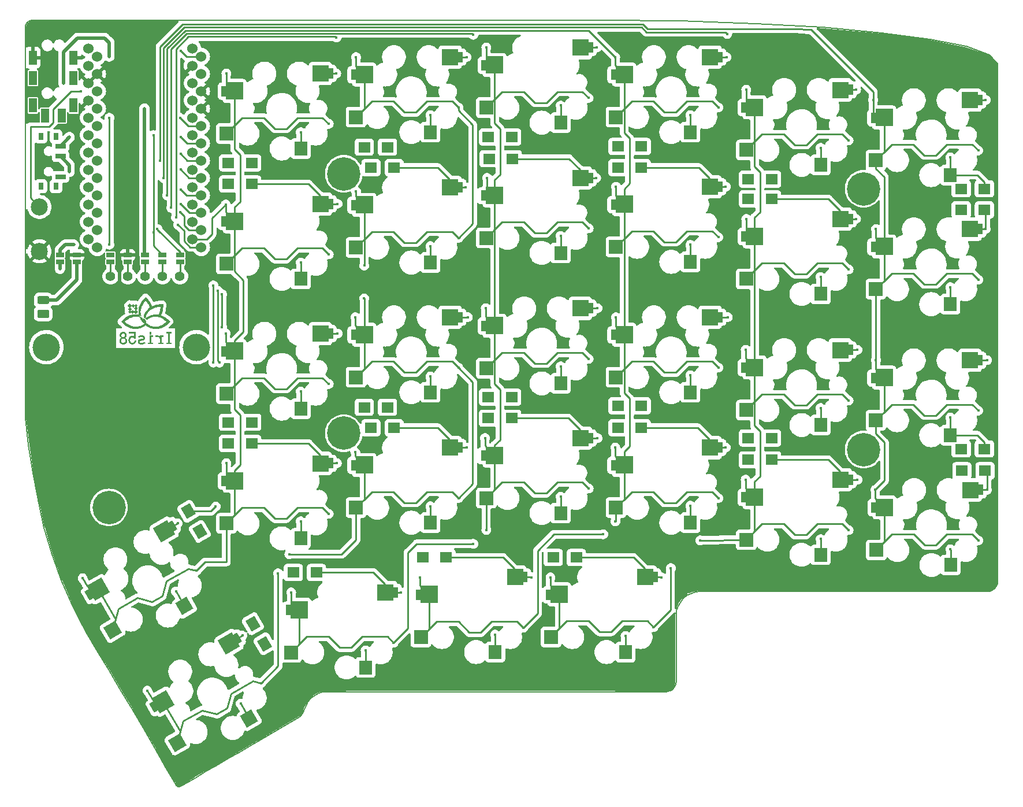
<source format=gbl>
G04 #@! TF.GenerationSoftware,KiCad,Pcbnew,7.0.9*
G04 #@! TF.CreationDate,2023-12-22T01:46:26-05:00*
G04 #@! TF.ProjectId,Lily58_Pro,4c696c79-3538-45f5-9072-6f2e6b696361,rev?*
G04 #@! TF.SameCoordinates,Original*
G04 #@! TF.FileFunction,Copper,L2,Bot*
G04 #@! TF.FilePolarity,Positive*
%FSLAX46Y46*%
G04 Gerber Fmt 4.6, Leading zero omitted, Abs format (unit mm)*
G04 Created by KiCad (PCBNEW 7.0.9) date 2023-12-22 01:46:26*
%MOMM*%
%LPD*%
G01*
G04 APERTURE LIST*
G04 Aperture macros list*
%AMRoundRect*
0 Rectangle with rounded corners*
0 $1 Rounding radius*
0 $2 $3 $4 $5 $6 $7 $8 $9 X,Y pos of 4 corners*
0 Add a 4 corners polygon primitive as box body*
4,1,4,$2,$3,$4,$5,$6,$7,$8,$9,$2,$3,0*
0 Add four circle primitives for the rounded corners*
1,1,$1+$1,$2,$3*
1,1,$1+$1,$4,$5*
1,1,$1+$1,$6,$7*
1,1,$1+$1,$8,$9*
0 Add four rect primitives between the rounded corners*
20,1,$1+$1,$2,$3,$4,$5,0*
20,1,$1+$1,$4,$5,$6,$7,0*
20,1,$1+$1,$6,$7,$8,$9,0*
20,1,$1+$1,$8,$9,$2,$3,0*%
%AMRotRect*
0 Rectangle, with rotation*
0 The origin of the aperture is its center*
0 $1 length*
0 $2 width*
0 $3 Rotation angle, in degrees counterclockwise*
0 Add horizontal line*
21,1,$1,$2,0,0,$3*%
G04 Aperture macros list end*
%ADD10C,0.350000*%
G04 #@! TA.AperFunction,NonConductor*
%ADD11C,0.350000*%
G04 #@! TD*
G04 #@! TA.AperFunction,EtchedComponent*
%ADD12C,0.010000*%
G04 #@! TD*
G04 #@! TA.AperFunction,ComponentPad*
%ADD13R,1.200000X2.100000*%
G04 #@! TD*
G04 #@! TA.AperFunction,ComponentPad*
%ADD14C,4.900000*%
G04 #@! TD*
G04 #@! TA.AperFunction,ComponentPad*
%ADD15C,1.524000*%
G04 #@! TD*
G04 #@! TA.AperFunction,ComponentPad*
%ADD16C,2.500000*%
G04 #@! TD*
G04 #@! TA.AperFunction,ComponentPad*
%ADD17R,1.800000X1.500000*%
G04 #@! TD*
G04 #@! TA.AperFunction,ComponentPad*
%ADD18RotRect,1.800000X1.500000X300.000000*%
G04 #@! TD*
G04 #@! TA.AperFunction,SMDPad,CuDef*
%ADD19R,0.700000X1.500000*%
G04 #@! TD*
G04 #@! TA.AperFunction,SMDPad,CuDef*
%ADD20R,2.000000X2.000000*%
G04 #@! TD*
G04 #@! TA.AperFunction,SMDPad,CuDef*
%ADD21R,2.500000X2.500000*%
G04 #@! TD*
G04 #@! TA.AperFunction,SMDPad,CuDef*
%ADD22R,1.900000X2.000000*%
G04 #@! TD*
G04 #@! TA.AperFunction,SMDPad,CuDef*
%ADD23R,2.400000X2.400000*%
G04 #@! TD*
G04 #@! TA.AperFunction,SMDPad,CuDef*
%ADD24RotRect,0.700000X1.500000X30.000000*%
G04 #@! TD*
G04 #@! TA.AperFunction,SMDPad,CuDef*
%ADD25RotRect,2.000000X2.000000X210.000000*%
G04 #@! TD*
G04 #@! TA.AperFunction,SMDPad,CuDef*
%ADD26RotRect,2.500000X2.500000X210.000000*%
G04 #@! TD*
G04 #@! TA.AperFunction,SMDPad,CuDef*
%ADD27RotRect,1.900000X2.000000X210.000000*%
G04 #@! TD*
G04 #@! TA.AperFunction,SMDPad,CuDef*
%ADD28RotRect,2.400000X2.400000X210.000000*%
G04 #@! TD*
G04 #@! TA.AperFunction,ComponentPad*
%ADD29C,4.000000*%
G04 #@! TD*
G04 #@! TA.AperFunction,ComponentPad*
%ADD30C,1.397000*%
G04 #@! TD*
G04 #@! TA.AperFunction,ComponentPad*
%ADD31RoundRect,0.250000X0.625000X-0.350000X0.625000X0.350000X-0.625000X0.350000X-0.625000X-0.350000X0*%
G04 #@! TD*
G04 #@! TA.AperFunction,ComponentPad*
%ADD32RoundRect,0.300000X0.575000X-0.300000X0.575000X0.300000X-0.575000X0.300000X-0.575000X-0.300000X0*%
G04 #@! TD*
G04 #@! TA.AperFunction,SMDPad,CuDef*
%ADD33R,1.143000X0.635000*%
G04 #@! TD*
G04 #@! TA.AperFunction,SMDPad,CuDef*
%ADD34R,0.797560X0.998220*%
G04 #@! TD*
G04 #@! TA.AperFunction,SMDPad,CuDef*
%ADD35R,0.797560X0.995680*%
G04 #@! TD*
G04 #@! TA.AperFunction,SMDPad,CuDef*
%ADD36R,1.498600X0.698500*%
G04 #@! TD*
G04 #@! TA.AperFunction,ViaPad*
%ADD37C,0.400000*%
G04 #@! TD*
G04 #@! TA.AperFunction,Conductor*
%ADD38C,0.250000*%
G04 #@! TD*
G04 #@! TA.AperFunction,Conductor*
%ADD39C,0.500000*%
G04 #@! TD*
G04 #@! TA.AperFunction,Profile*
%ADD40C,0.200000*%
G04 #@! TD*
G04 #@! TA.AperFunction,Profile*
%ADD41C,0.150000*%
G04 #@! TD*
G04 APERTURE END LIST*
D10*
D11*
G36*
X103581048Y-84566878D02*
G01*
X104333316Y-84566878D01*
X104333316Y-84316773D01*
X104085837Y-84316773D01*
X104085837Y-83034986D01*
X104333316Y-83034986D01*
X104333316Y-82784882D01*
X103581048Y-82784882D01*
X103581048Y-83034986D01*
X103837076Y-83034986D01*
X103837076Y-84316773D01*
X103581048Y-84316773D01*
X103581048Y-84566878D01*
G37*
G36*
X102091044Y-83554735D02*
G01*
X102107789Y-83545971D01*
X102124684Y-83537997D01*
X102141729Y-83530813D01*
X102158925Y-83524418D01*
X102176271Y-83518814D01*
X102182086Y-83517122D01*
X102199893Y-83512640D01*
X102218691Y-83509085D01*
X102238481Y-83506457D01*
X102255730Y-83504976D01*
X102273668Y-83504139D01*
X102288515Y-83503933D01*
X102309085Y-83504398D01*
X102329334Y-83505795D01*
X102349263Y-83508123D01*
X102368871Y-83511382D01*
X102388158Y-83515572D01*
X102407125Y-83520694D01*
X102425772Y-83526746D01*
X102444098Y-83533730D01*
X102461956Y-83541531D01*
X102479200Y-83550278D01*
X102495829Y-83559971D01*
X102511844Y-83570611D01*
X102527245Y-83582197D01*
X102542031Y-83594730D01*
X102556203Y-83608209D01*
X102569760Y-83622635D01*
X102582643Y-83637877D01*
X102594792Y-83654050D01*
X102606205Y-83671155D01*
X102616884Y-83689191D01*
X102626828Y-83708158D01*
X102636038Y-83728056D01*
X102644513Y-83748885D01*
X102652253Y-83770646D01*
X102659066Y-83793383D01*
X102664969Y-83817144D01*
X102669965Y-83841927D01*
X102673115Y-83861185D01*
X102675755Y-83881019D01*
X102677884Y-83901428D01*
X102679502Y-83922412D01*
X102680609Y-83943972D01*
X102681205Y-83966107D01*
X102681318Y-83981183D01*
X102681318Y-84316773D01*
X102430420Y-84316773D01*
X102430420Y-84566878D01*
X103183970Y-84566878D01*
X103183970Y-84316773D01*
X102930507Y-84316773D01*
X102930507Y-83503933D01*
X103183970Y-83503933D01*
X103183970Y-83285091D01*
X102681318Y-83285091D01*
X102681318Y-83606026D01*
X102673449Y-83582409D01*
X102665123Y-83559673D01*
X102656339Y-83537819D01*
X102647098Y-83516847D01*
X102637399Y-83496756D01*
X102627242Y-83477547D01*
X102616629Y-83459219D01*
X102605557Y-83441773D01*
X102594029Y-83425208D01*
X102582042Y-83409525D01*
X102569599Y-83394724D01*
X102556697Y-83380804D01*
X102543339Y-83367765D01*
X102529522Y-83355609D01*
X102515249Y-83344333D01*
X102500518Y-83333940D01*
X102485382Y-83324239D01*
X102469897Y-83315163D01*
X102454060Y-83306714D01*
X102437873Y-83298891D01*
X102421335Y-83291693D01*
X102404447Y-83285122D01*
X102387208Y-83279176D01*
X102369619Y-83273856D01*
X102351679Y-83269162D01*
X102333388Y-83265094D01*
X102314746Y-83261651D01*
X102295754Y-83258835D01*
X102276412Y-83256644D01*
X102256718Y-83255080D01*
X102236675Y-83254141D01*
X102216280Y-83253828D01*
X102196720Y-83254223D01*
X102176830Y-83255408D01*
X102156609Y-83257383D01*
X102139506Y-83259632D01*
X102122173Y-83262430D01*
X102108141Y-83265063D01*
X102090562Y-83268839D01*
X102073088Y-83273449D01*
X102055717Y-83278895D01*
X102038451Y-83285175D01*
X102021289Y-83292290D01*
X102004232Y-83300240D01*
X101997438Y-83303653D01*
X102091044Y-83554735D01*
G37*
G36*
X101135322Y-83130730D02*
G01*
X101438367Y-83130730D01*
X101438367Y-82784882D01*
X101135322Y-82784882D01*
X101135322Y-83130730D01*
G37*
G36*
X100907077Y-84566878D02*
G01*
X101659345Y-84566878D01*
X101659345Y-84316773D01*
X101411866Y-84316773D01*
X101411866Y-83535196D01*
X101659345Y-83535196D01*
X101659345Y-83285091D01*
X101163105Y-83285091D01*
X101163105Y-84316773D01*
X100907077Y-84316773D01*
X100907077Y-84566878D01*
G37*
G36*
X99419638Y-84180485D02*
G01*
X99420074Y-84203616D01*
X99421381Y-84225932D01*
X99423560Y-84247431D01*
X99426611Y-84268115D01*
X99430533Y-84287983D01*
X99435326Y-84307036D01*
X99443073Y-84331170D01*
X99452370Y-84353854D01*
X99463216Y-84375088D01*
X99469220Y-84385161D01*
X99481949Y-84404357D01*
X99495560Y-84422622D01*
X99510052Y-84439955D01*
X99525426Y-84456358D01*
X99541682Y-84471829D01*
X99558819Y-84486369D01*
X99576837Y-84499978D01*
X99595737Y-84512656D01*
X99615366Y-84524280D01*
X99635568Y-84534973D01*
X99656345Y-84544735D01*
X99677696Y-84553566D01*
X99694086Y-84559578D01*
X99710800Y-84565067D01*
X99727836Y-84570031D01*
X99745196Y-84574472D01*
X99762879Y-84578389D01*
X99768845Y-84579578D01*
X99786755Y-84582895D01*
X99804583Y-84585886D01*
X99822328Y-84588551D01*
X99839991Y-84590890D01*
X99857571Y-84592902D01*
X99875068Y-84594588D01*
X99892483Y-84595947D01*
X99909815Y-84596980D01*
X99927064Y-84597687D01*
X99944231Y-84598068D01*
X99955629Y-84598141D01*
X99974750Y-84597948D01*
X99993857Y-84597370D01*
X100012951Y-84596406D01*
X100032031Y-84595057D01*
X100051099Y-84593323D01*
X100070152Y-84591203D01*
X100089193Y-84588697D01*
X100108220Y-84585806D01*
X100127234Y-84582530D01*
X100146234Y-84578868D01*
X100165221Y-84574821D01*
X100184195Y-84570388D01*
X100203155Y-84565570D01*
X100222102Y-84560367D01*
X100241036Y-84554778D01*
X100259956Y-84548804D01*
X100278711Y-84542457D01*
X100297149Y-84535874D01*
X100315269Y-84529054D01*
X100333072Y-84521998D01*
X100350558Y-84514705D01*
X100367727Y-84507175D01*
X100384579Y-84499409D01*
X100401113Y-84491406D01*
X100417330Y-84483167D01*
X100433230Y-84474691D01*
X100448813Y-84465978D01*
X100464078Y-84457029D01*
X100486381Y-84443162D01*
X100507971Y-84428762D01*
X100521967Y-84418866D01*
X100418531Y-84187324D01*
X100402108Y-84198115D01*
X100385859Y-84208505D01*
X100369784Y-84218494D01*
X100353882Y-84228082D01*
X100338155Y-84237270D01*
X100322600Y-84246057D01*
X100299595Y-84258486D01*
X100276979Y-84270014D01*
X100254755Y-84280640D01*
X100232921Y-84290364D01*
X100211478Y-84299187D01*
X100190426Y-84307108D01*
X100176608Y-84311888D01*
X100155928Y-84318348D01*
X100135240Y-84324173D01*
X100114544Y-84329362D01*
X100093841Y-84333916D01*
X100073131Y-84337834D01*
X100052413Y-84341117D01*
X100031687Y-84343765D01*
X100010954Y-84345777D01*
X99990214Y-84347153D01*
X99969465Y-84347895D01*
X99955629Y-84348036D01*
X99937195Y-84347893D01*
X99919398Y-84347463D01*
X99902240Y-84346748D01*
X99877697Y-84345138D01*
X99854590Y-84342884D01*
X99832918Y-84339986D01*
X99812681Y-84336444D01*
X99793879Y-84332258D01*
X99776511Y-84327428D01*
X99755588Y-84319986D01*
X99737215Y-84311399D01*
X99721086Y-84301790D01*
X99703950Y-84288512D01*
X99690173Y-84273826D01*
X99679757Y-84257733D01*
X99671693Y-84236564D01*
X99668467Y-84213369D01*
X99668400Y-84209306D01*
X99670672Y-84188804D01*
X99678336Y-84169467D01*
X99687634Y-84157038D01*
X99702118Y-84144292D01*
X99717251Y-84134644D01*
X99733079Y-84126603D01*
X99751320Y-84118936D01*
X99768996Y-84112359D01*
X99788686Y-84105816D01*
X99806633Y-84100389D01*
X99825978Y-84094987D01*
X99846721Y-84089608D01*
X99864322Y-84085323D01*
X99868862Y-84084254D01*
X99887582Y-84079834D01*
X99907410Y-84075369D01*
X99928348Y-84070858D01*
X99950393Y-84066302D01*
X99967655Y-84062854D01*
X99985541Y-84059381D01*
X100004050Y-84055882D01*
X100023182Y-84052357D01*
X100042939Y-84048806D01*
X100049663Y-84047617D01*
X100071114Y-84043343D01*
X100092298Y-84038824D01*
X100113216Y-84034062D01*
X100133865Y-84029055D01*
X100154248Y-84023804D01*
X100174364Y-84018308D01*
X100194213Y-84012568D01*
X100213794Y-84006584D01*
X100232848Y-84000173D01*
X100251327Y-83993151D01*
X100269232Y-83985518D01*
X100286563Y-83977275D01*
X100303319Y-83968421D01*
X100319501Y-83958957D01*
X100335109Y-83948882D01*
X100350143Y-83938196D01*
X100364521Y-83926717D01*
X100378166Y-83914505D01*
X100391075Y-83901560D01*
X100406179Y-83884348D01*
X100420135Y-83865992D01*
X100432943Y-83846491D01*
X100442363Y-83830066D01*
X100444603Y-83825845D01*
X100452918Y-83808328D01*
X100460124Y-83789727D01*
X100466222Y-83770043D01*
X100471211Y-83749275D01*
X100475091Y-83727422D01*
X100477862Y-83704487D01*
X100479525Y-83680467D01*
X100480080Y-83655363D01*
X100479358Y-83629893D01*
X100477195Y-83605263D01*
X100473588Y-83581472D01*
X100468539Y-83558521D01*
X100462048Y-83536409D01*
X100454114Y-83515137D01*
X100444737Y-83494705D01*
X100433918Y-83475112D01*
X100421823Y-83456244D01*
X100408833Y-83438231D01*
X100394949Y-83421073D01*
X100380169Y-83404770D01*
X100364495Y-83389322D01*
X100347925Y-83374728D01*
X100330461Y-83360990D01*
X100312102Y-83348106D01*
X100293008Y-83336084D01*
X100273340Y-83324933D01*
X100253097Y-83314652D01*
X100232280Y-83305241D01*
X100210889Y-83296700D01*
X100194468Y-83290866D01*
X100177725Y-83285520D01*
X100160658Y-83280665D01*
X100143269Y-83276298D01*
X100125714Y-83272283D01*
X100108152Y-83268662D01*
X100090582Y-83265436D01*
X100073004Y-83262605D01*
X100055419Y-83260170D01*
X100037827Y-83258129D01*
X100020227Y-83256483D01*
X100002619Y-83255232D01*
X99985004Y-83254377D01*
X99967382Y-83253916D01*
X99955629Y-83253828D01*
X99930933Y-83254167D01*
X99906372Y-83255185D01*
X99881946Y-83256881D01*
X99857655Y-83259255D01*
X99833500Y-83262307D01*
X99809480Y-83266038D01*
X99785595Y-83270447D01*
X99761845Y-83275535D01*
X99738231Y-83281301D01*
X99714752Y-83287745D01*
X99699174Y-83292418D01*
X99676120Y-83299854D01*
X99653598Y-83307874D01*
X99631611Y-83316478D01*
X99610156Y-83325666D01*
X99589235Y-83335438D01*
X99568848Y-83345793D01*
X99548994Y-83356732D01*
X99529674Y-83368256D01*
X99510886Y-83380363D01*
X99492633Y-83393054D01*
X99480760Y-83401839D01*
X99579495Y-83619215D01*
X99597001Y-83606958D01*
X99614417Y-83595465D01*
X99631743Y-83584736D01*
X99648979Y-83574771D01*
X99666124Y-83565570D01*
X99683179Y-83557134D01*
X99700144Y-83549461D01*
X99717019Y-83542554D01*
X99733804Y-83536410D01*
X99750499Y-83531030D01*
X99761578Y-83527868D01*
X99778318Y-83523591D01*
X99795358Y-83519734D01*
X99812699Y-83516298D01*
X99830340Y-83513283D01*
X99848282Y-83510688D01*
X99866525Y-83508514D01*
X99885067Y-83506761D01*
X99903911Y-83505429D01*
X99923055Y-83504517D01*
X99942499Y-83504026D01*
X99955629Y-83503933D01*
X99975261Y-83504213D01*
X99992382Y-83504900D01*
X100009772Y-83505999D01*
X100027434Y-83507510D01*
X100045366Y-83509434D01*
X100048380Y-83509794D01*
X100066092Y-83512187D01*
X100083322Y-83515336D01*
X100102817Y-83519964D01*
X100121657Y-83525621D01*
X100137285Y-83531288D01*
X100154562Y-83538664D01*
X100170489Y-83547116D01*
X100187038Y-83558092D01*
X100201824Y-83570472D01*
X100205245Y-83573786D01*
X100217026Y-83587983D01*
X100226256Y-83605779D01*
X100231227Y-83625506D01*
X100232173Y-83639732D01*
X100228410Y-83661093D01*
X100219194Y-83678026D01*
X100204447Y-83693688D01*
X100187935Y-83705769D01*
X100171960Y-83714798D01*
X100153527Y-83723263D01*
X100132122Y-83731323D01*
X100113781Y-83737368D01*
X100093479Y-83743413D01*
X100071216Y-83749458D01*
X100046991Y-83755503D01*
X100029752Y-83759533D01*
X100011642Y-83763563D01*
X99992660Y-83767593D01*
X99972806Y-83771623D01*
X99952081Y-83775653D01*
X99930485Y-83779683D01*
X99908016Y-83783713D01*
X99884677Y-83787743D01*
X99865444Y-83790934D01*
X99846534Y-83794280D01*
X99827947Y-83797781D01*
X99809684Y-83801436D01*
X99791743Y-83805245D01*
X99774126Y-83809209D01*
X99756831Y-83813328D01*
X99739860Y-83817602D01*
X99717734Y-83823540D01*
X99696182Y-83829753D01*
X99675192Y-83836393D01*
X99654963Y-83843613D01*
X99635495Y-83851414D01*
X99616788Y-83859794D01*
X99598843Y-83868755D01*
X99581659Y-83878296D01*
X99565237Y-83888417D01*
X99549576Y-83899118D01*
X99534616Y-83910376D01*
X99520511Y-83922412D01*
X99507260Y-83935227D01*
X99494865Y-83948821D01*
X99480573Y-83966908D01*
X99467617Y-83986211D01*
X99455996Y-84006731D01*
X99453832Y-84010981D01*
X99445818Y-84028589D01*
X99438872Y-84047220D01*
X99432995Y-84066874D01*
X99428187Y-84087551D01*
X99424447Y-84109250D01*
X99421775Y-84131973D01*
X99420173Y-84155718D01*
X99419638Y-84180485D01*
G37*
G36*
X98040765Y-83958713D02*
G01*
X98041179Y-83983484D01*
X98042418Y-84007972D01*
X98044484Y-84032176D01*
X98047377Y-84056097D01*
X98051096Y-84079735D01*
X98055642Y-84103089D01*
X98061014Y-84126160D01*
X98067212Y-84148947D01*
X98074237Y-84171452D01*
X98082089Y-84193673D01*
X98087782Y-84208329D01*
X98096811Y-84229957D01*
X98106425Y-84251062D01*
X98116626Y-84271643D01*
X98127412Y-84291700D01*
X98138785Y-84311233D01*
X98150744Y-84330242D01*
X98163289Y-84348728D01*
X98176419Y-84366690D01*
X98190136Y-84384128D01*
X98204439Y-84401042D01*
X98214300Y-84412028D01*
X98229504Y-84427917D01*
X98245145Y-84443163D01*
X98261221Y-84457764D01*
X98277732Y-84471722D01*
X98294680Y-84485036D01*
X98312063Y-84497705D01*
X98329882Y-84509731D01*
X98348137Y-84521112D01*
X98366828Y-84531850D01*
X98385954Y-84541944D01*
X98398947Y-84548315D01*
X98418600Y-84557219D01*
X98438448Y-84565248D01*
X98458491Y-84572401D01*
X98478729Y-84578677D01*
X98499163Y-84584078D01*
X98519792Y-84588604D01*
X98540616Y-84592253D01*
X98561636Y-84595026D01*
X98582851Y-84596924D01*
X98604262Y-84597946D01*
X98618644Y-84598141D01*
X98639731Y-84597814D01*
X98660518Y-84596835D01*
X98681005Y-84595204D01*
X98701190Y-84592920D01*
X98721076Y-84589983D01*
X98740660Y-84586394D01*
X98759945Y-84582152D01*
X98778928Y-84577258D01*
X98797611Y-84571711D01*
X98815994Y-84565511D01*
X98828082Y-84561016D01*
X98845908Y-84553684D01*
X98863320Y-84545794D01*
X98880319Y-84537347D01*
X98896904Y-84528341D01*
X98913077Y-84518776D01*
X98928836Y-84508654D01*
X98944182Y-84497974D01*
X98959115Y-84486735D01*
X98973634Y-84474939D01*
X98987740Y-84462584D01*
X98996915Y-84454037D01*
X99010291Y-84440639D01*
X99023172Y-84426640D01*
X99035556Y-84412040D01*
X99047445Y-84396839D01*
X99058837Y-84381036D01*
X99069734Y-84364633D01*
X99080135Y-84347629D01*
X99090040Y-84330023D01*
X99099449Y-84311816D01*
X99108363Y-84293009D01*
X99114029Y-84280136D01*
X99122060Y-84260361D01*
X99129482Y-84240054D01*
X99136295Y-84219214D01*
X99142500Y-84197842D01*
X99148096Y-84175937D01*
X99153084Y-84153500D01*
X99157463Y-84130531D01*
X99161233Y-84107029D01*
X99164395Y-84082995D01*
X99166948Y-84058429D01*
X99168312Y-84041755D01*
X98931519Y-84001700D01*
X98928708Y-84030302D01*
X98924762Y-84057856D01*
X98919682Y-84084363D01*
X98913467Y-84109823D01*
X98906118Y-84134235D01*
X98897634Y-84157599D01*
X98888016Y-84179916D01*
X98877263Y-84201185D01*
X98865375Y-84221406D01*
X98852354Y-84240581D01*
X98843042Y-84252781D01*
X98828069Y-84269804D01*
X98811842Y-84285153D01*
X98794359Y-84298827D01*
X98775622Y-84310827D01*
X98755631Y-84321152D01*
X98734384Y-84329804D01*
X98711883Y-84336780D01*
X98688127Y-84342082D01*
X98663117Y-84345710D01*
X98645746Y-84347199D01*
X98627817Y-84347943D01*
X98618644Y-84348036D01*
X98599984Y-84347563D01*
X98581832Y-84346143D01*
X98564187Y-84343777D01*
X98547050Y-84340464D01*
X98526343Y-84334993D01*
X98506428Y-84328042D01*
X98487307Y-84319613D01*
X98483578Y-84317750D01*
X98465450Y-84307608D01*
X98448198Y-84296417D01*
X98431823Y-84284176D01*
X98416325Y-84270886D01*
X98401703Y-84256546D01*
X98387958Y-84241157D01*
X98382705Y-84234707D01*
X98370219Y-84217780D01*
X98358671Y-84199969D01*
X98348063Y-84181277D01*
X98338393Y-84161702D01*
X98329663Y-84141244D01*
X98321872Y-84119904D01*
X98319019Y-84111120D01*
X98312616Y-84088735D01*
X98307298Y-84065850D01*
X98303066Y-84042463D01*
X98299918Y-84018575D01*
X98298182Y-83999104D01*
X98297140Y-83979313D01*
X98296793Y-83959201D01*
X98297110Y-83936319D01*
X98298062Y-83914077D01*
X98299648Y-83892477D01*
X98301869Y-83871518D01*
X98304724Y-83851200D01*
X98308213Y-83831523D01*
X98312337Y-83812488D01*
X98319713Y-83785136D01*
X98328516Y-83759227D01*
X98338747Y-83734761D01*
X98350405Y-83711737D01*
X98363490Y-83690156D01*
X98378004Y-83670018D01*
X98393689Y-83651511D01*
X98410291Y-83634824D01*
X98427810Y-83619958D01*
X98446245Y-83606912D01*
X98465597Y-83595686D01*
X98485865Y-83586281D01*
X98507050Y-83578696D01*
X98529152Y-83572931D01*
X98552170Y-83568987D01*
X98576105Y-83566863D01*
X98592571Y-83566459D01*
X98613648Y-83567108D01*
X98634352Y-83569054D01*
X98654681Y-83572298D01*
X98674637Y-83576839D01*
X98694218Y-83582678D01*
X98713425Y-83589815D01*
X98732259Y-83598249D01*
X98750718Y-83607980D01*
X98768403Y-83619032D01*
X98785126Y-83631672D01*
X98800887Y-83645899D01*
X98815687Y-83661714D01*
X98829525Y-83679116D01*
X98842401Y-83698106D01*
X98854315Y-83718683D01*
X98865268Y-83740848D01*
X99114029Y-83740848D01*
X99114029Y-82784882D01*
X98131807Y-82784882D01*
X98131807Y-83034986D01*
X98865268Y-83034986D01*
X98865268Y-83479020D01*
X98851036Y-83459322D01*
X98836016Y-83440895D01*
X98820208Y-83423739D01*
X98803612Y-83407854D01*
X98786228Y-83393239D01*
X98768056Y-83379895D01*
X98749095Y-83367823D01*
X98729347Y-83357021D01*
X98708811Y-83347489D01*
X98687486Y-83339229D01*
X98665373Y-83332239D01*
X98642473Y-83326521D01*
X98618784Y-83322073D01*
X98594307Y-83318896D01*
X98569043Y-83316990D01*
X98542990Y-83316354D01*
X98524163Y-83316753D01*
X98505508Y-83317951D01*
X98487027Y-83319948D01*
X98468718Y-83322743D01*
X98450582Y-83326336D01*
X98432619Y-83330728D01*
X98414829Y-83335919D01*
X98397211Y-83341908D01*
X98379766Y-83348696D01*
X98362494Y-83356282D01*
X98351076Y-83361783D01*
X98334128Y-83370540D01*
X98317586Y-83379958D01*
X98301450Y-83390038D01*
X98285720Y-83400778D01*
X98270395Y-83412180D01*
X98255476Y-83424243D01*
X98240963Y-83436967D01*
X98226855Y-83450352D01*
X98213154Y-83464398D01*
X98199858Y-83479106D01*
X98191219Y-83489278D01*
X98178564Y-83505079D01*
X98166405Y-83521524D01*
X98154742Y-83538613D01*
X98143574Y-83556346D01*
X98132903Y-83574723D01*
X98122727Y-83593743D01*
X98113048Y-83613408D01*
X98103864Y-83633717D01*
X98095176Y-83654670D01*
X98086984Y-83676267D01*
X98081798Y-83691023D01*
X98074465Y-83713628D01*
X98067853Y-83736749D01*
X98061963Y-83760386D01*
X98056794Y-83784537D01*
X98052346Y-83809204D01*
X98048619Y-83834386D01*
X98045614Y-83860083D01*
X98043330Y-83886295D01*
X98041767Y-83913022D01*
X98040926Y-83940265D01*
X98040765Y-83958713D01*
G37*
G36*
X97289539Y-82753739D02*
G01*
X97308313Y-82754370D01*
X97326966Y-82755542D01*
X97345498Y-82757255D01*
X97363911Y-82759509D01*
X97382204Y-82762304D01*
X97400376Y-82765640D01*
X97418428Y-82769517D01*
X97436360Y-82773935D01*
X97454171Y-82778893D01*
X97471863Y-82784393D01*
X97483478Y-82788360D01*
X97500582Y-82794762D01*
X97517303Y-82801704D01*
X97533641Y-82809187D01*
X97549596Y-82817211D01*
X97565167Y-82825777D01*
X97580355Y-82834883D01*
X97600010Y-82847866D01*
X97618984Y-82861811D01*
X97637276Y-82876717D01*
X97654654Y-82892585D01*
X97671096Y-82909415D01*
X97686604Y-82927207D01*
X97701176Y-82945960D01*
X97714814Y-82965675D01*
X97727516Y-82986352D01*
X97739284Y-83007990D01*
X97750116Y-83030590D01*
X97755137Y-83042241D01*
X97762060Y-83060133D01*
X97768255Y-83078523D01*
X97773721Y-83097410D01*
X97778458Y-83116796D01*
X97782467Y-83136680D01*
X97785746Y-83157062D01*
X97788297Y-83177942D01*
X97790119Y-83199320D01*
X97791212Y-83221196D01*
X97791577Y-83243570D01*
X97791097Y-83261995D01*
X97789253Y-83284389D01*
X97786028Y-83307092D01*
X97782283Y-83326248D01*
X97777579Y-83345618D01*
X97771915Y-83365203D01*
X97769344Y-83373047D01*
X97762390Y-83392374D01*
X97754684Y-83411296D01*
X97746228Y-83429812D01*
X97737020Y-83447923D01*
X97727060Y-83465628D01*
X97716350Y-83482928D01*
X97711853Y-83489707D01*
X97700072Y-83506139D01*
X97687519Y-83521831D01*
X97674193Y-83536784D01*
X97660095Y-83550997D01*
X97645225Y-83564471D01*
X97629583Y-83577205D01*
X97623061Y-83582029D01*
X97606260Y-83593020D01*
X97588750Y-83602485D01*
X97570530Y-83610423D01*
X97551601Y-83616834D01*
X97531962Y-83621719D01*
X97511613Y-83625077D01*
X97530333Y-83628252D01*
X97548666Y-83632404D01*
X97566611Y-83637533D01*
X97584169Y-83643640D01*
X97601339Y-83650723D01*
X97618122Y-83658783D01*
X97634518Y-83667820D01*
X97650526Y-83677834D01*
X97665940Y-83688557D01*
X97680767Y-83699968D01*
X97695005Y-83712066D01*
X97708656Y-83724850D01*
X97721719Y-83738322D01*
X97734195Y-83752480D01*
X97746083Y-83767326D01*
X97757383Y-83782858D01*
X97767968Y-83798894D01*
X97777926Y-83815251D01*
X97787256Y-83831928D01*
X97795958Y-83848926D01*
X97804032Y-83866244D01*
X97811479Y-83883883D01*
X97818297Y-83901842D01*
X97824488Y-83920122D01*
X97827335Y-83929278D01*
X97833648Y-83952133D01*
X97838814Y-83974940D01*
X97842831Y-83997699D01*
X97845701Y-84020411D01*
X97847423Y-84043075D01*
X97847997Y-84065691D01*
X97847826Y-84083114D01*
X97846932Y-84108641D01*
X97845272Y-84133438D01*
X97842845Y-84157505D01*
X97839652Y-84180842D01*
X97835692Y-84203449D01*
X97830966Y-84225327D01*
X97825474Y-84246474D01*
X97819216Y-84266892D01*
X97812191Y-84286580D01*
X97804399Y-84305538D01*
X97798763Y-84317742D01*
X97789807Y-84335562D01*
X97780250Y-84352799D01*
X97770092Y-84369451D01*
X97759333Y-84385520D01*
X97747973Y-84401004D01*
X97736011Y-84415905D01*
X97723449Y-84430222D01*
X97710286Y-84443955D01*
X97696521Y-84457104D01*
X97682156Y-84469669D01*
X97672280Y-84477719D01*
X97657097Y-84489301D01*
X97641470Y-84500291D01*
X97625401Y-84510688D01*
X97608887Y-84520492D01*
X97591931Y-84529704D01*
X97574532Y-84538324D01*
X97556689Y-84546351D01*
X97538402Y-84553786D01*
X97519673Y-84560628D01*
X97500500Y-84566878D01*
X97487505Y-84570663D01*
X97467769Y-84575884D01*
X97447740Y-84580555D01*
X97427418Y-84584677D01*
X97406802Y-84588249D01*
X97385894Y-84591271D01*
X97364693Y-84593744D01*
X97343198Y-84595668D01*
X97321411Y-84597041D01*
X97299330Y-84597866D01*
X97276957Y-84598141D01*
X97262264Y-84598018D01*
X97240425Y-84597377D01*
X97218827Y-84596187D01*
X97197469Y-84594446D01*
X97176352Y-84592157D01*
X97155475Y-84589317D01*
X97134838Y-84585928D01*
X97114442Y-84581990D01*
X97094286Y-84577502D01*
X97074371Y-84572465D01*
X97054696Y-84566878D01*
X97041713Y-84562777D01*
X97022639Y-84556132D01*
X97004046Y-84548895D01*
X96985934Y-84541066D01*
X96968303Y-84532643D01*
X96951152Y-84523629D01*
X96934483Y-84514022D01*
X96918294Y-84503822D01*
X96902586Y-84493030D01*
X96887359Y-84481646D01*
X96872613Y-84469669D01*
X96863019Y-84461357D01*
X96849117Y-84448403D01*
X96835801Y-84434864D01*
X96823071Y-84420742D01*
X96810927Y-84406036D01*
X96799369Y-84390746D01*
X96788397Y-84374872D01*
X96778011Y-84358414D01*
X96768211Y-84341373D01*
X96758997Y-84323747D01*
X96750369Y-84305538D01*
X96744986Y-84292980D01*
X96737563Y-84273536D01*
X96730921Y-84253361D01*
X96725061Y-84232457D01*
X96719982Y-84210823D01*
X96715684Y-84188459D01*
X96712168Y-84165365D01*
X96709433Y-84141541D01*
X96707480Y-84116988D01*
X96706308Y-84091704D01*
X96705917Y-84065691D01*
X96706014Y-84056650D01*
X96706284Y-84051037D01*
X96954678Y-84051037D01*
X96954780Y-84060486D01*
X96955926Y-84083441D01*
X96958345Y-84105442D01*
X96962037Y-84126489D01*
X96967002Y-84146581D01*
X96973240Y-84165720D01*
X96980751Y-84183905D01*
X96985725Y-84194275D01*
X96996665Y-84214035D01*
X97008926Y-84232491D01*
X97022510Y-84249641D01*
X97037417Y-84265487D01*
X97050849Y-84277694D01*
X97056457Y-84282254D01*
X97070931Y-84292954D01*
X97086052Y-84302653D01*
X97101819Y-84311349D01*
X97118234Y-84319044D01*
X97135295Y-84325736D01*
X97153004Y-84331427D01*
X97160250Y-84333439D01*
X97178657Y-84337899D01*
X97197483Y-84341548D01*
X97216725Y-84344387D01*
X97236385Y-84346414D01*
X97256462Y-84347630D01*
X97276957Y-84348036D01*
X97285208Y-84347971D01*
X97305573Y-84347241D01*
X97325563Y-84345700D01*
X97345177Y-84343349D01*
X97364415Y-84340186D01*
X97383278Y-84336212D01*
X97401765Y-84331427D01*
X97408976Y-84329271D01*
X97426522Y-84323179D01*
X97443379Y-84316086D01*
X97459547Y-84307991D01*
X97475027Y-84298893D01*
X97489817Y-84288795D01*
X97503920Y-84277694D01*
X97511940Y-84270478D01*
X97527057Y-84255068D01*
X97540941Y-84238353D01*
X97553594Y-84220332D01*
X97565014Y-84201006D01*
X97573590Y-84183905D01*
X97576695Y-84176745D01*
X97583583Y-84158179D01*
X97589218Y-84138659D01*
X97593600Y-84118184D01*
X97596731Y-84096756D01*
X97598609Y-84074373D01*
X97599235Y-84051037D01*
X97599135Y-84040937D01*
X97598008Y-84016539D01*
X97595629Y-83993357D01*
X97591997Y-83971392D01*
X97587114Y-83950643D01*
X97580978Y-83931111D01*
X97573590Y-83912795D01*
X97568547Y-83902359D01*
X97559458Y-83885806D01*
X97547422Y-83867328D01*
X97534153Y-83850361D01*
X97519652Y-83834905D01*
X97503920Y-83820960D01*
X97486914Y-83808458D01*
X97468917Y-83797329D01*
X97453162Y-83789105D01*
X97436719Y-83781835D01*
X97419586Y-83775519D01*
X97401765Y-83770157D01*
X97394415Y-83768205D01*
X97375778Y-83763876D01*
X97356765Y-83760334D01*
X97337377Y-83757579D01*
X97317612Y-83755612D01*
X97297472Y-83754431D01*
X97276957Y-83754037D01*
X97268709Y-83754100D01*
X97248381Y-83754809D01*
X97228471Y-83756304D01*
X97208978Y-83758587D01*
X97189902Y-83761657D01*
X97171244Y-83765513D01*
X97153004Y-83770157D01*
X97135295Y-83775519D01*
X97118234Y-83781835D01*
X97101819Y-83789105D01*
X97086052Y-83797329D01*
X97067984Y-83808458D01*
X97050849Y-83820960D01*
X97042680Y-83827743D01*
X97027332Y-83842444D01*
X97013307Y-83858655D01*
X97000605Y-83876378D01*
X96989225Y-83895612D01*
X96980751Y-83912795D01*
X96976092Y-83923639D01*
X96969344Y-83942684D01*
X96963870Y-83962947D01*
X96959669Y-83984425D01*
X96956741Y-84007120D01*
X96955086Y-84031032D01*
X96954678Y-84051037D01*
X96706284Y-84051037D01*
X96707103Y-84034015D01*
X96709403Y-84011332D01*
X96712914Y-83988601D01*
X96717635Y-83965823D01*
X96723566Y-83942996D01*
X96730708Y-83920122D01*
X96737112Y-83901842D01*
X96744145Y-83883883D01*
X96751805Y-83866244D01*
X96760093Y-83848926D01*
X96769009Y-83831928D01*
X96778553Y-83815251D01*
X96788724Y-83798894D01*
X96799523Y-83782858D01*
X96810923Y-83767326D01*
X96822898Y-83752480D01*
X96835447Y-83738322D01*
X96848570Y-83724850D01*
X96862268Y-83712066D01*
X96876540Y-83699968D01*
X96891386Y-83688557D01*
X96906807Y-83677834D01*
X96922635Y-83667820D01*
X96938917Y-83658783D01*
X96955654Y-83650723D01*
X96972844Y-83643640D01*
X96990489Y-83637533D01*
X97008587Y-83632404D01*
X97027140Y-83628252D01*
X97046147Y-83625077D01*
X97037764Y-83623917D01*
X97017318Y-83619948D01*
X96997601Y-83614453D01*
X96978616Y-83607431D01*
X96960360Y-83598882D01*
X96942835Y-83588807D01*
X96926041Y-83577205D01*
X96919484Y-83572200D01*
X96903692Y-83559170D01*
X96888755Y-83545400D01*
X96874674Y-83530891D01*
X96861448Y-83515643D01*
X96849078Y-83499655D01*
X96837564Y-83482928D01*
X96833191Y-83476057D01*
X96822800Y-83458595D01*
X96813181Y-83440727D01*
X96804334Y-83422454D01*
X96796259Y-83403776D01*
X96788957Y-83384692D01*
X96782426Y-83365203D01*
X96777718Y-83349518D01*
X96772715Y-83330105D01*
X96768693Y-83310906D01*
X96765162Y-83288152D01*
X96763043Y-83265706D01*
X96762867Y-83260178D01*
X97011526Y-83260178D01*
X97011780Y-83274157D01*
X97013112Y-83294425D01*
X97015587Y-83313851D01*
X97020662Y-83338443D01*
X97027768Y-83361539D01*
X97036904Y-83383139D01*
X97048071Y-83403244D01*
X97061268Y-83421852D01*
X97076495Y-83438964D01*
X97080624Y-83442961D01*
X97098530Y-83457681D01*
X97113413Y-83467388D01*
X97129545Y-83475953D01*
X97146923Y-83483376D01*
X97165548Y-83489657D01*
X97185421Y-83494796D01*
X97206541Y-83498794D01*
X97228908Y-83501649D01*
X97252523Y-83503362D01*
X97277384Y-83503933D01*
X97302170Y-83503362D01*
X97325715Y-83501649D01*
X97348021Y-83498794D01*
X97369087Y-83494796D01*
X97388913Y-83489657D01*
X97407500Y-83483376D01*
X97424847Y-83475953D01*
X97440955Y-83467388D01*
X97460503Y-83454191D01*
X97477847Y-83438964D01*
X97485714Y-83430595D01*
X97499926Y-83412735D01*
X97512107Y-83393378D01*
X97522259Y-83372526D01*
X97530380Y-83350178D01*
X97536471Y-83326334D01*
X97540531Y-83300994D01*
X97542244Y-83281007D01*
X97542815Y-83260178D01*
X97542203Y-83238277D01*
X97540366Y-83217268D01*
X97537304Y-83197152D01*
X97533018Y-83177929D01*
X97525398Y-83153688D01*
X97515600Y-83131035D01*
X97503626Y-83109969D01*
X97489474Y-83090491D01*
X97473145Y-83072600D01*
X97464216Y-83064259D01*
X97449996Y-83052757D01*
X97434784Y-83042466D01*
X97418580Y-83033386D01*
X97401384Y-83025516D01*
X97383197Y-83018857D01*
X97364018Y-83013409D01*
X97343847Y-83009172D01*
X97322685Y-83006145D01*
X97300530Y-83004329D01*
X97277384Y-83003723D01*
X97261945Y-83003992D01*
X97239594Y-83005405D01*
X97218213Y-83008028D01*
X97197800Y-83011862D01*
X97178357Y-83016907D01*
X97159883Y-83023162D01*
X97142378Y-83030628D01*
X97125843Y-83039305D01*
X97110276Y-83049193D01*
X97095679Y-83060291D01*
X97082051Y-83072600D01*
X97065522Y-83090491D01*
X97051196Y-83109969D01*
X97039075Y-83131035D01*
X97029157Y-83153688D01*
X97021444Y-83177929D01*
X97017105Y-83197152D01*
X97014005Y-83217268D01*
X97012146Y-83238277D01*
X97011526Y-83260178D01*
X96762867Y-83260178D01*
X96762337Y-83243570D01*
X96762503Y-83228598D01*
X96763370Y-83206556D01*
X96764982Y-83185013D01*
X96767337Y-83163967D01*
X96770437Y-83143419D01*
X96774280Y-83123369D01*
X96778867Y-83103817D01*
X96784197Y-83084763D01*
X96790272Y-83066207D01*
X96797090Y-83048150D01*
X96804652Y-83030590D01*
X96815578Y-83007990D01*
X96827413Y-82986352D01*
X96840155Y-82965675D01*
X96853806Y-82945960D01*
X96868365Y-82927207D01*
X96883833Y-82909415D01*
X96900208Y-82892585D01*
X96917492Y-82876717D01*
X96926452Y-82869144D01*
X96944911Y-82854718D01*
X96964092Y-82841254D01*
X96983994Y-82828752D01*
X96999394Y-82820006D01*
X97015199Y-82811802D01*
X97031410Y-82804138D01*
X97048027Y-82797016D01*
X97065050Y-82790434D01*
X97082479Y-82784393D01*
X97094208Y-82780667D01*
X97111908Y-82775527D01*
X97129736Y-82770929D01*
X97147691Y-82766872D01*
X97165775Y-82763356D01*
X97183986Y-82760381D01*
X97202324Y-82757946D01*
X97220791Y-82756053D01*
X97239385Y-82754701D01*
X97258107Y-82753889D01*
X97276957Y-82753619D01*
X97289539Y-82753739D01*
G37*
D12*
X98312870Y-79277530D02*
X98423448Y-79388107D01*
X98318375Y-79493368D01*
X98310792Y-79500936D01*
X98279064Y-79531984D01*
X98250660Y-79558823D01*
X98227282Y-79579907D01*
X98210634Y-79593691D01*
X98202416Y-79598629D01*
X98199028Y-79597252D01*
X98185990Y-79587522D01*
X98166040Y-79570110D01*
X98141131Y-79546965D01*
X98113212Y-79520036D01*
X98084235Y-79491273D01*
X98056151Y-79462625D01*
X98030912Y-79436042D01*
X98010468Y-79413473D01*
X97996771Y-79396868D01*
X97991771Y-79388175D01*
X97992041Y-79387111D01*
X97999145Y-79376752D01*
X98014742Y-79358358D01*
X98037286Y-79333635D01*
X98065231Y-79304289D01*
X98097032Y-79272025D01*
X98202293Y-79166952D01*
X98312870Y-79277530D01*
G04 #@! TA.AperFunction,EtchedComponent*
G36*
X98312870Y-79277530D02*
G01*
X98423448Y-79388107D01*
X98318375Y-79493368D01*
X98310792Y-79500936D01*
X98279064Y-79531984D01*
X98250660Y-79558823D01*
X98227282Y-79579907D01*
X98210634Y-79593691D01*
X98202416Y-79598629D01*
X98199028Y-79597252D01*
X98185990Y-79587522D01*
X98166040Y-79570110D01*
X98141131Y-79546965D01*
X98113212Y-79520036D01*
X98084235Y-79491273D01*
X98056151Y-79462625D01*
X98030912Y-79436042D01*
X98010468Y-79413473D01*
X97996771Y-79396868D01*
X97991771Y-79388175D01*
X97992041Y-79387111D01*
X97999145Y-79376752D01*
X98014742Y-79358358D01*
X98037286Y-79333635D01*
X98065231Y-79304289D01*
X98097032Y-79272025D01*
X98202293Y-79166952D01*
X98312870Y-79277530D01*
G37*
G04 #@! TD.AperFunction*
X99104174Y-78716131D02*
X99117785Y-78727824D01*
X99138307Y-78746940D01*
X99163922Y-78771777D01*
X99192813Y-78800632D01*
X99279111Y-78888006D01*
X99192540Y-78974803D01*
X99170440Y-78996725D01*
X99143701Y-79022562D01*
X99121610Y-79043118D01*
X99106002Y-79056697D01*
X99098712Y-79061600D01*
X99095576Y-79060260D01*
X99083138Y-79050610D01*
X99064178Y-79033481D01*
X99040828Y-79011052D01*
X99015219Y-78985500D01*
X98989486Y-78959004D01*
X98965759Y-78933742D01*
X98946172Y-78911893D01*
X98932855Y-78895635D01*
X98927943Y-78887146D01*
X98929319Y-78883887D01*
X98938899Y-78871197D01*
X98955806Y-78851883D01*
X98977899Y-78828110D01*
X99003040Y-78802048D01*
X99029088Y-78775864D01*
X99053905Y-78751725D01*
X99075351Y-78731799D01*
X99091286Y-78718254D01*
X99099572Y-78713257D01*
X99104174Y-78716131D01*
G04 #@! TA.AperFunction,EtchedComponent*
G36*
X99104174Y-78716131D02*
G01*
X99117785Y-78727824D01*
X99138307Y-78746940D01*
X99163922Y-78771777D01*
X99192813Y-78800632D01*
X99279111Y-78888006D01*
X99192540Y-78974803D01*
X99170440Y-78996725D01*
X99143701Y-79022562D01*
X99121610Y-79043118D01*
X99106002Y-79056697D01*
X99098712Y-79061600D01*
X99095576Y-79060260D01*
X99083138Y-79050610D01*
X99064178Y-79033481D01*
X99040828Y-79011052D01*
X99015219Y-78985500D01*
X98989486Y-78959004D01*
X98965759Y-78933742D01*
X98946172Y-78911893D01*
X98932855Y-78895635D01*
X98927943Y-78887146D01*
X98929319Y-78883887D01*
X98938899Y-78871197D01*
X98955806Y-78851883D01*
X98977899Y-78828110D01*
X99003040Y-78802048D01*
X99029088Y-78775864D01*
X99053905Y-78751725D01*
X99075351Y-78731799D01*
X99091286Y-78718254D01*
X99099572Y-78713257D01*
X99104174Y-78716131D01*
G37*
G04 #@! TD.AperFunction*
X98205217Y-79629005D02*
X98217901Y-79638493D01*
X98237254Y-79655268D01*
X98261096Y-79677202D01*
X98287249Y-79702166D01*
X98313532Y-79728033D01*
X98337768Y-79752676D01*
X98357778Y-79773965D01*
X98371381Y-79789773D01*
X98376400Y-79797973D01*
X98373867Y-79802270D01*
X98362635Y-79815722D01*
X98343982Y-79836170D01*
X98319615Y-79861755D01*
X98291242Y-79890620D01*
X98270287Y-79911511D01*
X98244180Y-79937175D01*
X98222953Y-79957611D01*
X98208378Y-79971119D01*
X98202228Y-79976000D01*
X98197176Y-79972515D01*
X98183699Y-79960350D01*
X98164077Y-79941469D01*
X98140374Y-79917977D01*
X98114655Y-79891982D01*
X98088984Y-79865591D01*
X98065425Y-79840911D01*
X98046041Y-79820048D01*
X98032897Y-79805111D01*
X98028057Y-79798205D01*
X98029446Y-79795058D01*
X98039158Y-79782668D01*
X98056310Y-79763750D01*
X98078726Y-79740437D01*
X98104232Y-79714861D01*
X98130653Y-79689154D01*
X98155815Y-79665447D01*
X98177542Y-79645874D01*
X98193661Y-79632567D01*
X98201996Y-79627657D01*
X98205217Y-79629005D01*
G04 #@! TA.AperFunction,EtchedComponent*
G36*
X98205217Y-79629005D02*
G01*
X98217901Y-79638493D01*
X98237254Y-79655268D01*
X98261096Y-79677202D01*
X98287249Y-79702166D01*
X98313532Y-79728033D01*
X98337768Y-79752676D01*
X98357778Y-79773965D01*
X98371381Y-79789773D01*
X98376400Y-79797973D01*
X98373867Y-79802270D01*
X98362635Y-79815722D01*
X98343982Y-79836170D01*
X98319615Y-79861755D01*
X98291242Y-79890620D01*
X98270287Y-79911511D01*
X98244180Y-79937175D01*
X98222953Y-79957611D01*
X98208378Y-79971119D01*
X98202228Y-79976000D01*
X98197176Y-79972515D01*
X98183699Y-79960350D01*
X98164077Y-79941469D01*
X98140374Y-79917977D01*
X98114655Y-79891982D01*
X98088984Y-79865591D01*
X98065425Y-79840911D01*
X98046041Y-79820048D01*
X98032897Y-79805111D01*
X98028057Y-79798205D01*
X98029446Y-79795058D01*
X98039158Y-79782668D01*
X98056310Y-79763750D01*
X98078726Y-79740437D01*
X98104232Y-79714861D01*
X98130653Y-79689154D01*
X98155815Y-79665447D01*
X98177542Y-79645874D01*
X98193661Y-79632567D01*
X98201996Y-79627657D01*
X98205217Y-79629005D01*
G37*
G04 #@! TD.AperFunction*
X99103827Y-79086463D02*
X99118025Y-79098436D01*
X99138736Y-79117634D01*
X99164075Y-79142137D01*
X99192155Y-79170027D01*
X99221090Y-79199387D01*
X99248993Y-79228297D01*
X99273979Y-79254840D01*
X99294162Y-79277098D01*
X99307654Y-79293153D01*
X99312571Y-79301086D01*
X99312391Y-79301946D01*
X99305657Y-79312066D01*
X99290346Y-79330227D01*
X99268022Y-79354705D01*
X99240250Y-79383774D01*
X99208595Y-79415710D01*
X99201977Y-79422258D01*
X99170657Y-79452912D01*
X99143005Y-79479431D01*
X99120664Y-79500277D01*
X99105277Y-79513913D01*
X99098485Y-79518800D01*
X99093144Y-79515709D01*
X99078946Y-79503735D01*
X99058235Y-79484538D01*
X99032896Y-79460035D01*
X99004816Y-79432145D01*
X98975881Y-79402785D01*
X98947978Y-79373875D01*
X98922992Y-79347331D01*
X98902809Y-79325073D01*
X98889317Y-79309019D01*
X98884400Y-79301086D01*
X98887439Y-79295654D01*
X98899214Y-79281215D01*
X98918091Y-79260153D01*
X98942186Y-79234385D01*
X98969611Y-79205829D01*
X98998481Y-79176404D01*
X99026910Y-79148027D01*
X99053011Y-79122618D01*
X99074898Y-79102093D01*
X99090685Y-79088372D01*
X99098485Y-79083372D01*
X99103827Y-79086463D01*
G04 #@! TA.AperFunction,EtchedComponent*
G36*
X99103827Y-79086463D02*
G01*
X99118025Y-79098436D01*
X99138736Y-79117634D01*
X99164075Y-79142137D01*
X99192155Y-79170027D01*
X99221090Y-79199387D01*
X99248993Y-79228297D01*
X99273979Y-79254840D01*
X99294162Y-79277098D01*
X99307654Y-79293153D01*
X99312571Y-79301086D01*
X99312391Y-79301946D01*
X99305657Y-79312066D01*
X99290346Y-79330227D01*
X99268022Y-79354705D01*
X99240250Y-79383774D01*
X99208595Y-79415710D01*
X99201977Y-79422258D01*
X99170657Y-79452912D01*
X99143005Y-79479431D01*
X99120664Y-79500277D01*
X99105277Y-79513913D01*
X99098485Y-79518800D01*
X99093144Y-79515709D01*
X99078946Y-79503735D01*
X99058235Y-79484538D01*
X99032896Y-79460035D01*
X99004816Y-79432145D01*
X98975881Y-79402785D01*
X98947978Y-79373875D01*
X98922992Y-79347331D01*
X98902809Y-79325073D01*
X98889317Y-79309019D01*
X98884400Y-79301086D01*
X98887439Y-79295654D01*
X98899214Y-79281215D01*
X98918091Y-79260153D01*
X98942186Y-79234385D01*
X98969611Y-79205829D01*
X98998481Y-79176404D01*
X99026910Y-79148027D01*
X99053011Y-79122618D01*
X99074898Y-79102093D01*
X99090685Y-79088372D01*
X99098485Y-79083372D01*
X99103827Y-79086463D01*
G37*
G04 #@! TD.AperFunction*
X98698921Y-78685618D02*
X98711953Y-78695362D01*
X98731899Y-78712778D01*
X98756807Y-78735916D01*
X98784725Y-78762830D01*
X98813702Y-78791570D01*
X98841787Y-78820190D01*
X98867028Y-78846741D01*
X98887473Y-78869274D01*
X98901171Y-78885843D01*
X98906171Y-78894498D01*
X98905994Y-78895313D01*
X98899314Y-78905260D01*
X98884103Y-78923315D01*
X98861918Y-78947754D01*
X98834315Y-78976855D01*
X98802851Y-79008895D01*
X98796465Y-79015279D01*
X98765214Y-79046110D01*
X98737514Y-79072787D01*
X98715020Y-79093761D01*
X98699386Y-79107482D01*
X98692270Y-79112400D01*
X98687005Y-79109117D01*
X98672939Y-79097067D01*
X98652289Y-79077957D01*
X98626954Y-79053684D01*
X98598833Y-79026144D01*
X98569827Y-78997234D01*
X98541835Y-78968850D01*
X98516757Y-78942888D01*
X98496491Y-78921244D01*
X98482939Y-78905816D01*
X98478000Y-78898499D01*
X98480991Y-78893219D01*
X98492858Y-78879028D01*
X98511972Y-78858306D01*
X98536414Y-78832943D01*
X98564267Y-78804829D01*
X98593610Y-78775854D01*
X98622525Y-78747910D01*
X98649093Y-78722884D01*
X98671395Y-78702669D01*
X98687512Y-78689154D01*
X98695526Y-78684229D01*
X98698921Y-78685618D01*
G04 #@! TA.AperFunction,EtchedComponent*
G36*
X98698921Y-78685618D02*
G01*
X98711953Y-78695362D01*
X98731899Y-78712778D01*
X98756807Y-78735916D01*
X98784725Y-78762830D01*
X98813702Y-78791570D01*
X98841787Y-78820190D01*
X98867028Y-78846741D01*
X98887473Y-78869274D01*
X98901171Y-78885843D01*
X98906171Y-78894498D01*
X98905994Y-78895313D01*
X98899314Y-78905260D01*
X98884103Y-78923315D01*
X98861918Y-78947754D01*
X98834315Y-78976855D01*
X98802851Y-79008895D01*
X98796465Y-79015279D01*
X98765214Y-79046110D01*
X98737514Y-79072787D01*
X98715020Y-79093761D01*
X98699386Y-79107482D01*
X98692270Y-79112400D01*
X98687005Y-79109117D01*
X98672939Y-79097067D01*
X98652289Y-79077957D01*
X98626954Y-79053684D01*
X98598833Y-79026144D01*
X98569827Y-78997234D01*
X98541835Y-78968850D01*
X98516757Y-78942888D01*
X98496491Y-78921244D01*
X98482939Y-78905816D01*
X98478000Y-78898499D01*
X98480991Y-78893219D01*
X98492858Y-78879028D01*
X98511972Y-78858306D01*
X98536414Y-78832943D01*
X98564267Y-78804829D01*
X98593610Y-78775854D01*
X98622525Y-78747910D01*
X98649093Y-78722884D01*
X98671395Y-78702669D01*
X98687512Y-78689154D01*
X98695526Y-78684229D01*
X98698921Y-78685618D01*
G37*
G04 #@! TD.AperFunction*
X98607316Y-79582440D02*
X98617236Y-79587943D01*
X98631519Y-79599222D01*
X98651592Y-79617447D01*
X98678881Y-79643787D01*
X98714812Y-79679411D01*
X98721536Y-79686145D01*
X98752513Y-79717784D01*
X98779309Y-79746140D01*
X98800372Y-79769500D01*
X98814148Y-79786152D01*
X98819085Y-79794384D01*
X98819041Y-79794754D01*
X98813236Y-79803911D01*
X98798783Y-79821290D01*
X98777269Y-79845130D01*
X98750279Y-79873670D01*
X98719397Y-79905149D01*
X98716411Y-79908136D01*
X98685189Y-79938783D01*
X98657060Y-79965383D01*
X98633783Y-79986350D01*
X98617116Y-80000094D01*
X98608816Y-80005029D01*
X98603432Y-80002036D01*
X98589011Y-79990332D01*
X98567945Y-79971531D01*
X98542156Y-79947518D01*
X98513567Y-79920176D01*
X98484101Y-79891386D01*
X98455681Y-79863033D01*
X98430230Y-79836998D01*
X98409669Y-79815166D01*
X98395923Y-79799418D01*
X98390914Y-79791639D01*
X98391696Y-79789913D01*
X98400157Y-79779283D01*
X98416387Y-79761250D01*
X98438479Y-79737750D01*
X98464523Y-79710719D01*
X98492610Y-79682093D01*
X98520831Y-79653806D01*
X98547278Y-79627796D01*
X98570042Y-79605996D01*
X98587213Y-79590344D01*
X98596884Y-79582775D01*
X98600332Y-79581546D01*
X98607316Y-79582440D01*
G04 #@! TA.AperFunction,EtchedComponent*
G36*
X98607316Y-79582440D02*
G01*
X98617236Y-79587943D01*
X98631519Y-79599222D01*
X98651592Y-79617447D01*
X98678881Y-79643787D01*
X98714812Y-79679411D01*
X98721536Y-79686145D01*
X98752513Y-79717784D01*
X98779309Y-79746140D01*
X98800372Y-79769500D01*
X98814148Y-79786152D01*
X98819085Y-79794384D01*
X98819041Y-79794754D01*
X98813236Y-79803911D01*
X98798783Y-79821290D01*
X98777269Y-79845130D01*
X98750279Y-79873670D01*
X98719397Y-79905149D01*
X98716411Y-79908136D01*
X98685189Y-79938783D01*
X98657060Y-79965383D01*
X98633783Y-79986350D01*
X98617116Y-80000094D01*
X98608816Y-80005029D01*
X98603432Y-80002036D01*
X98589011Y-79990332D01*
X98567945Y-79971531D01*
X98542156Y-79947518D01*
X98513567Y-79920176D01*
X98484101Y-79891386D01*
X98455681Y-79863033D01*
X98430230Y-79836998D01*
X98409669Y-79815166D01*
X98395923Y-79799418D01*
X98390914Y-79791639D01*
X98391696Y-79789913D01*
X98400157Y-79779283D01*
X98416387Y-79761250D01*
X98438479Y-79737750D01*
X98464523Y-79710719D01*
X98492610Y-79682093D01*
X98520831Y-79653806D01*
X98547278Y-79627796D01*
X98570042Y-79605996D01*
X98587213Y-79590344D01*
X98596884Y-79582775D01*
X98600332Y-79581546D01*
X98607316Y-79582440D01*
G37*
G04 #@! TD.AperFunction*
X99108826Y-79545824D02*
X99128325Y-79561252D01*
X99156342Y-79586297D01*
X99192251Y-79620399D01*
X99235426Y-79662997D01*
X99250581Y-79678208D01*
X99287441Y-79715674D01*
X99315086Y-79744708D01*
X99334504Y-79766450D01*
X99346682Y-79782045D01*
X99352608Y-79792635D01*
X99353269Y-79799361D01*
X99351186Y-79802896D01*
X99340089Y-79816510D01*
X99320935Y-79837761D01*
X99295252Y-79865008D01*
X99264572Y-79896613D01*
X99230425Y-79930936D01*
X99211465Y-79949640D01*
X99178630Y-79981392D01*
X99149650Y-80008610D01*
X99126110Y-80029845D01*
X99109597Y-80043649D01*
X99101695Y-80048572D01*
X99097252Y-80046590D01*
X99083196Y-80035801D01*
X99062169Y-80017191D01*
X99035921Y-79992538D01*
X99006204Y-79963620D01*
X98974767Y-79932215D01*
X98943364Y-79900099D01*
X98913743Y-79869052D01*
X98887657Y-79840851D01*
X98866856Y-79817274D01*
X98853091Y-79800099D01*
X98848114Y-79791103D01*
X98848810Y-79788558D01*
X98857319Y-79775601D01*
X98874076Y-79755312D01*
X98897279Y-79729495D01*
X98925123Y-79699956D01*
X98955805Y-79668500D01*
X98987521Y-79636931D01*
X99018468Y-79607055D01*
X99046841Y-79580676D01*
X99070837Y-79559599D01*
X99088652Y-79545629D01*
X99098483Y-79540572D01*
X99108826Y-79545824D01*
G04 #@! TA.AperFunction,EtchedComponent*
G36*
X99108826Y-79545824D02*
G01*
X99128325Y-79561252D01*
X99156342Y-79586297D01*
X99192251Y-79620399D01*
X99235426Y-79662997D01*
X99250581Y-79678208D01*
X99287441Y-79715674D01*
X99315086Y-79744708D01*
X99334504Y-79766450D01*
X99346682Y-79782045D01*
X99352608Y-79792635D01*
X99353269Y-79799361D01*
X99351186Y-79802896D01*
X99340089Y-79816510D01*
X99320935Y-79837761D01*
X99295252Y-79865008D01*
X99264572Y-79896613D01*
X99230425Y-79930936D01*
X99211465Y-79949640D01*
X99178630Y-79981392D01*
X99149650Y-80008610D01*
X99126110Y-80029845D01*
X99109597Y-80043649D01*
X99101695Y-80048572D01*
X99097252Y-80046590D01*
X99083196Y-80035801D01*
X99062169Y-80017191D01*
X99035921Y-79992538D01*
X99006204Y-79963620D01*
X98974767Y-79932215D01*
X98943364Y-79900099D01*
X98913743Y-79869052D01*
X98887657Y-79840851D01*
X98866856Y-79817274D01*
X98853091Y-79800099D01*
X98848114Y-79791103D01*
X98848810Y-79788558D01*
X98857319Y-79775601D01*
X98874076Y-79755312D01*
X98897279Y-79729495D01*
X98925123Y-79699956D01*
X98955805Y-79668500D01*
X98987521Y-79636931D01*
X99018468Y-79607055D01*
X99046841Y-79580676D01*
X99070837Y-79559599D01*
X99088652Y-79545629D01*
X99098483Y-79540572D01*
X99108826Y-79545824D01*
G37*
G04 #@! TD.AperFunction*
X98206627Y-78642942D02*
X98220618Y-78653993D01*
X98241628Y-78672680D01*
X98267897Y-78697246D01*
X98297666Y-78725934D01*
X98329175Y-78756987D01*
X98360665Y-78788646D01*
X98390375Y-78819154D01*
X98416546Y-78846754D01*
X98437419Y-78869688D01*
X98451233Y-78886198D01*
X98456228Y-78894528D01*
X98454252Y-78898463D01*
X98443547Y-78912055D01*
X98424813Y-78933272D01*
X98399481Y-78960551D01*
X98368983Y-78992332D01*
X98334751Y-79027051D01*
X98312754Y-79048900D01*
X98279736Y-79080999D01*
X98250630Y-79108462D01*
X98226997Y-79129853D01*
X98210395Y-79143739D01*
X98202386Y-79148686D01*
X98197830Y-79146430D01*
X98183839Y-79135379D01*
X98162829Y-79116692D01*
X98136560Y-79092126D01*
X98106791Y-79063438D01*
X98075281Y-79032385D01*
X98043792Y-79000726D01*
X98014081Y-78970218D01*
X97987910Y-78942618D01*
X97967038Y-78919684D01*
X97953224Y-78903174D01*
X97948228Y-78894844D01*
X97950485Y-78890288D01*
X97961535Y-78876297D01*
X97980222Y-78855287D01*
X98004788Y-78829017D01*
X98033477Y-78799248D01*
X98064529Y-78767739D01*
X98096188Y-78736249D01*
X98126696Y-78706539D01*
X98154296Y-78680368D01*
X98177230Y-78659495D01*
X98193741Y-78645682D01*
X98202070Y-78640686D01*
X98206627Y-78642942D01*
G04 #@! TA.AperFunction,EtchedComponent*
G36*
X98206627Y-78642942D02*
G01*
X98220618Y-78653993D01*
X98241628Y-78672680D01*
X98267897Y-78697246D01*
X98297666Y-78725934D01*
X98329175Y-78756987D01*
X98360665Y-78788646D01*
X98390375Y-78819154D01*
X98416546Y-78846754D01*
X98437419Y-78869688D01*
X98451233Y-78886198D01*
X98456228Y-78894528D01*
X98454252Y-78898463D01*
X98443547Y-78912055D01*
X98424813Y-78933272D01*
X98399481Y-78960551D01*
X98368983Y-78992332D01*
X98334751Y-79027051D01*
X98312754Y-79048900D01*
X98279736Y-79080999D01*
X98250630Y-79108462D01*
X98226997Y-79129853D01*
X98210395Y-79143739D01*
X98202386Y-79148686D01*
X98197830Y-79146430D01*
X98183839Y-79135379D01*
X98162829Y-79116692D01*
X98136560Y-79092126D01*
X98106791Y-79063438D01*
X98075281Y-79032385D01*
X98043792Y-79000726D01*
X98014081Y-78970218D01*
X97987910Y-78942618D01*
X97967038Y-78919684D01*
X97953224Y-78903174D01*
X97948228Y-78894844D01*
X97950485Y-78890288D01*
X97961535Y-78876297D01*
X97980222Y-78855287D01*
X98004788Y-78829017D01*
X98033477Y-78799248D01*
X98064529Y-78767739D01*
X98096188Y-78736249D01*
X98126696Y-78706539D01*
X98154296Y-78680368D01*
X98177230Y-78659495D01*
X98193741Y-78645682D01*
X98202070Y-78640686D01*
X98206627Y-78642942D01*
G37*
G04 #@! TD.AperFunction*
X100631571Y-77751686D02*
X100634106Y-77754265D01*
X100778698Y-77909876D01*
X100913803Y-78072274D01*
X101038585Y-78240195D01*
X101152211Y-78412376D01*
X101253847Y-78587556D01*
X101342658Y-78764470D01*
X101417810Y-78941857D01*
X101424509Y-78958798D01*
X101437609Y-78988420D01*
X101447950Y-79006583D01*
X101454877Y-79012049D01*
X101455659Y-79011813D01*
X101467385Y-79007243D01*
X101489098Y-78998138D01*
X101517997Y-78985690D01*
X101551281Y-78971087D01*
X101590177Y-78954323D01*
X101736724Y-78898173D01*
X101893791Y-78848030D01*
X102059080Y-78804349D01*
X102230294Y-78767584D01*
X102405135Y-78738190D01*
X102581305Y-78716620D01*
X102756507Y-78703330D01*
X102928443Y-78698773D01*
X103057257Y-78698743D01*
X103057257Y-78842832D01*
X103052291Y-79022617D01*
X103037408Y-79209512D01*
X103013125Y-79397299D01*
X102979960Y-79582622D01*
X102938432Y-79762126D01*
X102889057Y-79932457D01*
X102874036Y-79977283D01*
X102854843Y-80031302D01*
X102834001Y-80087328D01*
X102812735Y-80142198D01*
X102792274Y-80192751D01*
X102773846Y-80235825D01*
X102758678Y-80268257D01*
X102758218Y-80269172D01*
X102747377Y-80291558D01*
X102742847Y-80304480D01*
X102744063Y-80311139D01*
X102750459Y-80314738D01*
X102840619Y-80348768D01*
X103012951Y-80423982D01*
X103185224Y-80512191D01*
X103356043Y-80612496D01*
X103524009Y-80723998D01*
X103687728Y-80845800D01*
X103845802Y-80977002D01*
X103996835Y-81116707D01*
X104105914Y-81223271D01*
X104022457Y-81307881D01*
X103971521Y-81358084D01*
X103876138Y-81446026D01*
X103772414Y-81535018D01*
X103663607Y-81622392D01*
X103552975Y-81705483D01*
X103443775Y-81781622D01*
X103414856Y-81800751D01*
X103242750Y-81906472D01*
X103070001Y-81998810D01*
X102897043Y-82077598D01*
X102724310Y-82142671D01*
X102552236Y-82193861D01*
X102381254Y-82231003D01*
X102211800Y-82253930D01*
X102135562Y-82259346D01*
X101977135Y-82260058D01*
X101815754Y-82246985D01*
X101651948Y-82220284D01*
X101486245Y-82180115D01*
X101319176Y-82126638D01*
X101151268Y-82060012D01*
X100983051Y-81980397D01*
X100815053Y-81887951D01*
X100647805Y-81782834D01*
X100639687Y-81777384D01*
X100609072Y-81756377D01*
X100582949Y-81737761D01*
X100563870Y-81723386D01*
X100554388Y-81715104D01*
X100547074Y-81707766D01*
X100537882Y-81704543D01*
X100525546Y-81708023D01*
X100507386Y-81719055D01*
X100480724Y-81738490D01*
X100429920Y-81774820D01*
X100362955Y-81818940D01*
X100288250Y-81865010D01*
X100208851Y-81911261D01*
X100127807Y-81955922D01*
X100048164Y-81997224D01*
X99972971Y-82033397D01*
X99851462Y-82086047D01*
X99681283Y-82148908D01*
X99513574Y-82197743D01*
X99347760Y-82232592D01*
X99183266Y-82253496D01*
X99019517Y-82260499D01*
X98855936Y-82253642D01*
X98691950Y-82232965D01*
X98526983Y-82198512D01*
X98360459Y-82150324D01*
X98358838Y-82149790D01*
X98193103Y-82088608D01*
X98025951Y-82014064D01*
X97858757Y-81927029D01*
X97692899Y-81828373D01*
X97529753Y-81718966D01*
X97370695Y-81599677D01*
X97217103Y-81471378D01*
X97070353Y-81334938D01*
X96957628Y-81224304D01*
X97059280Y-81124481D01*
X97161283Y-81027889D01*
X97313533Y-80895962D01*
X97470720Y-80773487D01*
X97631818Y-80661051D01*
X97795803Y-80559240D01*
X97961649Y-80468640D01*
X98128331Y-80389837D01*
X98294824Y-80323418D01*
X98460103Y-80269969D01*
X98623143Y-80230077D01*
X98754479Y-80207921D01*
X98922062Y-80192784D01*
X99090999Y-80192068D01*
X99261134Y-80205773D01*
X99432314Y-80233897D01*
X99464538Y-80240361D01*
X99503088Y-80248071D01*
X99531416Y-80255005D01*
X99551772Y-80263082D01*
X99566404Y-80274222D01*
X99577565Y-80290345D01*
X99587503Y-80313370D01*
X99598469Y-80345218D01*
X99612714Y-80387807D01*
X99624280Y-80421620D01*
X99636881Y-80458503D01*
X99647320Y-80489110D01*
X99654751Y-80510954D01*
X99658325Y-80521553D01*
X99658846Y-80523336D01*
X99658206Y-80528016D01*
X99651351Y-80528651D01*
X99635783Y-80525002D01*
X99609003Y-80516829D01*
X99606359Y-80515997D01*
X99554136Y-80501168D01*
X99492664Y-80486113D01*
X99426862Y-80471900D01*
X99361645Y-80459594D01*
X99301933Y-80450260D01*
X99237900Y-80443516D01*
X99138797Y-80439062D01*
X99033985Y-80440429D01*
X98927822Y-80447409D01*
X98824665Y-80459798D01*
X98728872Y-80477388D01*
X98665645Y-80492555D01*
X98509718Y-80539355D01*
X98351945Y-80599750D01*
X98193187Y-80673320D01*
X98034307Y-80759646D01*
X97876167Y-80858308D01*
X97719628Y-80968885D01*
X97710825Y-80975516D01*
X97667528Y-81008994D01*
X97620003Y-81046905D01*
X97571425Y-81086629D01*
X97524968Y-81125547D01*
X97483807Y-81161038D01*
X97451114Y-81190483D01*
X97414828Y-81224318D01*
X97462000Y-81268745D01*
X97514865Y-81316662D01*
X97595499Y-81384494D01*
X97684241Y-81454125D01*
X97778071Y-81523346D01*
X97873971Y-81589946D01*
X97968922Y-81651715D01*
X98059904Y-81706444D01*
X98076363Y-81715810D01*
X98238448Y-81800241D01*
X98401757Y-81871306D01*
X98565553Y-81928745D01*
X98729099Y-81972295D01*
X98891657Y-82001695D01*
X98897023Y-82002404D01*
X98948071Y-82007139D01*
X99009041Y-82010007D01*
X99075954Y-82011045D01*
X99144832Y-82010292D01*
X99211694Y-82007783D01*
X99272562Y-82003557D01*
X99323457Y-81997651D01*
X99467873Y-81970177D01*
X99630204Y-81926086D01*
X99793438Y-81868002D01*
X99957054Y-81796137D01*
X100120529Y-81710700D01*
X100283340Y-81611900D01*
X100291354Y-81606677D01*
X100323261Y-81585507D01*
X100351276Y-81566361D01*
X100372616Y-81551165D01*
X100384499Y-81541846D01*
X100385094Y-81541297D01*
X100395019Y-81530470D01*
X100396050Y-81520570D01*
X100389010Y-81504846D01*
X100385101Y-81496745D01*
X100374920Y-81472667D01*
X100365316Y-81446735D01*
X100363655Y-81441881D01*
X100357615Y-81426497D01*
X100350224Y-81415493D01*
X100338478Y-81406355D01*
X100319377Y-81396572D01*
X100289917Y-81383630D01*
X100285723Y-81381812D01*
X100232644Y-81356520D01*
X100184230Y-81328472D01*
X100139208Y-81296334D01*
X100096303Y-81258773D01*
X100054243Y-81214455D01*
X100011754Y-81162048D01*
X99967562Y-81100219D01*
X99920394Y-81027633D01*
X99868976Y-80942959D01*
X99864922Y-80936062D01*
X99843844Y-80898961D01*
X99820780Y-80856638D01*
X99796616Y-80810894D01*
X99772236Y-80763530D01*
X99748527Y-80716347D01*
X99726372Y-80671146D01*
X99706658Y-80629728D01*
X99690269Y-80593894D01*
X99678090Y-80565445D01*
X99671007Y-80546182D01*
X99669904Y-80537905D01*
X99675411Y-80538712D01*
X99692241Y-80544053D01*
X99717876Y-80553250D01*
X99749823Y-80565340D01*
X99785592Y-80579359D01*
X99822691Y-80594345D01*
X99858628Y-80609333D01*
X99890913Y-80623360D01*
X99962085Y-80655132D01*
X100012885Y-80750765D01*
X100013900Y-80752672D01*
X100035506Y-80792114D01*
X100060628Y-80836195D01*
X100087757Y-80882441D01*
X100115386Y-80928374D01*
X100142010Y-80971517D01*
X100166119Y-81009395D01*
X100186206Y-81039532D01*
X100200766Y-81059449D01*
X100217142Y-81079727D01*
X100206996Y-81023164D01*
X100204949Y-81009522D01*
X100202041Y-80977612D01*
X100200485Y-80941169D01*
X100200226Y-80903362D01*
X100201206Y-80867359D01*
X100203367Y-80836330D01*
X100206653Y-80813442D01*
X100211005Y-80801864D01*
X100211311Y-80801622D01*
X100220799Y-80803158D01*
X100239174Y-80812080D01*
X100264171Y-80826826D01*
X100293526Y-80845837D01*
X100324975Y-80867553D01*
X100356252Y-80890413D01*
X100385094Y-80912859D01*
X100409235Y-80933328D01*
X100426412Y-80950263D01*
X100429310Y-80953634D01*
X100449501Y-80980720D01*
X100470500Y-81013783D01*
X100488198Y-81046429D01*
X100501663Y-81076455D01*
X100514008Y-81111557D01*
X100523157Y-81149535D01*
X100530011Y-81194267D01*
X100535473Y-81249629D01*
X100537063Y-81265176D01*
X100548673Y-81326070D01*
X100567692Y-81385384D01*
X100592232Y-81436880D01*
X100596982Y-81444748D01*
X100626490Y-81485387D01*
X100664119Y-81524568D01*
X100711811Y-81564120D01*
X100771505Y-81605874D01*
X100789213Y-81617390D01*
X100947220Y-81712711D01*
X101106661Y-81795775D01*
X101266602Y-81866201D01*
X101426109Y-81923613D01*
X101584248Y-81967633D01*
X101740085Y-81997881D01*
X101740131Y-81997888D01*
X101795440Y-82004211D01*
X101860793Y-82008454D01*
X101932125Y-82010612D01*
X102005366Y-82010683D01*
X102076449Y-82008662D01*
X102141307Y-82004546D01*
X102195872Y-81998329D01*
X102290385Y-81981926D01*
X102436536Y-81947787D01*
X102580706Y-81902970D01*
X102724321Y-81846897D01*
X102868810Y-81778990D01*
X103015598Y-81698671D01*
X103166114Y-81605361D01*
X103173827Y-81600293D01*
X103230067Y-81562179D01*
X103289359Y-81520196D01*
X103349808Y-81475827D01*
X103409516Y-81430552D01*
X103466587Y-81385854D01*
X103519125Y-81343214D01*
X103565232Y-81304115D01*
X103603013Y-81270038D01*
X103630571Y-81242465D01*
X103648714Y-81222648D01*
X103601543Y-81179423D01*
X103594443Y-81172998D01*
X103568295Y-81150051D01*
X103535558Y-81122043D01*
X103499713Y-81091936D01*
X103464243Y-81062689D01*
X103450229Y-81051315D01*
X103293420Y-80931522D01*
X103134924Y-80823927D01*
X102975360Y-80728828D01*
X102815349Y-80646520D01*
X102655510Y-80577298D01*
X102496462Y-80521459D01*
X102338826Y-80479299D01*
X102183221Y-80451112D01*
X102174241Y-80449944D01*
X102115683Y-80444403D01*
X102048338Y-80440854D01*
X101976835Y-80439340D01*
X101905797Y-80439904D01*
X101839853Y-80442587D01*
X101783628Y-80447433D01*
X101740690Y-80453150D01*
X101599064Y-80479917D01*
X101453613Y-80518895D01*
X101306109Y-80569369D01*
X101158322Y-80630626D01*
X101012026Y-80701950D01*
X100868992Y-80782626D01*
X100730993Y-80871941D01*
X100663810Y-80918457D01*
X100636618Y-80877214D01*
X100619796Y-80853182D01*
X100596219Y-80822060D01*
X100573310Y-80794013D01*
X100559918Y-80778327D01*
X100547659Y-80762659D01*
X100542838Y-80752678D01*
X100544204Y-80745277D01*
X100550505Y-80737347D01*
X100552687Y-80735137D01*
X100568527Y-80722157D01*
X100594293Y-80703466D01*
X100627937Y-80680401D01*
X100667410Y-80654303D01*
X100710663Y-80626511D01*
X100755647Y-80598365D01*
X100800312Y-80571205D01*
X100842609Y-80546371D01*
X100858273Y-80537425D01*
X101032280Y-80445208D01*
X101204361Y-80367288D01*
X101374743Y-80303616D01*
X101543654Y-80254143D01*
X101711324Y-80218820D01*
X101877979Y-80197599D01*
X102043849Y-80190430D01*
X102209162Y-80197264D01*
X102374145Y-80218053D01*
X102471176Y-80234383D01*
X102485468Y-80201349D01*
X102520433Y-80116713D01*
X102586693Y-79929656D01*
X102641221Y-79734564D01*
X102684058Y-79531254D01*
X102715247Y-79319541D01*
X102734829Y-79099243D01*
X102739869Y-79017144D01*
X102675406Y-79021582D01*
X102488104Y-79038161D01*
X102281055Y-79065951D01*
X102085180Y-79102930D01*
X101900436Y-79149117D01*
X101726775Y-79204526D01*
X101564154Y-79269174D01*
X101412527Y-79343079D01*
X101271849Y-79426255D01*
X101142074Y-79518720D01*
X101023158Y-79620490D01*
X100967452Y-79675824D01*
X100876663Y-79780243D01*
X100791500Y-79896544D01*
X100712624Y-80023537D01*
X100640692Y-80160033D01*
X100576363Y-80304840D01*
X100520296Y-80456769D01*
X100473148Y-80614629D01*
X100469913Y-80626641D01*
X100462375Y-80653057D01*
X100456229Y-80672480D01*
X100452566Y-80681371D01*
X100451873Y-80681614D01*
X100442136Y-80678117D01*
X100423231Y-80668176D01*
X100397523Y-80653100D01*
X100367377Y-80634200D01*
X100362242Y-80630887D01*
X100331399Y-80611041D01*
X100304552Y-80593846D01*
X100284432Y-80581046D01*
X100273768Y-80574387D01*
X100268573Y-80570652D01*
X100264801Y-80563318D01*
X100265505Y-80550207D01*
X100270391Y-80527215D01*
X100274422Y-80511882D01*
X100282776Y-80483056D01*
X100293987Y-80446148D01*
X100307100Y-80404294D01*
X100321159Y-80360629D01*
X100337512Y-80311899D01*
X100405399Y-80133722D01*
X100482301Y-79966904D01*
X100568238Y-79811419D01*
X100663229Y-79667238D01*
X100767293Y-79534335D01*
X100880449Y-79412682D01*
X101002716Y-79302253D01*
X101134114Y-79203019D01*
X101152919Y-79190055D01*
X101175794Y-79174245D01*
X101192045Y-79162963D01*
X101199006Y-79158057D01*
X101199537Y-79157125D01*
X101197890Y-79145811D01*
X101190667Y-79123856D01*
X101178697Y-79093098D01*
X101162808Y-79055378D01*
X101143826Y-79012533D01*
X101122580Y-78966404D01*
X101099898Y-78918830D01*
X101076606Y-78871650D01*
X101053533Y-78826703D01*
X101031506Y-78785829D01*
X100975221Y-78689297D01*
X100910239Y-78586549D01*
X100841453Y-78485384D01*
X100772522Y-78391376D01*
X100765702Y-78382509D01*
X100737110Y-78346084D01*
X100705392Y-78306632D01*
X100672278Y-78266216D01*
X100639496Y-78226896D01*
X100608778Y-78190733D01*
X100581852Y-78159789D01*
X100560449Y-78136124D01*
X100546297Y-78121800D01*
X100530192Y-78107286D01*
X100497191Y-78143572D01*
X100466223Y-78178225D01*
X100387857Y-78270757D01*
X100308994Y-78370248D01*
X100233204Y-78472108D01*
X100164062Y-78571743D01*
X100135160Y-78615649D01*
X100092212Y-78683686D01*
X100053619Y-78749153D01*
X100016267Y-78817413D01*
X99977042Y-78893830D01*
X99975465Y-78896984D01*
X99901859Y-79057230D01*
X99842407Y-79214917D01*
X99797060Y-79370470D01*
X99765770Y-79524312D01*
X99748488Y-79676867D01*
X99745167Y-79828558D01*
X99755758Y-79979808D01*
X99780212Y-80131041D01*
X99818482Y-80282681D01*
X99822682Y-80297250D01*
X99829439Y-80323177D01*
X99833326Y-80341867D01*
X99833601Y-80350018D01*
X99832215Y-80350342D01*
X99820399Y-80348019D01*
X99799677Y-80341593D01*
X99773443Y-80332074D01*
X99762098Y-80327792D01*
X99725304Y-80314604D01*
X99684179Y-80300605D01*
X99645684Y-80288187D01*
X99574315Y-80266015D01*
X99566007Y-80235307D01*
X99560569Y-80214782D01*
X99525030Y-80049247D01*
X99503928Y-79882461D01*
X99497252Y-79714491D01*
X99504987Y-79545400D01*
X99527120Y-79375255D01*
X99563637Y-79204120D01*
X99614525Y-79032061D01*
X99679770Y-78859143D01*
X99759358Y-78685431D01*
X99853276Y-78510990D01*
X99961511Y-78335886D01*
X99985052Y-78300510D01*
X100123573Y-78107516D01*
X100272547Y-77924566D01*
X100431908Y-77751737D01*
X100531617Y-77650086D01*
X100631571Y-77751686D01*
G04 #@! TA.AperFunction,EtchedComponent*
G36*
X100631571Y-77751686D02*
G01*
X100634106Y-77754265D01*
X100778698Y-77909876D01*
X100913803Y-78072274D01*
X101038585Y-78240195D01*
X101152211Y-78412376D01*
X101253847Y-78587556D01*
X101342658Y-78764470D01*
X101417810Y-78941857D01*
X101424509Y-78958798D01*
X101437609Y-78988420D01*
X101447950Y-79006583D01*
X101454877Y-79012049D01*
X101455659Y-79011813D01*
X101467385Y-79007243D01*
X101489098Y-78998138D01*
X101517997Y-78985690D01*
X101551281Y-78971087D01*
X101590177Y-78954323D01*
X101736724Y-78898173D01*
X101893791Y-78848030D01*
X102059080Y-78804349D01*
X102230294Y-78767584D01*
X102405135Y-78738190D01*
X102581305Y-78716620D01*
X102756507Y-78703330D01*
X102928443Y-78698773D01*
X103057257Y-78698743D01*
X103057257Y-78842832D01*
X103052291Y-79022617D01*
X103037408Y-79209512D01*
X103013125Y-79397299D01*
X102979960Y-79582622D01*
X102938432Y-79762126D01*
X102889057Y-79932457D01*
X102874036Y-79977283D01*
X102854843Y-80031302D01*
X102834001Y-80087328D01*
X102812735Y-80142198D01*
X102792274Y-80192751D01*
X102773846Y-80235825D01*
X102758678Y-80268257D01*
X102758218Y-80269172D01*
X102747377Y-80291558D01*
X102742847Y-80304480D01*
X102744063Y-80311139D01*
X102750459Y-80314738D01*
X102840619Y-80348768D01*
X103012951Y-80423982D01*
X103185224Y-80512191D01*
X103356043Y-80612496D01*
X103524009Y-80723998D01*
X103687728Y-80845800D01*
X103845802Y-80977002D01*
X103996835Y-81116707D01*
X104105914Y-81223271D01*
X104022457Y-81307881D01*
X103971521Y-81358084D01*
X103876138Y-81446026D01*
X103772414Y-81535018D01*
X103663607Y-81622392D01*
X103552975Y-81705483D01*
X103443775Y-81781622D01*
X103414856Y-81800751D01*
X103242750Y-81906472D01*
X103070001Y-81998810D01*
X102897043Y-82077598D01*
X102724310Y-82142671D01*
X102552236Y-82193861D01*
X102381254Y-82231003D01*
X102211800Y-82253930D01*
X102135562Y-82259346D01*
X101977135Y-82260058D01*
X101815754Y-82246985D01*
X101651948Y-82220284D01*
X101486245Y-82180115D01*
X101319176Y-82126638D01*
X101151268Y-82060012D01*
X100983051Y-81980397D01*
X100815053Y-81887951D01*
X100647805Y-81782834D01*
X100639687Y-81777384D01*
X100609072Y-81756377D01*
X100582949Y-81737761D01*
X100563870Y-81723386D01*
X100554388Y-81715104D01*
X100547074Y-81707766D01*
X100537882Y-81704543D01*
X100525546Y-81708023D01*
X100507386Y-81719055D01*
X100480724Y-81738490D01*
X100429920Y-81774820D01*
X100362955Y-81818940D01*
X100288250Y-81865010D01*
X100208851Y-81911261D01*
X100127807Y-81955922D01*
X100048164Y-81997224D01*
X99972971Y-82033397D01*
X99851462Y-82086047D01*
X99681283Y-82148908D01*
X99513574Y-82197743D01*
X99347760Y-82232592D01*
X99183266Y-82253496D01*
X99019517Y-82260499D01*
X98855936Y-82253642D01*
X98691950Y-82232965D01*
X98526983Y-82198512D01*
X98360459Y-82150324D01*
X98358838Y-82149790D01*
X98193103Y-82088608D01*
X98025951Y-82014064D01*
X97858757Y-81927029D01*
X97692899Y-81828373D01*
X97529753Y-81718966D01*
X97370695Y-81599677D01*
X97217103Y-81471378D01*
X97070353Y-81334938D01*
X96957628Y-81224304D01*
X97059280Y-81124481D01*
X97161283Y-81027889D01*
X97313533Y-80895962D01*
X97470720Y-80773487D01*
X97631818Y-80661051D01*
X97795803Y-80559240D01*
X97961649Y-80468640D01*
X98128331Y-80389837D01*
X98294824Y-80323418D01*
X98460103Y-80269969D01*
X98623143Y-80230077D01*
X98754479Y-80207921D01*
X98922062Y-80192784D01*
X99090999Y-80192068D01*
X99261134Y-80205773D01*
X99432314Y-80233897D01*
X99464538Y-80240361D01*
X99503088Y-80248071D01*
X99531416Y-80255005D01*
X99551772Y-80263082D01*
X99566404Y-80274222D01*
X99577565Y-80290345D01*
X99587503Y-80313370D01*
X99598469Y-80345218D01*
X99612714Y-80387807D01*
X99624280Y-80421620D01*
X99636881Y-80458503D01*
X99647320Y-80489110D01*
X99654751Y-80510954D01*
X99658325Y-80521553D01*
X99658846Y-80523336D01*
X99658206Y-80528016D01*
X99651351Y-80528651D01*
X99635783Y-80525002D01*
X99609003Y-80516829D01*
X99606359Y-80515997D01*
X99554136Y-80501168D01*
X99492664Y-80486113D01*
X99426862Y-80471900D01*
X99361645Y-80459594D01*
X99301933Y-80450260D01*
X99237900Y-80443516D01*
X99138797Y-80439062D01*
X99033985Y-80440429D01*
X98927822Y-80447409D01*
X98824665Y-80459798D01*
X98728872Y-80477388D01*
X98665645Y-80492555D01*
X98509718Y-80539355D01*
X98351945Y-80599750D01*
X98193187Y-80673320D01*
X98034307Y-80759646D01*
X97876167Y-80858308D01*
X97719628Y-80968885D01*
X97710825Y-80975516D01*
X97667528Y-81008994D01*
X97620003Y-81046905D01*
X97571425Y-81086629D01*
X97524968Y-81125547D01*
X97483807Y-81161038D01*
X97451114Y-81190483D01*
X97414828Y-81224318D01*
X97462000Y-81268745D01*
X97514865Y-81316662D01*
X97595499Y-81384494D01*
X97684241Y-81454125D01*
X97778071Y-81523346D01*
X97873971Y-81589946D01*
X97968922Y-81651715D01*
X98059904Y-81706444D01*
X98076363Y-81715810D01*
X98238448Y-81800241D01*
X98401757Y-81871306D01*
X98565553Y-81928745D01*
X98729099Y-81972295D01*
X98891657Y-82001695D01*
X98897023Y-82002404D01*
X98948071Y-82007139D01*
X99009041Y-82010007D01*
X99075954Y-82011045D01*
X99144832Y-82010292D01*
X99211694Y-82007783D01*
X99272562Y-82003557D01*
X99323457Y-81997651D01*
X99467873Y-81970177D01*
X99630204Y-81926086D01*
X99793438Y-81868002D01*
X99957054Y-81796137D01*
X100120529Y-81710700D01*
X100283340Y-81611900D01*
X100291354Y-81606677D01*
X100323261Y-81585507D01*
X100351276Y-81566361D01*
X100372616Y-81551165D01*
X100384499Y-81541846D01*
X100385094Y-81541297D01*
X100395019Y-81530470D01*
X100396050Y-81520570D01*
X100389010Y-81504846D01*
X100385101Y-81496745D01*
X100374920Y-81472667D01*
X100365316Y-81446735D01*
X100363655Y-81441881D01*
X100357615Y-81426497D01*
X100350224Y-81415493D01*
X100338478Y-81406355D01*
X100319377Y-81396572D01*
X100289917Y-81383630D01*
X100285723Y-81381812D01*
X100232644Y-81356520D01*
X100184230Y-81328472D01*
X100139208Y-81296334D01*
X100096303Y-81258773D01*
X100054243Y-81214455D01*
X100011754Y-81162048D01*
X99967562Y-81100219D01*
X99920394Y-81027633D01*
X99868976Y-80942959D01*
X99864922Y-80936062D01*
X99843844Y-80898961D01*
X99820780Y-80856638D01*
X99796616Y-80810894D01*
X99772236Y-80763530D01*
X99748527Y-80716347D01*
X99726372Y-80671146D01*
X99706658Y-80629728D01*
X99690269Y-80593894D01*
X99678090Y-80565445D01*
X99671007Y-80546182D01*
X99669904Y-80537905D01*
X99675411Y-80538712D01*
X99692241Y-80544053D01*
X99717876Y-80553250D01*
X99749823Y-80565340D01*
X99785592Y-80579359D01*
X99822691Y-80594345D01*
X99858628Y-80609333D01*
X99890913Y-80623360D01*
X99962085Y-80655132D01*
X100012885Y-80750765D01*
X100013900Y-80752672D01*
X100035506Y-80792114D01*
X100060628Y-80836195D01*
X100087757Y-80882441D01*
X100115386Y-80928374D01*
X100142010Y-80971517D01*
X100166119Y-81009395D01*
X100186206Y-81039532D01*
X100200766Y-81059449D01*
X100217142Y-81079727D01*
X100206996Y-81023164D01*
X100204949Y-81009522D01*
X100202041Y-80977612D01*
X100200485Y-80941169D01*
X100200226Y-80903362D01*
X100201206Y-80867359D01*
X100203367Y-80836330D01*
X100206653Y-80813442D01*
X100211005Y-80801864D01*
X100211311Y-80801622D01*
X100220799Y-80803158D01*
X100239174Y-80812080D01*
X100264171Y-80826826D01*
X100293526Y-80845837D01*
X100324975Y-80867553D01*
X100356252Y-80890413D01*
X100385094Y-80912859D01*
X100409235Y-80933328D01*
X100426412Y-80950263D01*
X100429310Y-80953634D01*
X100449501Y-80980720D01*
X100470500Y-81013783D01*
X100488198Y-81046429D01*
X100501663Y-81076455D01*
X100514008Y-81111557D01*
X100523157Y-81149535D01*
X100530011Y-81194267D01*
X100535473Y-81249629D01*
X100537063Y-81265176D01*
X100548673Y-81326070D01*
X100567692Y-81385384D01*
X100592232Y-81436880D01*
X100596982Y-81444748D01*
X100626490Y-81485387D01*
X100664119Y-81524568D01*
X100711811Y-81564120D01*
X100771505Y-81605874D01*
X100789213Y-81617390D01*
X100947220Y-81712711D01*
X101106661Y-81795775D01*
X101266602Y-81866201D01*
X101426109Y-81923613D01*
X101584248Y-81967633D01*
X101740085Y-81997881D01*
X101740131Y-81997888D01*
X101795440Y-82004211D01*
X101860793Y-82008454D01*
X101932125Y-82010612D01*
X102005366Y-82010683D01*
X102076449Y-82008662D01*
X102141307Y-82004546D01*
X102195872Y-81998329D01*
X102290385Y-81981926D01*
X102436536Y-81947787D01*
X102580706Y-81902970D01*
X102724321Y-81846897D01*
X102868810Y-81778990D01*
X103015598Y-81698671D01*
X103166114Y-81605361D01*
X103173827Y-81600293D01*
X103230067Y-81562179D01*
X103289359Y-81520196D01*
X103349808Y-81475827D01*
X103409516Y-81430552D01*
X103466587Y-81385854D01*
X103519125Y-81343214D01*
X103565232Y-81304115D01*
X103603013Y-81270038D01*
X103630571Y-81242465D01*
X103648714Y-81222648D01*
X103601543Y-81179423D01*
X103594443Y-81172998D01*
X103568295Y-81150051D01*
X103535558Y-81122043D01*
X103499713Y-81091936D01*
X103464243Y-81062689D01*
X103450229Y-81051315D01*
X103293420Y-80931522D01*
X103134924Y-80823927D01*
X102975360Y-80728828D01*
X102815349Y-80646520D01*
X102655510Y-80577298D01*
X102496462Y-80521459D01*
X102338826Y-80479299D01*
X102183221Y-80451112D01*
X102174241Y-80449944D01*
X102115683Y-80444403D01*
X102048338Y-80440854D01*
X101976835Y-80439340D01*
X101905797Y-80439904D01*
X101839853Y-80442587D01*
X101783628Y-80447433D01*
X101740690Y-80453150D01*
X101599064Y-80479917D01*
X101453613Y-80518895D01*
X101306109Y-80569369D01*
X101158322Y-80630626D01*
X101012026Y-80701950D01*
X100868992Y-80782626D01*
X100730993Y-80871941D01*
X100663810Y-80918457D01*
X100636618Y-80877214D01*
X100619796Y-80853182D01*
X100596219Y-80822060D01*
X100573310Y-80794013D01*
X100559918Y-80778327D01*
X100547659Y-80762659D01*
X100542838Y-80752678D01*
X100544204Y-80745277D01*
X100550505Y-80737347D01*
X100552687Y-80735137D01*
X100568527Y-80722157D01*
X100594293Y-80703466D01*
X100627937Y-80680401D01*
X100667410Y-80654303D01*
X100710663Y-80626511D01*
X100755647Y-80598365D01*
X100800312Y-80571205D01*
X100842609Y-80546371D01*
X100858273Y-80537425D01*
X101032280Y-80445208D01*
X101204361Y-80367288D01*
X101374743Y-80303616D01*
X101543654Y-80254143D01*
X101711324Y-80218820D01*
X101877979Y-80197599D01*
X102043849Y-80190430D01*
X102209162Y-80197264D01*
X102374145Y-80218053D01*
X102471176Y-80234383D01*
X102485468Y-80201349D01*
X102520433Y-80116713D01*
X102586693Y-79929656D01*
X102641221Y-79734564D01*
X102684058Y-79531254D01*
X102715247Y-79319541D01*
X102734829Y-79099243D01*
X102739869Y-79017144D01*
X102675406Y-79021582D01*
X102488104Y-79038161D01*
X102281055Y-79065951D01*
X102085180Y-79102930D01*
X101900436Y-79149117D01*
X101726775Y-79204526D01*
X101564154Y-79269174D01*
X101412527Y-79343079D01*
X101271849Y-79426255D01*
X101142074Y-79518720D01*
X101023158Y-79620490D01*
X100967452Y-79675824D01*
X100876663Y-79780243D01*
X100791500Y-79896544D01*
X100712624Y-80023537D01*
X100640692Y-80160033D01*
X100576363Y-80304840D01*
X100520296Y-80456769D01*
X100473148Y-80614629D01*
X100469913Y-80626641D01*
X100462375Y-80653057D01*
X100456229Y-80672480D01*
X100452566Y-80681371D01*
X100451873Y-80681614D01*
X100442136Y-80678117D01*
X100423231Y-80668176D01*
X100397523Y-80653100D01*
X100367377Y-80634200D01*
X100362242Y-80630887D01*
X100331399Y-80611041D01*
X100304552Y-80593846D01*
X100284432Y-80581046D01*
X100273768Y-80574387D01*
X100268573Y-80570652D01*
X100264801Y-80563318D01*
X100265505Y-80550207D01*
X100270391Y-80527215D01*
X100274422Y-80511882D01*
X100282776Y-80483056D01*
X100293987Y-80446148D01*
X100307100Y-80404294D01*
X100321159Y-80360629D01*
X100337512Y-80311899D01*
X100405399Y-80133722D01*
X100482301Y-79966904D01*
X100568238Y-79811419D01*
X100663229Y-79667238D01*
X100767293Y-79534335D01*
X100880449Y-79412682D01*
X101002716Y-79302253D01*
X101134114Y-79203019D01*
X101152919Y-79190055D01*
X101175794Y-79174245D01*
X101192045Y-79162963D01*
X101199006Y-79158057D01*
X101199537Y-79157125D01*
X101197890Y-79145811D01*
X101190667Y-79123856D01*
X101178697Y-79093098D01*
X101162808Y-79055378D01*
X101143826Y-79012533D01*
X101122580Y-78966404D01*
X101099898Y-78918830D01*
X101076606Y-78871650D01*
X101053533Y-78826703D01*
X101031506Y-78785829D01*
X100975221Y-78689297D01*
X100910239Y-78586549D01*
X100841453Y-78485384D01*
X100772522Y-78391376D01*
X100765702Y-78382509D01*
X100737110Y-78346084D01*
X100705392Y-78306632D01*
X100672278Y-78266216D01*
X100639496Y-78226896D01*
X100608778Y-78190733D01*
X100581852Y-78159789D01*
X100560449Y-78136124D01*
X100546297Y-78121800D01*
X100530192Y-78107286D01*
X100497191Y-78143572D01*
X100466223Y-78178225D01*
X100387857Y-78270757D01*
X100308994Y-78370248D01*
X100233204Y-78472108D01*
X100164062Y-78571743D01*
X100135160Y-78615649D01*
X100092212Y-78683686D01*
X100053619Y-78749153D01*
X100016267Y-78817413D01*
X99977042Y-78893830D01*
X99975465Y-78896984D01*
X99901859Y-79057230D01*
X99842407Y-79214917D01*
X99797060Y-79370470D01*
X99765770Y-79524312D01*
X99748488Y-79676867D01*
X99745167Y-79828558D01*
X99755758Y-79979808D01*
X99780212Y-80131041D01*
X99818482Y-80282681D01*
X99822682Y-80297250D01*
X99829439Y-80323177D01*
X99833326Y-80341867D01*
X99833601Y-80350018D01*
X99832215Y-80350342D01*
X99820399Y-80348019D01*
X99799677Y-80341593D01*
X99773443Y-80332074D01*
X99762098Y-80327792D01*
X99725304Y-80314604D01*
X99684179Y-80300605D01*
X99645684Y-80288187D01*
X99574315Y-80266015D01*
X99566007Y-80235307D01*
X99560569Y-80214782D01*
X99525030Y-80049247D01*
X99503928Y-79882461D01*
X99497252Y-79714491D01*
X99504987Y-79545400D01*
X99527120Y-79375255D01*
X99563637Y-79204120D01*
X99614525Y-79032061D01*
X99679770Y-78859143D01*
X99759358Y-78685431D01*
X99853276Y-78510990D01*
X99961511Y-78335886D01*
X99985052Y-78300510D01*
X100123573Y-78107516D01*
X100272547Y-77924566D01*
X100431908Y-77751737D01*
X100531617Y-77650086D01*
X100631571Y-77751686D01*
G37*
G04 #@! TD.AperFunction*
D13*
X84050000Y-49600000D03*
X90000000Y-49600000D03*
X84050000Y-45600000D03*
X90000000Y-45600000D03*
X84050000Y-42600000D03*
X90000000Y-42600000D03*
X85800000Y-51100000D03*
X88250000Y-51100000D03*
D14*
X129600000Y-59600000D03*
X205800000Y-61800000D03*
X129600000Y-97600000D03*
X205800000Y-100000000D03*
X95181295Y-108473730D03*
D15*
X92180000Y-41230000D03*
X108718815Y-42425745D03*
X92180000Y-43770000D03*
X108718815Y-44965745D03*
X92180000Y-46310000D03*
X108718815Y-47505745D03*
X92180000Y-48850000D03*
X108718815Y-50045745D03*
X92180000Y-51390000D03*
X108718815Y-52585745D03*
X92180000Y-53930000D03*
X108718815Y-55125745D03*
X92180000Y-56470000D03*
X108718815Y-57665745D03*
X92180000Y-59010000D03*
X108718815Y-60205745D03*
X92180000Y-61550000D03*
X108718815Y-62745745D03*
X92180000Y-64090000D03*
X108718815Y-65285745D03*
X92180000Y-66630000D03*
X108718815Y-67825745D03*
X92180000Y-69170000D03*
X108718815Y-70365745D03*
X93478815Y-70365745D03*
X107420000Y-69170000D03*
X93478815Y-67825745D03*
X107420000Y-66630000D03*
X93478815Y-65285745D03*
X107420000Y-64090000D03*
X93478815Y-62745745D03*
X107420000Y-61550000D03*
X93478815Y-60205745D03*
X107420000Y-59010000D03*
X93478815Y-57665745D03*
X107420000Y-56470000D03*
X93478815Y-55125745D03*
X107420000Y-53930000D03*
X93478815Y-52585745D03*
X107420000Y-51390000D03*
X93478815Y-50045745D03*
X107420000Y-48850000D03*
X93478815Y-47505745D03*
X107420000Y-46310000D03*
X93478815Y-44965745D03*
X107420000Y-43770000D03*
X93478815Y-42425745D03*
X107420000Y-41230000D03*
D16*
X85000000Y-70950000D03*
X85000000Y-64450000D03*
D17*
X112700000Y-58000000D03*
X116100000Y-58000000D03*
X132600000Y-55700000D03*
X136000000Y-55700000D03*
X150800000Y-54200000D03*
X154200000Y-54200000D03*
X169800000Y-55600000D03*
X173200000Y-55600000D03*
X188900000Y-60400000D03*
X192300000Y-60400000D03*
X220100000Y-61800000D03*
X223500000Y-61800000D03*
X112700000Y-61100000D03*
X116100000Y-61100000D03*
X133600000Y-58700000D03*
X137000000Y-58700000D03*
X150900000Y-57400000D03*
X154300000Y-57400000D03*
X169800000Y-58700000D03*
X173200000Y-58700000D03*
X188900000Y-63300000D03*
X192300000Y-63300000D03*
X220100000Y-64900000D03*
X223500000Y-64900000D03*
X112700000Y-96000000D03*
X116100000Y-96000000D03*
X132600000Y-93800000D03*
X136000000Y-93800000D03*
X150800000Y-92300000D03*
X154200000Y-92300000D03*
X169800000Y-93600000D03*
X173200000Y-93600000D03*
X188900000Y-98300000D03*
X192300000Y-98300000D03*
X220100000Y-99900000D03*
X223500000Y-99900000D03*
X112700000Y-99100000D03*
X116100000Y-99100000D03*
X133600000Y-96800000D03*
X137000000Y-96800000D03*
X150800000Y-95400000D03*
X154200000Y-95400000D03*
X169800000Y-96800000D03*
X173200000Y-96800000D03*
X188900000Y-101500000D03*
X192300000Y-101500000D03*
X220200000Y-103100000D03*
X223600000Y-103100000D03*
D18*
X106805295Y-109033487D03*
X108505295Y-111977973D03*
X116291295Y-125491730D03*
X117991295Y-128436216D03*
D17*
X122200000Y-118000000D03*
X125600000Y-118000000D03*
X141200000Y-115800000D03*
X144600000Y-115800000D03*
X160300000Y-115800000D03*
X163700000Y-115800000D03*
D19*
X112000000Y-47500000D03*
D20*
X112400000Y-53700000D03*
D21*
X113600000Y-47460000D03*
D22*
X123300000Y-55900000D03*
D23*
X126200000Y-44920000D03*
D19*
X127700000Y-44900000D03*
X131000000Y-45100000D03*
D20*
X131400000Y-51300000D03*
D21*
X132600000Y-45060000D03*
D22*
X142300000Y-53500000D03*
D23*
X145200000Y-42520000D03*
D19*
X146700000Y-42500000D03*
X150100000Y-43710000D03*
D20*
X150500000Y-49910000D03*
D21*
X151700000Y-43670000D03*
D22*
X161400000Y-52110000D03*
D23*
X164300000Y-41130000D03*
D19*
X165800000Y-41110000D03*
X169100000Y-45100000D03*
D20*
X169500000Y-51300000D03*
D21*
X170700000Y-45060000D03*
D22*
X180400000Y-53500000D03*
D23*
X183300000Y-42520000D03*
D19*
X184800000Y-42500000D03*
X188200000Y-49900000D03*
D20*
X188600000Y-56100000D03*
D21*
X189800000Y-49860000D03*
D22*
X199500000Y-58300000D03*
D23*
X202400000Y-47320000D03*
D19*
X203900000Y-47300000D03*
X207200000Y-51400000D03*
D20*
X207600000Y-57600000D03*
D21*
X208800000Y-51360000D03*
D22*
X218500000Y-59800000D03*
D23*
X221400000Y-48820000D03*
D19*
X222900000Y-48800000D03*
X112000000Y-66600000D03*
D20*
X112400000Y-72800000D03*
D21*
X113600000Y-66560000D03*
D22*
X123300000Y-75000000D03*
D23*
X126200000Y-64020000D03*
D19*
X127700000Y-64000000D03*
X131000000Y-64200000D03*
D20*
X131400000Y-70400000D03*
D21*
X132600000Y-64160000D03*
D22*
X142300000Y-72600000D03*
D23*
X145200000Y-61620000D03*
D19*
X146700000Y-61600000D03*
X150100000Y-62800000D03*
D20*
X150500000Y-69000000D03*
D21*
X151700000Y-62760000D03*
D22*
X161400000Y-71200000D03*
D23*
X164300000Y-60220000D03*
D19*
X165800000Y-60200000D03*
X169100000Y-64100000D03*
D20*
X169500000Y-70300000D03*
D21*
X170700000Y-64060000D03*
D22*
X180400000Y-72500000D03*
D23*
X183300000Y-61520000D03*
D19*
X184800000Y-61500000D03*
X188200000Y-68800000D03*
D20*
X188600000Y-75000000D03*
D21*
X189800000Y-68760000D03*
D22*
X199500000Y-77200000D03*
D23*
X202400000Y-66220000D03*
D19*
X203900000Y-66200000D03*
X207200000Y-70300000D03*
D20*
X207600000Y-76500000D03*
D21*
X208800000Y-70260000D03*
D22*
X218500000Y-78700000D03*
D23*
X221400000Y-67720000D03*
D19*
X222900000Y-67700000D03*
X112000000Y-85600000D03*
D20*
X112400000Y-91800000D03*
D21*
X113600000Y-85560000D03*
D22*
X123300000Y-94000000D03*
D23*
X126200000Y-83020000D03*
D19*
X127700000Y-83000000D03*
X131000000Y-83200000D03*
D20*
X131400000Y-89400000D03*
D21*
X132600000Y-83160000D03*
D22*
X142300000Y-91600000D03*
D23*
X145200000Y-80620000D03*
D19*
X146700000Y-80600000D03*
X150100000Y-81900000D03*
D20*
X150500000Y-88100000D03*
D21*
X151700000Y-81860000D03*
D22*
X161400000Y-90300000D03*
D23*
X164300000Y-79320000D03*
D19*
X165800000Y-79300000D03*
X169100000Y-83200000D03*
D20*
X169500000Y-89400000D03*
D21*
X170700000Y-83160000D03*
D22*
X180400000Y-91600000D03*
D23*
X183300000Y-80620000D03*
D19*
X184800000Y-80600000D03*
X188200000Y-88000000D03*
D20*
X188600000Y-94200000D03*
D21*
X189800000Y-87960000D03*
D22*
X199500000Y-96400000D03*
D23*
X202400000Y-85420000D03*
D19*
X203900000Y-85400000D03*
X207200000Y-89500000D03*
D20*
X207600000Y-95700000D03*
D21*
X208800000Y-89460000D03*
D22*
X218500000Y-97900000D03*
D23*
X221400000Y-86920000D03*
D19*
X222900000Y-86900000D03*
X112000000Y-104600000D03*
D20*
X112400000Y-110800000D03*
D21*
X113600000Y-104560000D03*
D22*
X123300000Y-113000000D03*
D23*
X126200000Y-102020000D03*
D19*
X127700000Y-102000000D03*
X131000000Y-102300000D03*
D20*
X131400000Y-108500000D03*
D21*
X132600000Y-102260000D03*
D22*
X142300000Y-110700000D03*
D23*
X145200000Y-99720000D03*
D19*
X146700000Y-99700000D03*
X150100000Y-100900000D03*
D20*
X150500000Y-107100000D03*
D21*
X151700000Y-100860000D03*
D22*
X161400000Y-109300000D03*
D23*
X164300000Y-98320000D03*
D19*
X165800000Y-98300000D03*
X169100000Y-102300000D03*
D20*
X169500000Y-108500000D03*
D21*
X170700000Y-102260000D03*
D22*
X180400000Y-110700000D03*
D23*
X183300000Y-99720000D03*
D19*
X184800000Y-99700000D03*
X188200000Y-107000000D03*
D20*
X188600000Y-113200000D03*
D21*
X189800000Y-106960000D03*
D22*
X199500000Y-115400000D03*
D23*
X202400000Y-104420000D03*
D19*
X203900000Y-104400000D03*
X207250000Y-108500000D03*
D20*
X207650000Y-114700000D03*
D21*
X208850000Y-108460000D03*
D22*
X218550000Y-116900000D03*
D23*
X221450000Y-105920000D03*
D19*
X222950000Y-105900000D03*
D24*
X92259701Y-121281493D03*
D25*
X95706111Y-126450851D03*
D26*
X93625342Y-120446852D03*
D27*
X106245788Y-122906107D03*
D28*
X103267262Y-111947148D03*
D24*
X104556300Y-111179827D03*
X101759701Y-137735975D03*
D25*
X105206111Y-142905333D03*
D26*
X103125342Y-136901334D03*
D27*
X115745788Y-139360589D03*
D28*
X112767262Y-128401630D03*
D24*
X114056300Y-127634309D03*
D19*
X121500000Y-123500000D03*
D20*
X121900000Y-129700000D03*
D21*
X123100000Y-123460000D03*
D22*
X132800000Y-131900000D03*
D23*
X135700000Y-120920000D03*
D19*
X137200000Y-120900000D03*
X140500000Y-121250000D03*
D20*
X140900000Y-127450000D03*
D21*
X142100000Y-121210000D03*
D22*
X151800000Y-129650000D03*
D23*
X154700000Y-118670000D03*
D19*
X156200000Y-118650000D03*
X159600000Y-121250000D03*
D20*
X160000000Y-127450000D03*
D21*
X161200000Y-121210000D03*
D22*
X170900000Y-129650000D03*
D23*
X173800000Y-118670000D03*
D19*
X175300000Y-118650000D03*
D29*
X86000000Y-85000000D03*
X108000000Y-85000000D03*
D30*
X95430000Y-74600000D03*
X97970000Y-74600000D03*
X100510000Y-74600000D03*
X103050000Y-74600000D03*
X105590000Y-74600000D03*
D31*
X85561000Y-80121000D03*
D32*
X85561000Y-78121000D03*
D33*
X100430000Y-72496829D03*
X100430000Y-71496069D03*
X97930000Y-72496829D03*
X97930000Y-71496069D03*
X95430000Y-72496829D03*
X95430000Y-71496069D03*
X103030000Y-72496829D03*
X103030000Y-71496069D03*
X105630000Y-72496829D03*
X105630000Y-71496069D03*
D34*
X85234780Y-61434980D03*
D35*
X87431880Y-61434980D03*
X85234780Y-54135020D03*
X87434420Y-54135020D03*
D36*
X88084660Y-60032900D03*
X88084660Y-57035700D03*
X88084660Y-55537100D03*
D33*
X88000000Y-72500380D03*
X88000000Y-71499620D03*
X90500000Y-72488140D03*
X90500000Y-71487380D03*
D37*
X110490000Y-87249000D03*
X105327833Y-67072169D03*
X110830295Y-108346730D03*
X110490000Y-75946000D03*
X105700000Y-59000000D03*
X105700000Y-61900000D03*
X105700000Y-64000000D03*
X111760000Y-82042000D03*
X111760000Y-77216000D03*
X111379000Y-87249000D03*
X111125000Y-76708000D03*
X105600000Y-65200000D03*
X100400008Y-70428008D03*
X100400000Y-50045745D03*
X96900000Y-67182000D03*
X89281000Y-71501000D03*
X96901000Y-40132000D03*
X96901000Y-44958000D03*
X96900000Y-48800000D03*
X222600000Y-56200000D03*
X222600000Y-75100000D03*
X222600000Y-94300000D03*
X207600000Y-67700000D03*
X207600012Y-86900000D03*
X207500000Y-105900000D03*
X222600000Y-113300000D03*
X102675000Y-57665745D03*
X207200000Y-48800000D03*
X203600000Y-54700000D03*
X203600000Y-73600000D03*
X203600000Y-92800000D03*
X203600000Y-111800000D03*
X175000000Y-126000000D03*
X103175000Y-60205745D03*
X159900000Y-118700000D03*
X188600000Y-66200000D03*
X188500000Y-85400000D03*
X188600000Y-47300000D03*
X188500000Y-104400000D03*
X177546000Y-117348000D03*
X185801000Y-39116000D03*
X181864000Y-113284000D03*
X184500000Y-49900000D03*
X184500000Y-68900000D03*
X184500000Y-88000000D03*
X184500000Y-107100000D03*
X155900000Y-126100000D03*
X140800000Y-118700000D03*
X169400000Y-99700000D03*
X169500000Y-80600000D03*
X169500000Y-61500000D03*
X167640000Y-112395000D03*
X169418000Y-110490000D03*
X169400000Y-42500000D03*
X103700000Y-62745745D03*
X165500000Y-48500000D03*
X165500000Y-67600000D03*
X165500000Y-86700000D03*
X165500000Y-105700000D03*
X136900000Y-128300000D03*
X150495000Y-111760000D03*
X121900000Y-120900000D03*
X150500000Y-41100000D03*
X148590000Y-39243000D03*
X150400000Y-79300000D03*
X148590000Y-113792000D03*
X104300000Y-64575000D03*
X150600000Y-60200000D03*
X150300000Y-98300000D03*
X146400000Y-49900000D03*
X146400000Y-69000000D03*
X146400000Y-88000000D03*
X146400000Y-107100000D03*
X119974295Y-118125730D03*
X131300000Y-80600000D03*
X121625295Y-115331730D03*
X100804820Y-135286950D03*
X128524000Y-39624000D03*
X117495200Y-134195536D03*
X132602621Y-73053577D03*
X131300000Y-100400000D03*
X131400000Y-42500000D03*
X131400000Y-62200000D03*
X105000000Y-66000000D03*
X132588000Y-77851000D03*
X127400000Y-71400000D03*
X127400000Y-90400000D03*
X127400000Y-109400000D03*
X112399986Y-44900000D03*
X112300000Y-83000000D03*
X91322183Y-118842632D03*
X108012564Y-117751220D03*
X112400000Y-101999990D03*
X112300000Y-64100000D03*
X127400000Y-52300000D03*
X95250000Y-51390000D03*
X95250000Y-69977000D03*
X102287511Y-67674544D03*
X105600000Y-51400000D03*
X105700018Y-54200000D03*
X101700000Y-53930000D03*
X101727000Y-68199000D03*
X91059000Y-47498000D03*
X128500000Y-44900000D03*
X123299992Y-53500000D03*
X128700000Y-64000000D03*
X123300008Y-72600000D03*
X128700000Y-83000002D03*
X123300000Y-91500008D03*
X123300000Y-110499994D03*
X128600000Y-102000000D03*
X105265191Y-110792633D03*
X105011867Y-120753845D03*
X147600000Y-42500000D03*
X142300000Y-50999994D03*
X142300006Y-70200000D03*
X147500000Y-61600000D03*
X142299992Y-89300000D03*
X147800000Y-80600000D03*
X147600000Y-99700000D03*
X142300000Y-108300008D03*
X114747828Y-127236950D03*
X114494505Y-137198162D03*
X161400000Y-49600000D03*
X166700000Y-41100000D03*
X166600000Y-60200000D03*
X161399994Y-68700000D03*
X161400000Y-87799988D03*
X166800000Y-79300000D03*
X166800000Y-98300000D03*
X161400000Y-106900000D03*
X138000000Y-120900000D03*
X132800008Y-129400000D03*
X185700000Y-42500000D03*
X180400000Y-51000004D03*
X185600000Y-61500000D03*
X180400000Y-70000010D03*
X180400004Y-89100000D03*
X185900000Y-80600000D03*
X185600000Y-99700000D03*
X180399994Y-108200000D03*
X157100000Y-118700000D03*
X151800000Y-127100000D03*
X204700000Y-47300000D03*
X199499992Y-55800000D03*
X204700000Y-66200000D03*
X199500002Y-74700000D03*
X199500000Y-93900001D03*
X204900000Y-85400000D03*
X199500006Y-113100000D03*
X204900000Y-104400000D03*
X176200000Y-118700000D03*
X170900006Y-127300000D03*
X223700000Y-48800000D03*
X218500000Y-57199986D03*
X223700000Y-67700000D03*
X218500000Y-76199996D03*
X218500000Y-95300000D03*
X223900000Y-86900000D03*
X223900000Y-105900000D03*
X218500000Y-114599992D03*
X89408000Y-54229000D03*
X88519000Y-46355000D03*
X95250000Y-42418000D03*
X89408000Y-59309000D03*
X90043000Y-69977000D03*
X105699992Y-56700000D03*
X105700006Y-41600000D03*
X90500000Y-73482000D03*
X88011000Y-73533000D03*
D38*
X110490000Y-75946000D02*
X110490000Y-87249000D01*
X107078494Y-70365745D02*
X108718815Y-70365745D01*
X110143538Y-109033487D02*
X106805295Y-109033487D01*
X106200000Y-67944336D02*
X106200000Y-69487251D01*
X110830295Y-108346730D02*
X110143538Y-109033487D01*
X106200000Y-69487251D02*
X107078494Y-70365745D01*
X105327833Y-67072169D02*
X106200000Y-67944336D01*
X105700000Y-59000000D02*
X106910000Y-60210000D01*
X108770000Y-60210000D02*
X106910000Y-60210000D01*
X105700000Y-61900000D02*
X106550000Y-62750000D01*
X108770000Y-62750000D02*
X106550000Y-62750000D01*
X105700000Y-64000000D02*
X106985745Y-65285745D01*
X108718815Y-65285745D02*
X106985745Y-65285745D01*
X111760000Y-77216000D02*
X111760000Y-82042000D01*
X105600000Y-65200000D02*
X106200000Y-65800000D01*
X111125000Y-76708000D02*
X111125000Y-86995000D01*
X108770000Y-67830000D02*
X106887507Y-67830000D01*
X106200000Y-67142493D02*
X106200000Y-65800000D01*
X111125000Y-86995000D02*
X111379000Y-87249000D01*
X106887507Y-67830000D02*
X106200000Y-67142493D01*
D39*
X100400008Y-70428008D02*
X100400008Y-50045753D01*
X100400008Y-70428008D02*
X100400008Y-71466077D01*
X100400008Y-50045753D02*
X100400000Y-50045745D01*
X92188380Y-71487380D02*
X92837000Y-72136000D01*
X93853000Y-76327000D02*
X96012000Y-76327000D01*
X96858500Y-71496069D02*
X97930000Y-71496069D01*
X90500000Y-71487380D02*
X89281000Y-71501000D01*
X96900000Y-68579000D02*
X97917000Y-69596000D01*
X96774000Y-71580569D02*
X96858500Y-71496069D01*
X92837000Y-75311000D02*
X93853000Y-76327000D01*
X97917000Y-69596000D02*
X97917000Y-71483069D01*
X90500000Y-71487380D02*
X92188380Y-71487380D01*
X96012000Y-76327000D02*
X96774000Y-75565000D01*
X96900000Y-67182000D02*
X96900000Y-48800000D01*
X92837000Y-72136000D02*
X92837000Y-75311000D01*
X96901000Y-44958000D02*
X96901000Y-40132000D01*
X96900000Y-67182000D02*
X96900000Y-68579000D01*
X96774000Y-75565000D02*
X96774000Y-71580569D01*
X89281000Y-71501000D02*
X89294620Y-71487380D01*
D38*
X208800000Y-56400000D02*
X207600000Y-57600000D01*
X216400000Y-56900000D02*
X218000000Y-55300000D01*
X209900000Y-55300000D02*
X213100000Y-55300000D01*
X218000000Y-55300000D02*
X221700000Y-55300000D01*
X221700000Y-55300000D02*
X222600000Y-56200000D01*
X214700000Y-56900000D02*
X216400000Y-56900000D01*
X208800000Y-56400000D02*
X209900000Y-55300000D01*
X208800000Y-51360000D02*
X208800000Y-56400000D01*
X213100000Y-55300000D02*
X214700000Y-56900000D01*
X208800000Y-75300000D02*
X209900000Y-74200000D01*
X218000000Y-74200000D02*
X221700000Y-74200000D01*
X216400000Y-75800000D02*
X218000000Y-74200000D01*
X208800000Y-75300000D02*
X207600000Y-76500000D01*
X209900000Y-74200000D02*
X213100000Y-74200000D01*
X214700000Y-75800000D02*
X216400000Y-75800000D01*
X221700000Y-74200000D02*
X222600000Y-75100000D01*
X208800000Y-70260000D02*
X208800000Y-75300000D01*
X213100000Y-74200000D02*
X214700000Y-75800000D01*
X208800000Y-89460000D02*
X208800000Y-94500000D01*
X208800000Y-94500000D02*
X209900000Y-93400000D01*
X216400000Y-95000000D02*
X218000000Y-93400000D01*
X218000000Y-93400000D02*
X221700000Y-93400000D01*
X209900000Y-93400000D02*
X213100000Y-93400000D01*
X208800000Y-94500000D02*
X207600000Y-95700000D01*
X213100000Y-93400000D02*
X214700000Y-95000000D01*
X214700000Y-95000000D02*
X216400000Y-95000000D01*
X221700000Y-93400000D02*
X222600000Y-94300000D01*
X214800000Y-114000000D02*
X216400000Y-114000000D01*
X207600000Y-97692702D02*
X208850000Y-98942702D01*
X208799999Y-60049999D02*
X208799999Y-68000005D01*
X207200000Y-51400000D02*
X207200000Y-48800000D01*
X207600000Y-69060000D02*
X208800000Y-70260000D01*
X208800000Y-70260000D02*
X208799999Y-68000005D01*
X207600000Y-67700000D02*
X207600000Y-69060000D01*
X207600000Y-58850000D02*
X208799999Y-60049999D01*
X207600012Y-86900000D02*
X207600012Y-85900012D01*
X208850000Y-108460000D02*
X208850000Y-113500000D01*
X207600012Y-86900000D02*
X207600012Y-88260012D01*
X207600012Y-88260012D02*
X208800000Y-89460000D01*
X208850000Y-113500000D02*
X209950000Y-112400000D01*
X198094890Y-38494890D02*
X195713920Y-38354000D01*
X207200000Y-51400000D02*
X208760000Y-51400000D01*
X207250000Y-108500000D02*
X208810000Y-108500000D01*
X208850000Y-104550000D02*
X207500000Y-105900000D01*
X218000000Y-112400000D02*
X221700000Y-112400000D01*
X207500000Y-107110000D02*
X208850000Y-108460000D01*
X102675000Y-40988590D02*
X102675000Y-57665745D01*
X207200000Y-47600000D02*
X198094890Y-38494890D01*
X207600000Y-95700000D02*
X207600000Y-97692702D01*
X207600012Y-85900012D02*
X207600000Y-85900000D01*
X208850000Y-113500000D02*
X207650000Y-114700000D01*
X207200000Y-48800000D02*
X207200000Y-47600000D01*
X216400000Y-114000000D02*
X218000000Y-112400000D01*
X213200000Y-112400000D02*
X214800000Y-114000000D01*
X221700000Y-112400000D02*
X222600000Y-113300000D01*
X173492674Y-37699956D02*
X105963634Y-37699956D01*
X207200000Y-89500000D02*
X208760000Y-89500000D01*
X207500000Y-105900000D02*
X207500000Y-107110000D01*
X174146718Y-38354000D02*
X173492674Y-37699956D01*
X105963634Y-37699956D02*
X102675000Y-40988590D01*
X208850000Y-98942702D02*
X208850000Y-104550000D01*
X207600000Y-57600000D02*
X207600000Y-58850000D01*
X207600000Y-76500000D02*
X207600000Y-85900000D01*
X209950000Y-112400000D02*
X213200000Y-112400000D01*
X195713920Y-38354000D02*
X174146718Y-38354000D01*
X207200000Y-70300000D02*
X208760000Y-70300000D01*
X199000000Y-53800000D02*
X202700000Y-53800000D01*
X189800000Y-54900000D02*
X190900000Y-53800000D01*
X189800000Y-49860000D02*
X189800000Y-54900000D01*
X190900000Y-53800000D02*
X194100000Y-53800000D01*
X189800000Y-54900000D02*
X188600000Y-56100000D01*
X197400000Y-55400000D02*
X199000000Y-53800000D01*
X194100000Y-53800000D02*
X195700000Y-55400000D01*
X202700000Y-53800000D02*
X203600000Y-54700000D01*
X195700000Y-55400000D02*
X197400000Y-55400000D01*
X199000000Y-72700000D02*
X202700000Y-72700000D01*
X194100000Y-72700000D02*
X195700000Y-74300000D01*
X202700000Y-72700000D02*
X203600000Y-73600000D01*
X189800000Y-73800000D02*
X190900000Y-72700000D01*
X190900000Y-72700000D02*
X194100000Y-72700000D01*
X197400000Y-74300000D02*
X199000000Y-72700000D01*
X195700000Y-74300000D02*
X197400000Y-74300000D01*
X189800000Y-73800000D02*
X188600000Y-75000000D01*
X189800000Y-68760000D02*
X189800000Y-73800000D01*
X199000000Y-91900000D02*
X202700000Y-91900000D01*
X197400000Y-93500000D02*
X199000000Y-91900000D01*
X190900000Y-91900000D02*
X194100000Y-91900000D01*
X189800000Y-93000000D02*
X190900000Y-91900000D01*
X189800000Y-87960000D02*
X189800000Y-93000000D01*
X189800000Y-93000000D02*
X188600000Y-94200000D01*
X194100000Y-91900000D02*
X195700000Y-93500000D01*
X195700000Y-93500000D02*
X197400000Y-93500000D01*
X202700000Y-91900000D02*
X203600000Y-92800000D01*
X195700000Y-112500000D02*
X197400000Y-112500000D01*
X202700000Y-110900000D02*
X203600000Y-111800000D01*
X189800000Y-106960000D02*
X189800000Y-112000000D01*
X199000000Y-110900000D02*
X202700000Y-110900000D01*
X194100000Y-110900000D02*
X195700000Y-112500000D01*
X190900000Y-110900000D02*
X194100000Y-110900000D01*
X189800000Y-112000000D02*
X188600000Y-113200000D01*
X197400000Y-112500000D02*
X199000000Y-110900000D01*
X189800000Y-112000000D02*
X190900000Y-110900000D01*
X170400000Y-125100000D02*
X174100000Y-125100000D01*
X168800000Y-126700000D02*
X170400000Y-125100000D01*
X161200000Y-126200000D02*
X160000000Y-127400000D01*
X161200000Y-126200000D02*
X162300000Y-125100000D01*
X162300000Y-125100000D02*
X165500000Y-125100000D01*
X165500000Y-125100000D02*
X167100000Y-126700000D01*
X167100000Y-126700000D02*
X168800000Y-126700000D01*
X161200000Y-121160000D02*
X161200000Y-126200000D01*
X174100000Y-125100000D02*
X175000000Y-126000000D01*
X190600000Y-59350000D02*
X189800000Y-58550000D01*
X188600000Y-66200000D02*
X188600000Y-67560000D01*
X189800000Y-104700000D02*
X189800000Y-106960000D01*
X185801000Y-39116000D02*
X185547000Y-38862000D01*
X159900000Y-119910000D02*
X161200000Y-121210000D01*
X189800001Y-66000001D02*
X190600000Y-65200002D01*
X159900000Y-118700000D02*
X159900000Y-119910000D01*
X188600000Y-67560000D02*
X189800000Y-68760000D01*
X189800000Y-58550000D02*
X189800000Y-54900000D01*
X188200000Y-49900000D02*
X189760000Y-49900000D01*
X175000000Y-126000000D02*
X177500000Y-123500000D01*
X188500000Y-85400000D02*
X188500000Y-86660000D01*
X177546000Y-117454000D02*
X177500000Y-117500000D01*
X188500000Y-105660000D02*
X189800000Y-106960000D01*
X188600000Y-47300000D02*
X188600000Y-48660000D01*
X185547000Y-38862000D02*
X173962000Y-38862000D01*
X188600000Y-48660000D02*
X189800000Y-49860000D01*
X190600000Y-97300000D02*
X190600000Y-103900000D01*
X173962000Y-38862000D02*
X173249967Y-38149967D01*
X173249967Y-38149967D02*
X106215798Y-38149967D01*
X159600000Y-121250000D02*
X161160000Y-121250000D01*
X188500000Y-86660000D02*
X189800000Y-87960000D01*
X189800000Y-96500000D02*
X190600000Y-97300000D01*
X190600000Y-103900000D02*
X189800000Y-104700000D01*
X188200000Y-68800000D02*
X189760000Y-68800000D01*
X189800000Y-68760000D02*
X189800001Y-66000001D01*
X188600000Y-113200000D02*
X181864000Y-113284000D01*
X188200000Y-107000000D02*
X189760000Y-107000000D01*
X103200000Y-41163590D02*
X103200000Y-60180745D01*
X177500000Y-117500000D02*
X177500000Y-123500000D01*
X103200000Y-60180745D02*
X103175000Y-60205745D01*
X188200000Y-88000000D02*
X189760000Y-88000000D01*
X106213623Y-38149967D02*
X103200000Y-41163590D01*
X177546000Y-117348000D02*
X177546000Y-117454000D01*
X189800000Y-93000000D02*
X189800000Y-96500000D01*
X189800000Y-85800000D02*
X189800000Y-87960000D01*
X190600000Y-65200002D02*
X190600000Y-59350000D01*
X188500000Y-104400000D02*
X188500000Y-105660000D01*
X189800000Y-73800000D02*
X189800000Y-85800000D01*
X175000000Y-49000000D02*
X176600000Y-50600000D01*
X170700000Y-50100000D02*
X169500000Y-51300000D01*
X170700000Y-45060000D02*
X170700000Y-50100000D01*
X179900000Y-49000000D02*
X183600000Y-49000000D01*
X170700000Y-50100000D02*
X171800000Y-49000000D01*
X178300000Y-50600000D02*
X179900000Y-49000000D01*
X183600000Y-49000000D02*
X184500000Y-49900000D01*
X176600000Y-50600000D02*
X178300000Y-50600000D01*
X171800000Y-49000000D02*
X175000000Y-49000000D01*
X179900000Y-68000000D02*
X183600000Y-68000000D01*
X183600000Y-68000000D02*
X184500000Y-68900000D01*
X170700000Y-64060000D02*
X170700000Y-69100000D01*
X175000000Y-68000000D02*
X176600000Y-69600000D01*
X171800000Y-68000000D02*
X175000000Y-68000000D01*
X176600000Y-69600000D02*
X178300000Y-69600000D01*
X170700000Y-69100000D02*
X171800000Y-68000000D01*
X178300000Y-69600000D02*
X179900000Y-68000000D01*
X170700000Y-69100000D02*
X169500000Y-70300000D01*
X183600000Y-87100000D02*
X184500000Y-88000000D01*
X179900000Y-87100000D02*
X183600000Y-87100000D01*
X178300000Y-88700000D02*
X179900000Y-87100000D01*
X171800000Y-87100000D02*
X175000000Y-87100000D01*
X170700000Y-88200000D02*
X171800000Y-87100000D01*
X170700000Y-83160000D02*
X170700000Y-88200000D01*
X170700000Y-88200000D02*
X169500000Y-89400000D01*
X175000000Y-87100000D02*
X176600000Y-88700000D01*
X176600000Y-88700000D02*
X178300000Y-88700000D01*
X170700000Y-102260000D02*
X170700000Y-107300000D01*
X176600000Y-107800000D02*
X178300000Y-107800000D01*
X170700000Y-107300000D02*
X169500000Y-108500000D01*
X183600000Y-106200000D02*
X184500000Y-107100000D01*
X179900000Y-106200000D02*
X183600000Y-106200000D01*
X178300000Y-107800000D02*
X179900000Y-106200000D01*
X171800000Y-106200000D02*
X175000000Y-106200000D01*
X175000000Y-106200000D02*
X176600000Y-107800000D01*
X170700000Y-107300000D02*
X171800000Y-106200000D01*
X149700000Y-126800000D02*
X151300000Y-125200000D01*
X151300000Y-125200000D02*
X155000000Y-125200000D01*
X142100000Y-126300000D02*
X140900000Y-127500000D01*
X142100000Y-126300000D02*
X143200000Y-125200000D01*
X143200000Y-125200000D02*
X146400000Y-125200000D01*
X146400000Y-125200000D02*
X148000000Y-126800000D01*
X148000000Y-126800000D02*
X149700000Y-126800000D01*
X142100000Y-121260000D02*
X142100000Y-126300000D01*
X155000000Y-125200000D02*
X155900000Y-126100000D01*
X155900000Y-126100000D02*
X158000000Y-124000000D01*
X169500000Y-61500000D02*
X169500000Y-62860000D01*
X169500000Y-108500000D02*
X169500000Y-110500000D01*
X169500000Y-81960000D02*
X170700000Y-83160000D01*
X169400000Y-100960000D02*
X170700000Y-102260000D01*
X169100000Y-45100000D02*
X170660000Y-45100000D01*
X169510000Y-110490000D02*
X169418000Y-110490000D01*
X169100000Y-102300000D02*
X170660000Y-102300000D01*
X169100000Y-64100000D02*
X170660000Y-64100000D01*
X170700000Y-100300000D02*
X170700000Y-102260000D01*
X160400000Y-112400000D02*
X158000000Y-114800000D01*
X158000000Y-114800000D02*
X158000000Y-124000000D01*
X103702973Y-62742772D02*
X103700000Y-62745745D01*
X167600000Y-112400000D02*
X160400000Y-112400000D01*
X167640000Y-112395000D02*
X167605000Y-112395000D01*
X170700000Y-91700000D02*
X171500000Y-92500000D01*
X103702973Y-41297027D02*
X103702973Y-62742772D01*
X169500000Y-62860000D02*
X170700000Y-64060000D01*
X171500000Y-61000000D02*
X170700000Y-61800000D01*
X169400000Y-42500000D02*
X169400000Y-43760000D01*
X170700000Y-88200000D02*
X170700000Y-91700000D01*
X171500000Y-92500000D02*
X171500000Y-99500000D01*
X140800000Y-119910000D02*
X142100000Y-121210000D01*
X171500000Y-99500000D02*
X170700000Y-100300000D01*
X169500000Y-110500000D02*
X169510000Y-110490000D01*
X170700000Y-61800000D02*
X170700000Y-64060000D01*
X170700000Y-80200000D02*
X170700000Y-69100000D01*
X169400000Y-99700000D02*
X169400000Y-100960000D01*
X170700000Y-83160000D02*
X170700000Y-80200000D01*
X169100000Y-83200000D02*
X170660000Y-83200000D01*
X165500000Y-38600000D02*
X165500000Y-38599978D01*
X167605000Y-112395000D02*
X167600000Y-112400000D01*
X140500000Y-121250000D02*
X142060000Y-121250000D01*
X170700000Y-53600000D02*
X171500000Y-54400000D01*
X140800000Y-118700000D02*
X140800000Y-119910000D01*
X170700000Y-50100000D02*
X170700000Y-53600000D01*
X165500000Y-38599978D02*
X106400022Y-38599978D01*
X171500000Y-54400000D02*
X171500000Y-61000000D01*
X169400000Y-43760000D02*
X170700000Y-45060000D01*
X169400000Y-42500000D02*
X165500000Y-38600000D01*
X106400022Y-38599978D02*
X103702973Y-41297027D01*
X169500000Y-80600000D02*
X169500000Y-81960000D01*
X151700000Y-48700000D02*
X150500000Y-49900000D01*
X164600000Y-47600000D02*
X165500000Y-48500000D01*
X160900000Y-47600000D02*
X164600000Y-47600000D01*
X159300000Y-49200000D02*
X160900000Y-47600000D01*
X151700000Y-43660000D02*
X151700000Y-48700000D01*
X157600000Y-49200000D02*
X159300000Y-49200000D01*
X151700000Y-48700000D02*
X152800000Y-47600000D01*
X152800000Y-47600000D02*
X156000000Y-47600000D01*
X156000000Y-47600000D02*
X157600000Y-49200000D01*
X152800000Y-66700000D02*
X156000000Y-66700000D01*
X157600000Y-68300000D02*
X159300000Y-68300000D01*
X151700000Y-67800000D02*
X152800000Y-66700000D01*
X151700000Y-62760000D02*
X151700000Y-67800000D01*
X164600000Y-66700000D02*
X165500000Y-67600000D01*
X160900000Y-66700000D02*
X164600000Y-66700000D01*
X159300000Y-68300000D02*
X160900000Y-66700000D01*
X156000000Y-66700000D02*
X157600000Y-68300000D01*
X151700000Y-67800000D02*
X150500000Y-69000000D01*
X151700000Y-81860000D02*
X151700000Y-86900000D01*
X152800000Y-85800000D02*
X156000000Y-85800000D01*
X159300000Y-87400000D02*
X160900000Y-85800000D01*
X156000000Y-85800000D02*
X157600000Y-87400000D01*
X160900000Y-85800000D02*
X164600000Y-85800000D01*
X164600000Y-85800000D02*
X165500000Y-86700000D01*
X151700000Y-86900000D02*
X150500000Y-88100000D01*
X157600000Y-87400000D02*
X159300000Y-87400000D01*
X151700000Y-86900000D02*
X152800000Y-85800000D01*
X151700000Y-100860000D02*
X151700000Y-105900000D01*
X157600000Y-106400000D02*
X159300000Y-106400000D01*
X151700000Y-105900000D02*
X150500000Y-107100000D01*
X164600000Y-104800000D02*
X165500000Y-105700000D01*
X160900000Y-104800000D02*
X164600000Y-104800000D01*
X159300000Y-106400000D02*
X160900000Y-104800000D01*
X152800000Y-104800000D02*
X156000000Y-104800000D01*
X156000000Y-104800000D02*
X157600000Y-106400000D01*
X151700000Y-105900000D02*
X152800000Y-104800000D01*
X123100000Y-123460000D02*
X123100000Y-128500000D01*
X129000000Y-129000000D02*
X130700000Y-129000000D01*
X123100000Y-128500000D02*
X121900000Y-129700000D01*
X136000000Y-127400000D02*
X136900000Y-128300000D01*
X132300000Y-127400000D02*
X136000000Y-127400000D01*
X130700000Y-129000000D02*
X132300000Y-127400000D01*
X124200000Y-127400000D02*
X127400000Y-127400000D01*
X127400000Y-127400000D02*
X129000000Y-129000000D01*
X123100000Y-128500000D02*
X124200000Y-127400000D01*
X150300000Y-98300000D02*
X150300000Y-99460000D01*
X150100000Y-43710000D02*
X151660000Y-43710000D01*
X150100000Y-81900000D02*
X151660000Y-81900000D01*
X150400000Y-79300000D02*
X150400000Y-80560000D01*
X148508000Y-113792000D02*
X148590000Y-113792000D01*
X148590000Y-39243000D02*
X148590000Y-39190000D01*
X152500000Y-53000000D02*
X152500000Y-59700000D01*
X150495000Y-111760000D02*
X150500000Y-111755000D01*
X151700000Y-86900000D02*
X151700000Y-90400000D01*
X148590000Y-39190000D02*
X148449989Y-39049989D01*
X150600000Y-60200000D02*
X150600000Y-61660000D01*
X150500000Y-42470000D02*
X151700000Y-43670000D01*
X121900000Y-120900000D02*
X121900000Y-122260000D01*
X136900000Y-128300000D02*
X139000000Y-126200000D01*
X150400000Y-80560000D02*
X151700000Y-81860000D01*
X104300000Y-41338588D02*
X104300000Y-64575000D01*
X150100000Y-100900000D02*
X151660000Y-100900000D01*
X150500000Y-41100000D02*
X150500000Y-42470000D01*
X150100000Y-62800000D02*
X151660000Y-62800000D01*
X151700000Y-79700000D02*
X151700000Y-81860000D01*
X121500000Y-123500000D02*
X123060000Y-123500000D01*
X121900000Y-122260000D02*
X123100000Y-123460000D01*
X148500000Y-113800000D02*
X148508000Y-113792000D01*
X151700000Y-60500000D02*
X152500000Y-59700000D01*
X151700000Y-67800000D02*
X151700000Y-79700000D01*
X151700000Y-90400000D02*
X152500000Y-91200000D01*
X106588599Y-39049989D02*
X148449989Y-39049989D01*
X151700000Y-60500000D02*
X151700000Y-62760000D01*
X140300000Y-113800000D02*
X148500000Y-113800000D01*
X151700000Y-48700000D02*
X151700000Y-52200000D01*
X151700000Y-99360000D02*
X151700000Y-100860000D01*
X151700000Y-52200000D02*
X152500000Y-53000000D01*
X106588599Y-39049989D02*
X104300000Y-41338588D01*
X150300000Y-99460000D02*
X151700000Y-100860000D01*
X150500000Y-111755000D02*
X150500000Y-107100000D01*
X139000000Y-115100000D02*
X140300000Y-113800000D01*
X152500000Y-98560000D02*
X151700000Y-99360000D01*
X139000000Y-126200000D02*
X139000000Y-115100000D01*
X152500000Y-91200000D02*
X152500000Y-98560000D01*
X132600000Y-45060000D02*
X132600000Y-50100000D01*
X132600000Y-50100000D02*
X131400000Y-51300000D01*
X132600000Y-50100000D02*
X133700000Y-49000000D01*
X133700000Y-49000000D02*
X136900000Y-49000000D01*
X141800000Y-49000000D02*
X145500000Y-49000000D01*
X138500000Y-50600000D02*
X140200000Y-50600000D01*
X140200000Y-50600000D02*
X141800000Y-49000000D01*
X136900000Y-49000000D02*
X138500000Y-50600000D01*
X145500000Y-49000000D02*
X146400000Y-49900000D01*
X138500000Y-69700000D02*
X140200000Y-69700000D01*
X133700000Y-68100000D02*
X136900000Y-68100000D01*
X140200000Y-69700000D02*
X141800000Y-68100000D01*
X136900000Y-68100000D02*
X138500000Y-69700000D01*
X141800000Y-68100000D02*
X145500000Y-68100000D01*
X145500000Y-68100000D02*
X146400000Y-69000000D01*
X132600000Y-69200000D02*
X133700000Y-68100000D01*
X132600000Y-69200000D02*
X131400000Y-70400000D01*
X132600000Y-88200000D02*
X131400000Y-89400000D01*
X141800000Y-87100000D02*
X145500000Y-87100000D01*
X145500000Y-87100000D02*
X146400000Y-88000000D01*
X138500000Y-88700000D02*
X140200000Y-88700000D01*
X132600000Y-88200000D02*
X133700000Y-87100000D01*
X136900000Y-87100000D02*
X138500000Y-88700000D01*
X140200000Y-88700000D02*
X141800000Y-87100000D01*
X132600000Y-83160000D02*
X132600000Y-88200000D01*
X133700000Y-87100000D02*
X136900000Y-87100000D01*
X132600000Y-102260000D02*
X132600000Y-107300000D01*
X138500000Y-107800000D02*
X140200000Y-107800000D01*
X132600000Y-107300000D02*
X131400000Y-108500000D01*
X145500000Y-106200000D02*
X146400000Y-107100000D01*
X141800000Y-106200000D02*
X145500000Y-106200000D01*
X140200000Y-107800000D02*
X141800000Y-106200000D01*
X133700000Y-106200000D02*
X136900000Y-106200000D01*
X136900000Y-106200000D02*
X138500000Y-107800000D01*
X132600000Y-107300000D02*
X133700000Y-106200000D01*
X105000000Y-41325002D02*
X105000000Y-66000000D01*
X112475844Y-137901756D02*
X113061485Y-135716114D01*
X131400000Y-43860000D02*
X132600000Y-45060000D01*
X131300000Y-81860000D02*
X132600000Y-83160000D01*
X148500000Y-52424264D02*
X148500000Y-66900000D01*
X132588000Y-77851000D02*
X132600000Y-77863000D01*
X131000000Y-102300000D02*
X132560000Y-102300000D01*
X131400000Y-113202000D02*
X131400000Y-108500000D01*
X131300000Y-100960000D02*
X132600000Y-102260000D01*
X146400000Y-107100000D02*
X148500000Y-105000000D01*
X103124051Y-136903975D02*
X105644051Y-141268743D01*
X146400000Y-69000000D02*
X148500000Y-66900000D01*
X132600000Y-77863000D02*
X132600000Y-81100000D01*
X111003601Y-138751756D02*
X112475844Y-137901756D01*
X132588000Y-73025000D02*
X132600000Y-73037000D01*
X131300000Y-100400000D02*
X131300000Y-100960000D01*
X146400000Y-88000000D02*
X148500000Y-90100000D01*
X131000000Y-64200000D02*
X132560000Y-64200000D01*
X146400000Y-50324264D02*
X148500000Y-52424264D01*
X131000000Y-45100000D02*
X132560000Y-45100000D01*
X148500000Y-90100000D02*
X148500000Y-105000000D01*
X132600000Y-69200000D02*
X132600000Y-73013000D01*
X128524000Y-39624000D02*
X128524000Y-39623999D01*
X108817960Y-138166115D02*
X111003601Y-138751756D01*
X113061485Y-135716114D02*
X116265777Y-133866115D01*
X128524000Y-39623999D02*
X128400000Y-39499999D01*
X131400000Y-42500000D02*
X131400000Y-43860000D01*
X121625295Y-115331730D02*
X129270270Y-115331730D01*
X132600000Y-73050956D02*
X132602621Y-73053577D01*
X100804820Y-135286950D02*
X101484819Y-136464744D01*
X119974295Y-118125730D02*
X119974295Y-131716441D01*
X105644051Y-141268743D02*
X105204819Y-142907973D01*
X131400000Y-62200000D02*
X131400000Y-62960000D01*
X131300000Y-80600000D02*
X131300000Y-81860000D01*
X106825003Y-39499999D02*
X105000000Y-41325002D01*
X131400000Y-62960000D02*
X132600000Y-64160000D01*
X131000000Y-83200000D02*
X132560000Y-83200000D01*
X105644051Y-141268743D02*
X106046679Y-139766115D01*
X116265777Y-133866115D02*
X117495200Y-134195536D01*
X129270270Y-115331730D02*
X131400000Y-113202000D01*
X132600000Y-73037000D02*
X132600000Y-73050956D01*
X132600000Y-64160000D02*
X132600000Y-69200000D01*
X146400000Y-49900000D02*
X146400000Y-50324264D01*
X106046679Y-139766115D02*
X108817960Y-138166115D01*
X101758409Y-137738615D02*
X103109410Y-136958616D01*
X132600000Y-73013000D02*
X132588000Y-73025000D01*
X132600000Y-81100000D02*
X132600000Y-83160000D01*
X101484819Y-136464744D02*
X103124051Y-136903975D01*
X119974295Y-131716441D02*
X117495200Y-134195536D01*
X128400000Y-39499999D02*
X106825003Y-39499999D01*
X113600000Y-71600000D02*
X114700000Y-70500000D01*
X126500000Y-70500000D02*
X127400000Y-71400000D01*
X122800000Y-70500000D02*
X126500000Y-70500000D01*
X119500000Y-72100000D02*
X121200000Y-72100000D01*
X117900000Y-70500000D02*
X119500000Y-72100000D01*
X114700000Y-70500000D02*
X117900000Y-70500000D01*
X113600000Y-66560000D02*
X113600000Y-71600000D01*
X121200000Y-72100000D02*
X122800000Y-70500000D01*
X113600000Y-71600000D02*
X112400000Y-72800000D01*
X113600000Y-90600000D02*
X114700000Y-89500000D01*
X126500000Y-89500000D02*
X127400000Y-90400000D01*
X117900000Y-89500000D02*
X119500000Y-91100000D01*
X119500000Y-91100000D02*
X121200000Y-91100000D01*
X122800000Y-89500000D02*
X126500000Y-89500000D01*
X113600000Y-85560000D02*
X113600000Y-90600000D01*
X114700000Y-89500000D02*
X117900000Y-89500000D01*
X121200000Y-91100000D02*
X122800000Y-89500000D01*
X113600000Y-90600000D02*
X112400000Y-91800000D01*
X119500000Y-110100000D02*
X121200000Y-110100000D01*
X113600000Y-109600000D02*
X112400000Y-110800000D01*
X113600000Y-104560000D02*
X113600000Y-109600000D01*
X126500000Y-108500000D02*
X127400000Y-109400000D01*
X122800000Y-108500000D02*
X126500000Y-108500000D01*
X121200000Y-110100000D02*
X122800000Y-108500000D01*
X114700000Y-108500000D02*
X117900000Y-108500000D01*
X117900000Y-108500000D02*
X119500000Y-110100000D01*
X113600000Y-109600000D02*
X114700000Y-108500000D01*
X114900000Y-82760000D02*
X113600000Y-84060000D01*
X107420000Y-69170000D02*
X109530000Y-69170000D01*
X101520963Y-122307438D02*
X102993207Y-121457439D01*
X114900000Y-75200000D02*
X114900000Y-82760000D01*
X93641415Y-120459657D02*
X96161414Y-124824426D01*
X112000000Y-104600000D02*
X113560000Y-104600000D01*
X113600000Y-56000000D02*
X114400000Y-56800000D01*
X112000000Y-47500000D02*
X113560000Y-47500000D01*
X112399986Y-44900000D02*
X112399986Y-46259986D01*
X114400000Y-102260000D02*
X113600000Y-103060000D01*
X109530000Y-69170000D02*
X110300000Y-68400000D01*
X113600000Y-64500000D02*
X113600000Y-66560000D01*
X113600000Y-52500000D02*
X114700000Y-51400000D01*
X96564042Y-123321798D02*
X99335323Y-121721797D01*
X117900000Y-51400000D02*
X119500000Y-53000000D01*
X112300000Y-83000000D02*
X112300000Y-84260000D01*
X102993207Y-121457439D02*
X103578847Y-119271797D01*
X113600000Y-90600000D02*
X113600000Y-94100000D01*
X114400000Y-94900000D02*
X114400000Y-102260000D01*
X99335323Y-121721797D02*
X101520963Y-122307438D01*
X121200000Y-53000000D02*
X122800000Y-51400000D01*
X112400000Y-116454000D02*
X109309784Y-116454000D01*
X103578847Y-119271797D02*
X106783141Y-117421797D01*
X113600000Y-52500000D02*
X112400000Y-53700000D01*
X113600000Y-47460000D02*
X113600000Y-52500000D01*
X112400000Y-103360000D02*
X113600000Y-104560000D01*
X96161414Y-124824426D02*
X95722182Y-126463656D01*
X113600000Y-52500000D02*
X113600000Y-56000000D01*
X119500000Y-53000000D02*
X121200000Y-53000000D01*
X92275773Y-121294298D02*
X93626772Y-120514299D01*
X112000000Y-85600000D02*
X113560000Y-85600000D01*
X112300000Y-64100000D02*
X112300000Y-65260000D01*
X112400000Y-110800000D02*
X112400000Y-116454000D01*
X96161414Y-124824426D02*
X96564042Y-123321798D01*
X113600000Y-71600000D02*
X113600000Y-73900000D01*
X92002182Y-120020427D02*
X93641415Y-120459657D01*
X110300000Y-66100000D02*
X112300000Y-64100000D01*
X106783141Y-117421797D02*
X108012564Y-117751220D01*
X126500000Y-51400000D02*
X127400000Y-52300000D01*
X113600000Y-103060000D02*
X113600000Y-104560000D01*
X112000000Y-66600000D02*
X113560000Y-66600000D01*
X110300000Y-68400000D02*
X110300000Y-66100000D01*
X113600000Y-73900000D02*
X114900000Y-75200000D01*
X114400000Y-56800000D02*
X114400000Y-63700000D01*
X113600000Y-84060000D02*
X113600000Y-85560000D01*
X113600000Y-94100000D02*
X114400000Y-94900000D01*
X113600000Y-64500000D02*
X114400000Y-63700000D01*
X112300000Y-84260000D02*
X113600000Y-85560000D01*
X112300000Y-65260000D02*
X113600000Y-66560000D01*
X122800000Y-51400000D02*
X126500000Y-51400000D01*
X91322183Y-118842632D02*
X92002182Y-120020427D01*
X109309784Y-116454000D02*
X108012564Y-117751220D01*
X112400000Y-101999990D02*
X112400000Y-103360000D01*
X112399986Y-46259986D02*
X113600000Y-47460000D01*
X114700000Y-51400000D02*
X117900000Y-51400000D01*
X102287511Y-67743511D02*
X105630000Y-71086000D01*
X95250000Y-51390000D02*
X95250000Y-69977000D01*
X105630000Y-71086000D02*
X105630000Y-71496069D01*
X105600000Y-51400000D02*
X106785745Y-52585745D01*
X102287511Y-67674544D02*
X102287511Y-67743511D01*
X106785745Y-52585745D02*
X108718815Y-52585745D01*
X101727000Y-68199000D02*
X101700000Y-68172000D01*
X101700000Y-68172000D02*
X101700000Y-53930000D01*
X105700018Y-54200000D02*
X106625763Y-55125745D01*
X101700000Y-70166069D02*
X101700000Y-68226000D01*
X103030000Y-71496069D02*
X101700000Y-70166069D01*
X108718815Y-55125745D02*
X106625763Y-55125745D01*
X101700000Y-68226000D02*
X101727000Y-68199000D01*
X83693000Y-63143000D02*
X85000000Y-64450000D01*
X83693000Y-52705000D02*
X83693000Y-63143000D01*
X86395000Y-52705000D02*
X83693000Y-52705000D01*
X86995000Y-50155000D02*
X86995000Y-52105000D01*
X86995000Y-52105000D02*
X86395000Y-52705000D01*
X89652000Y-47498000D02*
X86995000Y-50155000D01*
X91059000Y-47498000D02*
X89652000Y-47498000D01*
X123300000Y-53500008D02*
X123299992Y-53500000D01*
X127700000Y-44900000D02*
X128500000Y-44900000D01*
X126100000Y-44920000D02*
X127680000Y-44920000D01*
X123300000Y-55900000D02*
X123300000Y-53500008D01*
X126100000Y-64020000D02*
X127680000Y-64020000D01*
X127700000Y-64000000D02*
X128700000Y-64000000D01*
X126100000Y-64020000D02*
X126100000Y-62770000D01*
X116100000Y-61100000D02*
X124430000Y-61100000D01*
X123300000Y-75000000D02*
X123300000Y-72600008D01*
X126100000Y-62770000D02*
X124430000Y-61100000D01*
X126119998Y-83000002D02*
X128700000Y-83000002D01*
X123300000Y-94000000D02*
X123300000Y-91500008D01*
X126100000Y-100770000D02*
X124430000Y-99100000D01*
X126100000Y-102020000D02*
X126100000Y-100770000D01*
X126100000Y-102020000D02*
X127680000Y-102020000D01*
X127700000Y-102000000D02*
X128600000Y-102000000D01*
X116100000Y-99100000D02*
X124430000Y-99100000D01*
X123300000Y-113000000D02*
X123300000Y-110499994D01*
X106261860Y-122918912D02*
X105011863Y-120753855D01*
X104572372Y-111192632D02*
X105265191Y-110792633D01*
X105011863Y-120753855D02*
X105011867Y-120753845D01*
X104572372Y-111192632D02*
X103204052Y-111982631D01*
X146700000Y-42500000D02*
X147600000Y-42500000D01*
X142300000Y-53500000D02*
X142300000Y-50999994D01*
X145100000Y-42520000D02*
X146680000Y-42520000D01*
X137000000Y-58700000D02*
X143430000Y-58700000D01*
X145100000Y-60370000D02*
X145100000Y-61520000D01*
X146700000Y-61600000D02*
X147500000Y-61600000D01*
X145200000Y-61620000D02*
X146680000Y-61620000D01*
X142300000Y-72600000D02*
X142300000Y-70200006D01*
X143430000Y-58700000D02*
X145100000Y-60370000D01*
X142300000Y-70200006D02*
X142300006Y-70200000D01*
X142300000Y-91600000D02*
X142300000Y-89300008D01*
X146700000Y-80600000D02*
X147800000Y-80600000D01*
X145100000Y-80620000D02*
X146680000Y-80620000D01*
X142300000Y-89300008D02*
X142299992Y-89300000D01*
X145100000Y-98470000D02*
X143430000Y-96800000D01*
X137000000Y-96800000D02*
X143430000Y-96800000D01*
X145100000Y-99720000D02*
X145100000Y-98470000D01*
X142300000Y-110700000D02*
X142300000Y-108300008D01*
X146700000Y-99700000D02*
X147600000Y-99700000D01*
X145100000Y-99720000D02*
X146680000Y-99720000D01*
X114494500Y-137198172D02*
X114494505Y-137198162D01*
X114055008Y-127636949D02*
X112686688Y-128426947D01*
X115744497Y-139363229D02*
X114494500Y-137198172D01*
X114055008Y-127636949D02*
X114747828Y-127236950D01*
X161400000Y-52100000D02*
X161400000Y-49600000D01*
X166690000Y-41110000D02*
X166700000Y-41100000D01*
X165800000Y-41110000D02*
X166690000Y-41110000D01*
X164200000Y-41130000D02*
X165780000Y-41130000D01*
X165800000Y-60200000D02*
X166600000Y-60200000D01*
X161400000Y-68700006D02*
X161399994Y-68700000D01*
X154300000Y-57400000D02*
X162630000Y-57400000D01*
X164200000Y-60220000D02*
X164200000Y-58970000D01*
X161400000Y-71200000D02*
X161400000Y-68700006D01*
X164200000Y-58970000D02*
X162630000Y-57400000D01*
X164200000Y-60220000D02*
X165780000Y-60220000D01*
X165800000Y-79300000D02*
X166800000Y-79300000D01*
X161400000Y-90300000D02*
X161400000Y-87799988D01*
X164200000Y-79320000D02*
X165780000Y-79320000D01*
X162530000Y-95400000D02*
X164200000Y-97070000D01*
X164200000Y-97070000D02*
X164200000Y-98220000D01*
X165800000Y-98300000D02*
X166800000Y-98300000D01*
X154200000Y-95400000D02*
X162530000Y-95400000D01*
X164300000Y-98320000D02*
X165780000Y-98320000D01*
X161400000Y-109300000D02*
X161400000Y-106900000D01*
X125600000Y-118000000D02*
X133930000Y-118000000D01*
X132800000Y-129400008D02*
X132800008Y-129400000D01*
X132800000Y-131900000D02*
X132800000Y-129400008D01*
X135600000Y-120920000D02*
X135600000Y-119670000D01*
X137200000Y-120900000D02*
X135620000Y-120900000D01*
X137200000Y-120900000D02*
X138000000Y-120900000D01*
X135600000Y-119670000D02*
X133930000Y-118000000D01*
X183200000Y-42520000D02*
X184780000Y-42520000D01*
X184800000Y-42500000D02*
X185700000Y-42500000D01*
X180400000Y-53500000D02*
X180400000Y-51000004D01*
X180400000Y-72500000D02*
X180400000Y-70000010D01*
X184800000Y-61500000D02*
X185600000Y-61500000D01*
X183200000Y-61520000D02*
X184780000Y-61520000D01*
X173200000Y-58700000D02*
X181630000Y-58700000D01*
X183200000Y-61520000D02*
X183200000Y-60270000D01*
X183200000Y-60270000D02*
X181630000Y-58700000D01*
X184800000Y-80600000D02*
X185900000Y-80600000D01*
X180400000Y-89100004D02*
X180400004Y-89100000D01*
X183200000Y-80620000D02*
X184780000Y-80620000D01*
X180400000Y-91600000D02*
X180400000Y-89100004D01*
X183200000Y-98470000D02*
X181530000Y-96800000D01*
X173200000Y-96800000D02*
X181530000Y-96800000D01*
X180400000Y-108200006D02*
X180399994Y-108200000D01*
X183200000Y-99720000D02*
X183200000Y-98470000D01*
X184800000Y-99700000D02*
X185600000Y-99700000D01*
X180400000Y-110700000D02*
X180400000Y-108200006D01*
X183200000Y-99720000D02*
X184780000Y-99720000D01*
X154600000Y-117420000D02*
X152980000Y-115800000D01*
X144600000Y-115800000D02*
X152980000Y-115800000D01*
X157050000Y-118650000D02*
X157100000Y-118700000D01*
X154600000Y-118670000D02*
X154600000Y-117420000D01*
X154600000Y-118670000D02*
X156180000Y-118670000D01*
X156200000Y-118650000D02*
X157050000Y-118650000D01*
X151800000Y-129700000D02*
X151800000Y-127100000D01*
X199500000Y-58300000D02*
X199500000Y-55800008D01*
X202300000Y-47320000D02*
X203880000Y-47320000D01*
X203900000Y-47300000D02*
X204700000Y-47300000D01*
X199500000Y-55800008D02*
X199499992Y-55800000D01*
X199500000Y-77200000D02*
X199500000Y-74700002D01*
X202300000Y-64970000D02*
X200630000Y-63300000D01*
X202300000Y-66220000D02*
X202300000Y-64970000D01*
X192300000Y-63300000D02*
X200630000Y-63300000D01*
X202300000Y-66220000D02*
X203880000Y-66220000D01*
X199500000Y-74700002D02*
X199500002Y-74700000D01*
X203900000Y-66200000D02*
X204700000Y-66200000D01*
X202300000Y-85420000D02*
X203880000Y-85420000D01*
X203900000Y-85400000D02*
X204900000Y-85400000D01*
X199500000Y-96400000D02*
X199500000Y-93900001D01*
X202300000Y-103170000D02*
X202300000Y-104320000D01*
X203900000Y-104400000D02*
X204900000Y-104400000D01*
X200630000Y-101500000D02*
X202300000Y-103170000D01*
X202400000Y-104420000D02*
X203880000Y-104420000D01*
X199500000Y-115400000D02*
X199500000Y-113100006D01*
X192300000Y-101500000D02*
X200630000Y-101500000D01*
X199500000Y-113100006D02*
X199500006Y-113100000D01*
X175300000Y-118650000D02*
X173720000Y-118650000D01*
X170900006Y-129599994D02*
X170900006Y-127300000D01*
X163700000Y-115800000D02*
X172080000Y-115800000D01*
X173700000Y-117420000D02*
X172080000Y-115800000D01*
X176150000Y-118650000D02*
X176200000Y-118700000D01*
X175300000Y-118650000D02*
X176150000Y-118650000D01*
X173700000Y-118670000D02*
X173700000Y-117420000D01*
X223500000Y-60800000D02*
X223500000Y-61800000D01*
X221300000Y-48820000D02*
X222880000Y-48820000D01*
X218500000Y-59800000D02*
X222500000Y-59800000D01*
X222500000Y-59800000D02*
X223500000Y-60800000D01*
X218500000Y-59800000D02*
X218500000Y-57199986D01*
X222900000Y-48800000D02*
X223700000Y-48800000D01*
X223500000Y-67700000D02*
X223700000Y-67700000D01*
X218500000Y-78700000D02*
X218500000Y-76199996D01*
X223700000Y-67700000D02*
X223700000Y-65100000D01*
X221300000Y-67720000D02*
X222880000Y-67720000D01*
X222900000Y-67700000D02*
X223500000Y-67700000D01*
X223500000Y-98900000D02*
X223500000Y-99900000D01*
X222500000Y-97900000D02*
X223500000Y-98900000D01*
X221300000Y-86920000D02*
X222880000Y-86920000D01*
X218500000Y-97900000D02*
X222500000Y-97900000D01*
X218500000Y-97900000D02*
X218500000Y-95300000D01*
X222900000Y-86900000D02*
X223900000Y-86900000D01*
X221350000Y-105920000D02*
X222930000Y-105920000D01*
X218550000Y-116900000D02*
X218550000Y-114649992D01*
X223900000Y-105900000D02*
X223900000Y-103400000D01*
X218550000Y-114649992D02*
X218500000Y-114599992D01*
X222950000Y-105900000D02*
X223900000Y-105900000D01*
D39*
X88519000Y-41783000D02*
X88519000Y-46355000D01*
X89408000Y-54229000D02*
X89392760Y-54229000D01*
X95250000Y-42418000D02*
X95250000Y-40386000D01*
X89392760Y-54229000D02*
X88084660Y-55537100D01*
X94564000Y-39700000D02*
X90602000Y-39700000D01*
X95250000Y-40386000D02*
X94564000Y-39700000D01*
X90602000Y-39700000D02*
X88519000Y-41783000D01*
X89408000Y-58359040D02*
X88084660Y-57035700D01*
X88773000Y-69977000D02*
X88000000Y-70750000D01*
X88000000Y-70750000D02*
X88000000Y-71499620D01*
X90043000Y-69977000D02*
X88773000Y-69977000D01*
X89408000Y-59309000D02*
X89408000Y-58359040D01*
D38*
X105699992Y-56700000D02*
X106665737Y-57665745D01*
X108718815Y-57665745D02*
X106665737Y-57665745D01*
X95430000Y-72496829D02*
X95430000Y-74600000D01*
X97930000Y-72496829D02*
X97930000Y-74560000D01*
X100430000Y-72496829D02*
X100430000Y-74520000D01*
X103030000Y-72496829D02*
X103030000Y-74580000D01*
X105700006Y-41600000D02*
X106525751Y-42425745D01*
X108718815Y-42425745D02*
X106525751Y-42425745D01*
X105630000Y-72496829D02*
X105630000Y-74560000D01*
D39*
X90500000Y-75108000D02*
X87487000Y-78121000D01*
X87487000Y-78121000D02*
X85561000Y-78121000D01*
X90500000Y-73482000D02*
X90500000Y-72488140D01*
X90500000Y-73482000D02*
X90500000Y-75108000D01*
X88000000Y-72500380D02*
X88000000Y-73522000D01*
G04 #@! TA.AperFunction,Conductor*
G36*
X199800190Y-38270722D02*
G01*
X208409653Y-39045467D01*
X215507112Y-39984075D01*
X215511212Y-39984757D01*
X220858272Y-41060114D01*
X220866767Y-41062451D01*
X224192002Y-42232306D01*
X224242787Y-42265720D01*
X225326104Y-43439841D01*
X225357597Y-43503470D01*
X225359500Y-43525283D01*
X225359500Y-119281507D01*
X225359183Y-119287820D01*
X225331836Y-119559518D01*
X225326816Y-119584216D01*
X225252831Y-119822816D01*
X225243240Y-119845576D01*
X225126100Y-120061530D01*
X225112545Y-120081628D01*
X224957210Y-120269935D01*
X224940190Y-120286954D01*
X224751897Y-120442276D01*
X224731796Y-120455833D01*
X224515841Y-120572974D01*
X224493082Y-120582566D01*
X224320576Y-120636057D01*
X224254478Y-120656552D01*
X224229782Y-120661572D01*
X223958095Y-120688918D01*
X223951782Y-120689235D01*
X181843658Y-120689235D01*
X181835040Y-120688309D01*
X181835018Y-120688709D01*
X181825121Y-120688146D01*
X181825120Y-120688146D01*
X181825118Y-120688146D01*
X181825117Y-120688146D01*
X181817445Y-120688918D01*
X181811132Y-120689235D01*
X181803431Y-120689235D01*
X181803428Y-120689235D01*
X181793642Y-120690786D01*
X181793579Y-120690392D01*
X181785103Y-120692173D01*
X181112720Y-120759849D01*
X181105561Y-120760161D01*
X181098964Y-120760072D01*
X181093221Y-120760902D01*
X181087617Y-120762378D01*
X181081569Y-120765039D01*
X181074856Y-120767547D01*
X180435775Y-120965712D01*
X180428574Y-120967488D01*
X180422402Y-120968630D01*
X180416736Y-120970633D01*
X180411357Y-120973284D01*
X180406230Y-120976904D01*
X180399935Y-120980815D01*
X180395911Y-120982997D01*
X180392680Y-120984750D01*
X180332595Y-121000000D01*
X180000000Y-121000000D01*
X180000000Y-121122755D01*
X179979998Y-121190876D01*
X179934077Y-121233510D01*
X179822589Y-121293985D01*
X179815660Y-121297216D01*
X179810101Y-121299408D01*
X179804771Y-121302550D01*
X179799858Y-121306317D01*
X179795744Y-121310649D01*
X179790151Y-121315864D01*
X179287694Y-121730341D01*
X179281436Y-121734888D01*
X179276489Y-121738037D01*
X179271801Y-121742181D01*
X179267652Y-121746874D01*
X179264505Y-121751817D01*
X179259962Y-121758068D01*
X179165507Y-121872575D01*
X178845480Y-122260535D01*
X178840266Y-122266127D01*
X178835931Y-122270244D01*
X178832162Y-122275160D01*
X178829021Y-122280488D01*
X178826825Y-122286056D01*
X178823596Y-122292980D01*
X178510428Y-122870321D01*
X178506515Y-122876621D01*
X178502896Y-122881746D01*
X178500241Y-122887134D01*
X178498243Y-122892785D01*
X178497101Y-122898961D01*
X178495324Y-122906165D01*
X178379847Y-123278579D01*
X178340567Y-123337720D01*
X178275549Y-123366236D01*
X178205436Y-123355074D01*
X178152487Y-123307777D01*
X178133500Y-123241262D01*
X178133500Y-117783340D01*
X178153502Y-117715219D01*
X178155776Y-117711804D01*
X178177954Y-117679675D01*
X178238965Y-117518801D01*
X178249691Y-117430467D01*
X178259704Y-117348003D01*
X178259704Y-117347996D01*
X178242029Y-117202432D01*
X178238965Y-117177199D01*
X178177954Y-117016325D01*
X178080215Y-116874727D01*
X177951430Y-116760633D01*
X177951429Y-116760632D01*
X177951426Y-116760630D01*
X177799087Y-116680677D01*
X177799079Y-116680673D01*
X177632031Y-116639500D01*
X177632028Y-116639500D01*
X177459972Y-116639500D01*
X177459968Y-116639500D01*
X177292920Y-116680673D01*
X177292912Y-116680677D01*
X177140573Y-116760630D01*
X177140568Y-116760634D01*
X177011785Y-116874727D01*
X176914045Y-117016326D01*
X176853034Y-117177200D01*
X176832296Y-117347996D01*
X176832296Y-117348003D01*
X176853033Y-117518798D01*
X176858312Y-117532715D01*
X176866500Y-117577396D01*
X176866500Y-118063960D01*
X176846498Y-118132081D01*
X176792842Y-118178574D01*
X176722568Y-118188678D01*
X176657988Y-118159184D01*
X176656947Y-118158273D01*
X176605431Y-118112634D01*
X176605426Y-118112630D01*
X176453087Y-118032677D01*
X176453079Y-118032673D01*
X176286031Y-117991500D01*
X176286028Y-117991500D01*
X176284500Y-117991500D01*
X176283424Y-117991184D01*
X176278464Y-117990582D01*
X176278564Y-117989757D01*
X176216379Y-117971498D01*
X176169886Y-117917842D01*
X176158500Y-117865500D01*
X176158500Y-117851367D01*
X176158499Y-117851350D01*
X176151990Y-117790803D01*
X176151988Y-117790795D01*
X176110541Y-117679673D01*
X176100889Y-117653796D01*
X176100888Y-117653794D01*
X176100887Y-117653792D01*
X176013261Y-117536738D01*
X175896207Y-117449112D01*
X175896202Y-117449110D01*
X175759204Y-117398011D01*
X175759196Y-117398009D01*
X175698649Y-117391500D01*
X175698638Y-117391500D01*
X175600923Y-117391500D01*
X175532802Y-117371498D01*
X175486309Y-117317842D01*
X175482868Y-117309533D01*
X175450889Y-117223797D01*
X175450887Y-117223792D01*
X175363261Y-117106738D01*
X175246207Y-117019112D01*
X175246202Y-117019110D01*
X175109204Y-116968011D01*
X175109196Y-116968009D01*
X175048649Y-116961500D01*
X175048638Y-116961500D01*
X174189594Y-116961500D01*
X174121473Y-116941498D01*
X174100499Y-116924595D01*
X172587244Y-115411339D01*
X172577279Y-115398901D01*
X172577052Y-115399090D01*
X172572001Y-115392984D01*
X172572000Y-115392982D01*
X172520920Y-115345015D01*
X172517219Y-115341314D01*
X172499777Y-115323871D01*
X172499772Y-115323866D01*
X172494225Y-115319563D01*
X172489717Y-115315712D01*
X172455325Y-115283417D01*
X172455319Y-115283413D01*
X172437563Y-115273651D01*
X172421047Y-115262802D01*
X172405041Y-115250386D01*
X172374289Y-115237078D01*
X172361740Y-115231648D01*
X172356408Y-115229036D01*
X172315061Y-115206305D01*
X172295436Y-115201266D01*
X172276736Y-115194864D01*
X172258145Y-115186819D01*
X172258143Y-115186818D01*
X172258142Y-115186818D01*
X172211542Y-115179437D01*
X172205729Y-115178233D01*
X172160030Y-115166500D01*
X172139776Y-115166500D01*
X172120066Y-115164949D01*
X172100057Y-115161780D01*
X172100056Y-115161780D01*
X172053083Y-115166220D01*
X172047150Y-115166500D01*
X165234500Y-115166500D01*
X165166379Y-115146498D01*
X165119886Y-115092842D01*
X165108500Y-115040500D01*
X165108500Y-115001367D01*
X165108499Y-115001350D01*
X165101990Y-114940803D01*
X165101988Y-114940795D01*
X165061726Y-114832850D01*
X165050889Y-114803796D01*
X165050888Y-114803794D01*
X165050887Y-114803792D01*
X164963261Y-114686738D01*
X164846207Y-114599112D01*
X164846202Y-114599110D01*
X164709204Y-114548011D01*
X164709196Y-114548009D01*
X164648649Y-114541500D01*
X164648638Y-114541500D01*
X162751362Y-114541500D01*
X162751350Y-114541500D01*
X162690803Y-114548009D01*
X162690795Y-114548011D01*
X162553797Y-114599110D01*
X162553792Y-114599112D01*
X162436738Y-114686738D01*
X162349112Y-114803792D01*
X162349110Y-114803797D01*
X162298011Y-114940795D01*
X162298009Y-114940803D01*
X162291500Y-115001350D01*
X162291500Y-116598649D01*
X162298009Y-116659196D01*
X162298011Y-116659204D01*
X162349110Y-116796202D01*
X162349112Y-116796207D01*
X162436738Y-116913261D01*
X162553792Y-117000887D01*
X162553794Y-117000888D01*
X162553796Y-117000889D01*
X162612875Y-117022924D01*
X162690795Y-117051988D01*
X162690803Y-117051990D01*
X162751350Y-117058499D01*
X162751355Y-117058499D01*
X162751362Y-117058500D01*
X162751368Y-117058500D01*
X164413086Y-117058500D01*
X164481207Y-117078502D01*
X164527700Y-117132158D01*
X164537804Y-117202432D01*
X164508310Y-117267012D01*
X164491646Y-117283011D01*
X164366018Y-117383195D01*
X164187566Y-117575522D01*
X164187562Y-117575527D01*
X164039777Y-117792286D01*
X164039773Y-117792293D01*
X163925938Y-118028672D01*
X163925933Y-118028685D01*
X163848604Y-118279380D01*
X163832550Y-118385893D01*
X163809500Y-118538818D01*
X163809500Y-118801182D01*
X163819994Y-118870801D01*
X163848604Y-119060619D01*
X163925933Y-119311314D01*
X163925941Y-119311332D01*
X163938195Y-119336779D01*
X163949730Y-119406833D01*
X163921560Y-119472001D01*
X163862629Y-119511595D01*
X163852712Y-119514289D01*
X163772587Y-119532578D01*
X163528360Y-119628429D01*
X163528352Y-119628432D01*
X163301146Y-119759610D01*
X163301139Y-119759615D01*
X163141698Y-119886765D01*
X163075968Y-119913599D01*
X163006165Y-119900637D01*
X162954451Y-119851994D01*
X162945089Y-119832299D01*
X162900889Y-119713796D01*
X162900886Y-119713792D01*
X162900886Y-119713791D01*
X162813261Y-119596738D01*
X162696207Y-119509112D01*
X162696202Y-119509110D01*
X162559204Y-119458011D01*
X162559196Y-119458009D01*
X162498649Y-119451500D01*
X162498638Y-119451500D01*
X160659500Y-119451500D01*
X160591379Y-119431498D01*
X160544886Y-119377842D01*
X160533500Y-119325500D01*
X160533500Y-119050688D01*
X160541688Y-119006008D01*
X160545406Y-118996204D01*
X160592965Y-118870801D01*
X160605123Y-118770670D01*
X160613704Y-118700003D01*
X160613704Y-118699996D01*
X160592965Y-118529200D01*
X160592623Y-118528296D01*
X160531954Y-118368325D01*
X160434215Y-118226727D01*
X160305430Y-118112633D01*
X160305429Y-118112632D01*
X160305426Y-118112630D01*
X160153087Y-118032677D01*
X160153079Y-118032673D01*
X159986031Y-117991500D01*
X159986028Y-117991500D01*
X159813972Y-117991500D01*
X159813968Y-117991500D01*
X159646920Y-118032673D01*
X159646912Y-118032677D01*
X159494573Y-118112630D01*
X159494568Y-118112634D01*
X159365785Y-118226727D01*
X159268045Y-118368326D01*
X159207034Y-118529200D01*
X159186296Y-118699996D01*
X159186296Y-118700003D01*
X159207034Y-118870799D01*
X159258312Y-119006008D01*
X159266500Y-119050688D01*
X159266500Y-119826146D01*
X159264751Y-119841988D01*
X159265044Y-119842016D01*
X159264298Y-119849907D01*
X159264852Y-119867528D01*
X159247000Y-119936243D01*
X159194832Y-119984399D01*
X159152383Y-119996765D01*
X159140803Y-119998009D01*
X159140795Y-119998011D01*
X159003797Y-120049110D01*
X159003792Y-120049112D01*
X158886737Y-120136739D01*
X158860367Y-120171966D01*
X158803531Y-120214512D01*
X158732715Y-120219576D01*
X158670403Y-120185550D01*
X158636379Y-120123238D01*
X158633500Y-120096456D01*
X158633500Y-115114594D01*
X158653502Y-115046473D01*
X158670405Y-115025499D01*
X158676405Y-115019499D01*
X158738717Y-114985473D01*
X158809532Y-114990538D01*
X158866368Y-115033085D01*
X158891179Y-115099605D01*
X158891500Y-115108594D01*
X158891500Y-116598649D01*
X158898009Y-116659196D01*
X158898011Y-116659204D01*
X158949110Y-116796202D01*
X158949112Y-116796207D01*
X159036738Y-116913261D01*
X159153792Y-117000887D01*
X159153794Y-117000888D01*
X159153796Y-117000889D01*
X159212875Y-117022924D01*
X159290795Y-117051988D01*
X159290803Y-117051990D01*
X159351350Y-117058499D01*
X159351355Y-117058499D01*
X159351362Y-117058500D01*
X159351368Y-117058500D01*
X161248632Y-117058500D01*
X161248638Y-117058500D01*
X161248645Y-117058499D01*
X161248649Y-117058499D01*
X161309196Y-117051990D01*
X161309199Y-117051989D01*
X161309201Y-117051989D01*
X161446204Y-117000889D01*
X161456472Y-116993203D01*
X161563261Y-116913261D01*
X161650887Y-116796207D01*
X161650887Y-116796206D01*
X161650889Y-116796204D01*
X161696686Y-116673418D01*
X161701988Y-116659204D01*
X161701990Y-116659196D01*
X161708499Y-116598649D01*
X161708500Y-116598632D01*
X161708500Y-115001367D01*
X161708499Y-115001350D01*
X161701990Y-114940803D01*
X161701988Y-114940795D01*
X161661726Y-114832850D01*
X161650889Y-114803796D01*
X161650888Y-114803794D01*
X161650887Y-114803792D01*
X161563261Y-114686738D01*
X161446207Y-114599112D01*
X161446202Y-114599110D01*
X161309204Y-114548011D01*
X161309196Y-114548009D01*
X161248649Y-114541500D01*
X161248638Y-114541500D01*
X159458594Y-114541500D01*
X159390473Y-114521498D01*
X159343980Y-114467842D01*
X159333876Y-114397568D01*
X159363370Y-114332988D01*
X159369499Y-114326405D01*
X160625499Y-113070405D01*
X160687811Y-113036379D01*
X160714594Y-113033500D01*
X167300940Y-113033500D01*
X167359495Y-113047932D01*
X167386917Y-113062325D01*
X167386918Y-113062325D01*
X167386920Y-113062326D01*
X167441214Y-113075708D01*
X167553972Y-113103500D01*
X167553975Y-113103500D01*
X167726025Y-113103500D01*
X167726028Y-113103500D01*
X167893083Y-113062325D01*
X168045430Y-112982367D01*
X168174215Y-112868273D01*
X168271954Y-112726675D01*
X168332965Y-112565801D01*
X168343881Y-112475903D01*
X168353704Y-112395003D01*
X168353704Y-112394996D01*
X168336206Y-112250889D01*
X168332965Y-112224199D01*
X168271954Y-112063325D01*
X168174215Y-111921727D01*
X168045430Y-111807633D01*
X168045429Y-111807632D01*
X168045426Y-111807630D01*
X167893087Y-111727677D01*
X167893079Y-111727673D01*
X167726031Y-111686500D01*
X167726028Y-111686500D01*
X167553972Y-111686500D01*
X167553968Y-111686500D01*
X167386919Y-111727674D01*
X167340440Y-111752068D01*
X167281886Y-111766500D01*
X160483854Y-111766500D01*
X160468012Y-111764750D01*
X160467985Y-111765044D01*
X160460092Y-111764297D01*
X160390029Y-111766500D01*
X160360144Y-111766500D01*
X160360140Y-111766500D01*
X160360129Y-111766501D01*
X160353190Y-111767377D01*
X160347277Y-111767843D01*
X160300111Y-111769325D01*
X160280650Y-111774979D01*
X160261304Y-111778985D01*
X160241204Y-111781525D01*
X160241203Y-111781525D01*
X160197335Y-111798893D01*
X160191720Y-111800815D01*
X160146413Y-111813978D01*
X160146404Y-111813982D01*
X160128962Y-111824297D01*
X160111215Y-111832991D01*
X160092383Y-111840447D01*
X160092381Y-111840448D01*
X160054214Y-111868178D01*
X160049254Y-111871436D01*
X160008636Y-111895459D01*
X160008633Y-111895461D01*
X159994312Y-111909783D01*
X159979283Y-111922619D01*
X159962893Y-111934527D01*
X159932808Y-111970892D01*
X159928812Y-111975283D01*
X157611336Y-114292757D01*
X157598901Y-114302721D01*
X157599089Y-114302948D01*
X157592980Y-114308001D01*
X157545016Y-114359078D01*
X157523866Y-114380227D01*
X157519560Y-114385777D01*
X157515714Y-114390279D01*
X157483417Y-114424674D01*
X157483411Y-114424683D01*
X157473651Y-114442435D01*
X157462803Y-114458950D01*
X157450386Y-114474958D01*
X157431645Y-114518264D01*
X157429034Y-114523594D01*
X157406305Y-114564939D01*
X157406303Y-114564944D01*
X157401267Y-114584559D01*
X157394864Y-114603262D01*
X157386819Y-114621852D01*
X157379437Y-114668456D01*
X157378233Y-114674268D01*
X157366500Y-114719968D01*
X157366500Y-114740223D01*
X157364949Y-114759933D01*
X157361780Y-114779942D01*
X157361780Y-114779943D01*
X157366220Y-114826917D01*
X157366500Y-114832850D01*
X157366500Y-117875155D01*
X157346498Y-117943276D01*
X157292842Y-117989769D01*
X157222568Y-117999873D01*
X157210349Y-117997494D01*
X157198086Y-117994472D01*
X157186029Y-117991500D01*
X157186028Y-117991500D01*
X157184500Y-117991500D01*
X157183424Y-117991184D01*
X157178464Y-117990582D01*
X157178564Y-117989757D01*
X157116379Y-117971498D01*
X157069886Y-117917842D01*
X157058500Y-117865500D01*
X157058500Y-117851367D01*
X157058499Y-117851350D01*
X157051990Y-117790803D01*
X157051988Y-117790795D01*
X157010541Y-117679673D01*
X157000889Y-117653796D01*
X157000888Y-117653794D01*
X157000887Y-117653792D01*
X156913261Y-117536738D01*
X156796207Y-117449112D01*
X156796202Y-117449110D01*
X156659204Y-117398011D01*
X156659196Y-117398009D01*
X156598649Y-117391500D01*
X156598638Y-117391500D01*
X156500923Y-117391500D01*
X156432802Y-117371498D01*
X156386309Y-117317842D01*
X156382868Y-117309533D01*
X156350889Y-117223797D01*
X156350887Y-117223792D01*
X156263261Y-117106738D01*
X156146207Y-117019112D01*
X156146202Y-117019110D01*
X156009204Y-116968011D01*
X156009196Y-116968009D01*
X155948649Y-116961500D01*
X155948638Y-116961500D01*
X155089594Y-116961500D01*
X155021473Y-116941498D01*
X155000499Y-116924595D01*
X153487244Y-115411339D01*
X153477279Y-115398901D01*
X153477052Y-115399090D01*
X153472001Y-115392984D01*
X153472000Y-115392982D01*
X153420920Y-115345015D01*
X153417219Y-115341314D01*
X153399777Y-115323871D01*
X153399772Y-115323866D01*
X153394225Y-115319563D01*
X153389717Y-115315712D01*
X153355325Y-115283417D01*
X153355319Y-115283413D01*
X153337563Y-115273651D01*
X153321047Y-115262802D01*
X153305041Y-115250386D01*
X153274289Y-115237078D01*
X153261740Y-115231648D01*
X153256408Y-115229036D01*
X153215061Y-115206305D01*
X153195436Y-115201266D01*
X153176736Y-115194864D01*
X153158145Y-115186819D01*
X153158143Y-115186818D01*
X153158142Y-115186818D01*
X153111542Y-115179437D01*
X153105729Y-115178233D01*
X153060030Y-115166500D01*
X153039776Y-115166500D01*
X153020066Y-115164949D01*
X153000057Y-115161780D01*
X153000056Y-115161780D01*
X152953083Y-115166220D01*
X152947150Y-115166500D01*
X146134500Y-115166500D01*
X146066379Y-115146498D01*
X146019886Y-115092842D01*
X146008500Y-115040500D01*
X146008500Y-115001367D01*
X146008499Y-115001350D01*
X146001990Y-114940803D01*
X146001988Y-114940795D01*
X145961726Y-114832850D01*
X145950889Y-114803796D01*
X145950888Y-114803794D01*
X145950887Y-114803792D01*
X145863261Y-114686738D01*
X145828034Y-114660368D01*
X145785487Y-114603532D01*
X145780423Y-114532717D01*
X145814448Y-114470404D01*
X145876760Y-114436379D01*
X145903543Y-114433500D01*
X148256656Y-114433500D01*
X148315211Y-114447932D01*
X148336917Y-114459325D01*
X148336918Y-114459325D01*
X148336920Y-114459326D01*
X148460227Y-114489718D01*
X148503972Y-114500500D01*
X148503975Y-114500500D01*
X148676025Y-114500500D01*
X148676028Y-114500500D01*
X148843083Y-114459325D01*
X148995430Y-114379367D01*
X149124215Y-114265273D01*
X149221954Y-114123675D01*
X149282965Y-113962801D01*
X149297716Y-113841314D01*
X149303704Y-113792003D01*
X149303704Y-113791996D01*
X149282965Y-113621200D01*
X149281084Y-113616238D01*
X149221954Y-113460325D01*
X149124215Y-113318727D01*
X148995430Y-113204633D01*
X148995429Y-113204632D01*
X148995426Y-113204630D01*
X148843087Y-113124677D01*
X148843079Y-113124673D01*
X148676031Y-113083500D01*
X148676028Y-113083500D01*
X148503972Y-113083500D01*
X148503968Y-113083500D01*
X148336921Y-113124673D01*
X148336917Y-113124674D01*
X148336917Y-113124675D01*
X148284722Y-113152068D01*
X148226171Y-113166500D01*
X140383854Y-113166500D01*
X140368012Y-113164750D01*
X140367985Y-113165044D01*
X140360092Y-113164297D01*
X140290029Y-113166500D01*
X140260144Y-113166500D01*
X140260140Y-113166500D01*
X140260129Y-113166501D01*
X140253190Y-113167377D01*
X140247277Y-113167843D01*
X140200111Y-113169325D01*
X140180650Y-113174979D01*
X140161304Y-113178985D01*
X140141204Y-113181525D01*
X140141203Y-113181525D01*
X140097335Y-113198893D01*
X140091720Y-113200815D01*
X140046413Y-113213978D01*
X140046404Y-113213982D01*
X140028962Y-113224297D01*
X140011215Y-113232991D01*
X139992383Y-113240447D01*
X139992381Y-113240448D01*
X139954214Y-113268178D01*
X139949254Y-113271436D01*
X139908636Y-113295459D01*
X139908633Y-113295461D01*
X139894312Y-113309783D01*
X139879283Y-113322619D01*
X139862893Y-113334527D01*
X139832808Y-113370892D01*
X139828812Y-113375283D01*
X138611336Y-114592757D01*
X138598901Y-114602721D01*
X138599089Y-114602948D01*
X138592980Y-114608001D01*
X138545015Y-114659079D01*
X138523866Y-114680227D01*
X138519560Y-114685777D01*
X138515714Y-114690279D01*
X138483417Y-114724674D01*
X138483411Y-114724683D01*
X138473651Y-114742435D01*
X138462803Y-114758950D01*
X138450386Y-114774958D01*
X138431645Y-114818264D01*
X138429034Y-114823594D01*
X138406305Y-114864939D01*
X138406303Y-114864944D01*
X138401267Y-114884559D01*
X138394864Y-114903262D01*
X138386819Y-114921852D01*
X138379437Y-114968456D01*
X138378233Y-114974268D01*
X138366500Y-115019968D01*
X138366500Y-115040223D01*
X138364949Y-115059933D01*
X138361780Y-115079942D01*
X138361780Y-115079943D01*
X138366220Y-115126917D01*
X138366500Y-115132850D01*
X138366500Y-120099802D01*
X138346498Y-120167923D01*
X138292842Y-120214416D01*
X138222568Y-120224520D01*
X138210347Y-120222141D01*
X138153396Y-120208104D01*
X138092041Y-120172381D01*
X138059740Y-120109158D01*
X138058271Y-120099232D01*
X138051990Y-120040803D01*
X138051988Y-120040795D01*
X138021762Y-119959759D01*
X138000889Y-119903796D01*
X138000888Y-119903794D01*
X138000887Y-119903792D01*
X137913261Y-119786738D01*
X137796207Y-119699112D01*
X137796202Y-119699110D01*
X137659204Y-119648011D01*
X137659196Y-119648009D01*
X137598649Y-119641500D01*
X137598638Y-119641500D01*
X137500923Y-119641500D01*
X137432802Y-119621498D01*
X137386309Y-119567842D01*
X137382868Y-119559533D01*
X137364479Y-119510231D01*
X137350889Y-119473796D01*
X137350888Y-119473794D01*
X137350887Y-119473792D01*
X137263261Y-119356738D01*
X137146207Y-119269112D01*
X137146202Y-119269110D01*
X137009204Y-119218011D01*
X137009196Y-119218009D01*
X136948649Y-119211500D01*
X136948638Y-119211500D01*
X136089594Y-119211500D01*
X136021473Y-119191498D01*
X136000499Y-119174595D01*
X135223940Y-118398036D01*
X134437244Y-117611339D01*
X134427279Y-117598901D01*
X134427052Y-117599090D01*
X134422001Y-117592984D01*
X134422000Y-117592982D01*
X134405402Y-117577396D01*
X134370920Y-117545015D01*
X134349777Y-117523871D01*
X134349772Y-117523866D01*
X134344225Y-117519563D01*
X134339717Y-117515712D01*
X134305325Y-117483417D01*
X134305319Y-117483413D01*
X134287563Y-117473651D01*
X134271047Y-117462802D01*
X134255041Y-117450386D01*
X134224289Y-117437078D01*
X134211740Y-117431648D01*
X134206408Y-117429036D01*
X134165061Y-117406305D01*
X134145436Y-117401266D01*
X134126736Y-117394864D01*
X134118962Y-117391500D01*
X134108145Y-117386819D01*
X134108143Y-117386818D01*
X134108142Y-117386818D01*
X134061542Y-117379437D01*
X134055729Y-117378233D01*
X134010030Y-117366500D01*
X133989776Y-117366500D01*
X133970066Y-117364949D01*
X133950057Y-117361780D01*
X133950056Y-117361780D01*
X133903083Y-117366220D01*
X133897150Y-117366500D01*
X127134500Y-117366500D01*
X127066379Y-117346498D01*
X127019886Y-117292842D01*
X127008500Y-117240500D01*
X127008500Y-117201367D01*
X127008499Y-117201350D01*
X127001990Y-117140803D01*
X127001988Y-117140795D01*
X126966124Y-117044642D01*
X126950889Y-117003796D01*
X126950888Y-117003794D01*
X126950887Y-117003792D01*
X126863261Y-116886738D01*
X126746207Y-116799112D01*
X126746202Y-116799110D01*
X126609204Y-116748011D01*
X126609196Y-116748009D01*
X126548649Y-116741500D01*
X126548638Y-116741500D01*
X124651362Y-116741500D01*
X124651350Y-116741500D01*
X124590803Y-116748009D01*
X124590795Y-116748011D01*
X124453797Y-116799110D01*
X124453792Y-116799112D01*
X124336738Y-116886738D01*
X124249112Y-117003792D01*
X124249110Y-117003797D01*
X124198011Y-117140795D01*
X124198009Y-117140803D01*
X124191500Y-117201350D01*
X124191500Y-118798649D01*
X124198009Y-118859196D01*
X124198011Y-118859204D01*
X124249110Y-118996202D01*
X124249112Y-118996207D01*
X124336738Y-119113261D01*
X124453792Y-119200887D01*
X124453794Y-119200888D01*
X124453796Y-119200889D01*
X124507332Y-119220857D01*
X124590795Y-119251988D01*
X124590803Y-119251990D01*
X124651350Y-119258499D01*
X124651355Y-119258499D01*
X124651362Y-119258500D01*
X124651368Y-119258500D01*
X126375784Y-119258500D01*
X126443905Y-119278502D01*
X126490398Y-119332158D01*
X126500502Y-119402432D01*
X126471008Y-119467012D01*
X126454345Y-119483009D01*
X126420211Y-119510231D01*
X126266018Y-119633195D01*
X126087566Y-119825522D01*
X126087562Y-119825527D01*
X125939777Y-120042286D01*
X125939773Y-120042293D01*
X125825938Y-120278672D01*
X125825933Y-120278685D01*
X125748604Y-120529380D01*
X125729436Y-120656552D01*
X125709500Y-120788818D01*
X125709500Y-121051182D01*
X125729490Y-121183804D01*
X125748604Y-121310619D01*
X125825933Y-121561314D01*
X125825941Y-121561332D01*
X125838195Y-121586779D01*
X125849730Y-121656833D01*
X125821560Y-121722001D01*
X125762629Y-121761595D01*
X125752712Y-121764289D01*
X125672587Y-121782578D01*
X125672585Y-121782578D01*
X125672584Y-121782579D01*
X125643774Y-121793886D01*
X125428360Y-121878429D01*
X125428352Y-121878432D01*
X125201146Y-122009610D01*
X125201139Y-122009615D01*
X125041698Y-122136765D01*
X124975968Y-122163599D01*
X124906165Y-122150637D01*
X124854451Y-122101994D01*
X124845089Y-122082299D01*
X124800889Y-121963796D01*
X124800886Y-121963792D01*
X124800886Y-121963791D01*
X124713261Y-121846738D01*
X124596207Y-121759112D01*
X124596202Y-121759110D01*
X124459204Y-121708011D01*
X124459196Y-121708009D01*
X124398649Y-121701500D01*
X124398638Y-121701500D01*
X122659500Y-121701500D01*
X122591379Y-121681498D01*
X122544886Y-121627842D01*
X122533500Y-121575500D01*
X122533500Y-121250688D01*
X122541688Y-121206008D01*
X122548648Y-121187655D01*
X122592965Y-121070801D01*
X122602130Y-120995323D01*
X122613704Y-120900003D01*
X122613704Y-120899996D01*
X122592965Y-120729200D01*
X122586188Y-120711329D01*
X122531954Y-120568325D01*
X122434215Y-120426727D01*
X122305430Y-120312633D01*
X122305429Y-120312632D01*
X122305426Y-120312630D01*
X122153087Y-120232677D01*
X122153079Y-120232673D01*
X121986031Y-120191500D01*
X121986028Y-120191500D01*
X121813972Y-120191500D01*
X121813968Y-120191500D01*
X121646920Y-120232673D01*
X121646912Y-120232677D01*
X121494573Y-120312630D01*
X121494568Y-120312634D01*
X121365785Y-120426727D01*
X121268045Y-120568326D01*
X121207034Y-120729200D01*
X121186296Y-120899996D01*
X121186296Y-120900003D01*
X121207034Y-121070799D01*
X121258312Y-121206008D01*
X121266500Y-121250688D01*
X121266500Y-122115500D01*
X121246498Y-122183621D01*
X121192842Y-122230114D01*
X121140500Y-122241500D01*
X121101350Y-122241500D01*
X121040803Y-122248009D01*
X121040795Y-122248011D01*
X120903797Y-122299110D01*
X120903792Y-122299112D01*
X120809304Y-122369846D01*
X120742784Y-122394657D01*
X120673410Y-122379565D01*
X120623207Y-122329363D01*
X120607795Y-122268978D01*
X120607795Y-119047580D01*
X120627797Y-118979459D01*
X120681453Y-118932966D01*
X120751727Y-118922862D01*
X120816307Y-118952356D01*
X120842229Y-118989699D01*
X120844795Y-118988299D01*
X120849112Y-118996207D01*
X120936738Y-119113261D01*
X121053792Y-119200887D01*
X121053794Y-119200888D01*
X121053796Y-119200889D01*
X121107332Y-119220857D01*
X121190795Y-119251988D01*
X121190803Y-119251990D01*
X121251350Y-119258499D01*
X121251355Y-119258499D01*
X121251362Y-119258500D01*
X121251368Y-119258500D01*
X123148632Y-119258500D01*
X123148638Y-119258500D01*
X123148645Y-119258499D01*
X123148649Y-119258499D01*
X123209196Y-119251990D01*
X123209199Y-119251989D01*
X123209201Y-119251989D01*
X123346204Y-119200889D01*
X123381714Y-119174307D01*
X123463261Y-119113261D01*
X123550887Y-118996207D01*
X123550887Y-118996206D01*
X123550889Y-118996204D01*
X123601989Y-118859201D01*
X123602197Y-118857274D01*
X123608499Y-118798649D01*
X123608500Y-118798632D01*
X123608500Y-117201367D01*
X123608499Y-117201350D01*
X123601990Y-117140803D01*
X123601988Y-117140795D01*
X123566124Y-117044642D01*
X123550889Y-117003796D01*
X123550888Y-117003794D01*
X123550887Y-117003792D01*
X123463261Y-116886738D01*
X123346207Y-116799112D01*
X123346202Y-116799110D01*
X123209204Y-116748011D01*
X123209196Y-116748009D01*
X123148649Y-116741500D01*
X123148638Y-116741500D01*
X121251362Y-116741500D01*
X121251350Y-116741500D01*
X121190803Y-116748009D01*
X121190795Y-116748011D01*
X121053797Y-116799110D01*
X121053792Y-116799112D01*
X120936738Y-116886738D01*
X120849112Y-117003792D01*
X120849110Y-117003797D01*
X120798011Y-117140795D01*
X120798009Y-117140803D01*
X120791500Y-117201350D01*
X120791500Y-117658090D01*
X120771498Y-117726211D01*
X120717842Y-117772704D01*
X120647568Y-117782808D01*
X120582988Y-117753314D01*
X120561807Y-117729670D01*
X120508510Y-117652457D01*
X120379725Y-117538363D01*
X120379724Y-117538362D01*
X120379721Y-117538360D01*
X120227382Y-117458407D01*
X120227374Y-117458403D01*
X120060326Y-117417230D01*
X120060323Y-117417230D01*
X119888267Y-117417230D01*
X119888263Y-117417230D01*
X119721215Y-117458403D01*
X119721207Y-117458407D01*
X119568868Y-117538360D01*
X119568863Y-117538364D01*
X119440080Y-117652457D01*
X119342340Y-117794056D01*
X119281329Y-117954930D01*
X119260591Y-118125726D01*
X119260591Y-118125733D01*
X119281329Y-118296529D01*
X119332607Y-118431738D01*
X119340795Y-118476418D01*
X119340795Y-127786379D01*
X119320793Y-127854500D01*
X119267137Y-127900993D01*
X119196863Y-127911097D01*
X119132283Y-127881603D01*
X119105676Y-127849379D01*
X118734808Y-127207018D01*
X118606869Y-126985421D01*
X118606867Y-126985418D01*
X118606867Y-126985417D01*
X118570948Y-126936227D01*
X118570947Y-126936226D01*
X118458193Y-126843130D01*
X118413873Y-126824151D01*
X118323777Y-126785569D01*
X118251182Y-126776889D01*
X118178589Y-126768210D01*
X118178588Y-126768210D01*
X118034390Y-126792457D01*
X118034389Y-126792457D01*
X118034385Y-126792458D01*
X117978690Y-126817097D01*
X116595401Y-127615739D01*
X116595400Y-127615739D01*
X116546210Y-127651658D01*
X116546209Y-127651659D01*
X116453113Y-127764413D01*
X116420480Y-127840619D01*
X116395552Y-127898830D01*
X116394693Y-127906014D01*
X116379451Y-128033500D01*
X116378193Y-128044019D01*
X116402440Y-128188217D01*
X116402441Y-128188221D01*
X116427080Y-128243916D01*
X117375722Y-129887013D01*
X117375722Y-129887014D01*
X117411641Y-129936204D01*
X117524397Y-130029302D01*
X117658813Y-130086863D01*
X117804002Y-130104222D01*
X117948200Y-130079975D01*
X118003904Y-130055332D01*
X119151795Y-129392595D01*
X119220790Y-129375858D01*
X119287882Y-129399078D01*
X119331769Y-129454885D01*
X119340795Y-129501715D01*
X119340795Y-131401845D01*
X119320793Y-131469966D01*
X119303890Y-131490940D01*
X117357311Y-133437518D01*
X117294999Y-133471544D01*
X117235605Y-133470130D01*
X116510728Y-133275901D01*
X116495883Y-133270113D01*
X116495781Y-133270390D01*
X116488356Y-133267628D01*
X116488353Y-133267627D01*
X116420123Y-133251624D01*
X116413004Y-133249716D01*
X116408707Y-133248565D01*
X116348085Y-133211612D01*
X116317065Y-133147751D01*
X116317467Y-133103706D01*
X116334555Y-133012292D01*
X116334557Y-133012282D01*
X116334557Y-132789796D01*
X116293675Y-132571099D01*
X116293673Y-132571095D01*
X116293673Y-132571092D01*
X116248321Y-132454028D01*
X116213304Y-132363638D01*
X116180689Y-132310963D01*
X116096182Y-132174478D01*
X116096181Y-132174477D01*
X115946292Y-132010056D01*
X115768746Y-131875981D01*
X115768741Y-131875977D01*
X115569594Y-131776813D01*
X115569577Y-131776807D01*
X115355596Y-131715924D01*
X115305783Y-131711308D01*
X115189560Y-131700539D01*
X115078554Y-131700539D01*
X114972896Y-131710329D01*
X114912517Y-131715924D01*
X114698536Y-131776807D01*
X114698519Y-131776813D01*
X114499372Y-131875977D01*
X114499369Y-131875980D01*
X114319044Y-132012154D01*
X114252629Y-132037243D01*
X114183192Y-132022443D01*
X114132780Y-131972452D01*
X114117397Y-131903142D01*
X114118517Y-131892848D01*
X114150974Y-131677516D01*
X114150974Y-131415152D01*
X114111870Y-131155719D01*
X114111869Y-131155717D01*
X114111869Y-131155714D01*
X114034540Y-130905019D01*
X114034535Y-130905006D01*
X113977665Y-130786916D01*
X113920702Y-130668630D01*
X113920700Y-130668627D01*
X113920696Y-130668620D01*
X113772911Y-130451861D01*
X113772907Y-130451855D01*
X113594455Y-130259529D01*
X113548124Y-130222581D01*
X113475146Y-130164382D01*
X113434358Y-130106271D01*
X113431463Y-130035334D01*
X113467378Y-129974092D01*
X113490701Y-129956756D01*
X114702864Y-129256915D01*
X114752058Y-129220995D01*
X114845156Y-129108240D01*
X114902716Y-128973823D01*
X114920076Y-128828635D01*
X114919008Y-128822286D01*
X114897822Y-128696295D01*
X114906250Y-128625800D01*
X114951453Y-128571053D01*
X114959077Y-128566281D01*
X114971340Y-128559201D01*
X115030781Y-128524883D01*
X115079974Y-128488963D01*
X115173072Y-128376207D01*
X115230633Y-128241791D01*
X115247992Y-128096602D01*
X115223745Y-127952404D01*
X115200446Y-127899738D01*
X115191179Y-127829348D01*
X115221438Y-127765123D01*
X115232122Y-127754449D01*
X115282038Y-127710228D01*
X115282038Y-127710226D01*
X115282043Y-127710223D01*
X115379782Y-127568625D01*
X115440793Y-127407751D01*
X115451174Y-127322255D01*
X115461532Y-127236953D01*
X115461532Y-127236946D01*
X115440794Y-127066151D01*
X115420006Y-127011339D01*
X115407859Y-126979310D01*
X115402406Y-126908527D01*
X115436088Y-126846029D01*
X115498212Y-126811662D01*
X115569054Y-126816337D01*
X115626123Y-126858570D01*
X115634790Y-126871631D01*
X115675721Y-126942525D01*
X115675723Y-126942528D01*
X115675725Y-126942531D01*
X115711641Y-126991718D01*
X115711642Y-126991719D01*
X115721192Y-126999604D01*
X115824397Y-127084816D01*
X115958813Y-127142377D01*
X116104002Y-127159736D01*
X116248200Y-127135489D01*
X116303904Y-127110846D01*
X117687186Y-126312208D01*
X117736379Y-126276288D01*
X117829477Y-126163532D01*
X117887038Y-126029116D01*
X117904397Y-125883927D01*
X117880150Y-125739729D01*
X117879990Y-125739367D01*
X117855509Y-125684029D01*
X117829174Y-125638416D01*
X116906869Y-124040935D01*
X116906867Y-124040932D01*
X116906867Y-124040931D01*
X116870948Y-123991741D01*
X116870947Y-123991740D01*
X116758193Y-123898644D01*
X116703729Y-123875321D01*
X116623777Y-123841083D01*
X116551182Y-123832403D01*
X116478589Y-123823724D01*
X116478588Y-123823724D01*
X116334390Y-123847971D01*
X116334389Y-123847971D01*
X116334385Y-123847972D01*
X116278690Y-123872611D01*
X114895401Y-124671253D01*
X114895400Y-124671253D01*
X114846210Y-124707172D01*
X114846209Y-124707173D01*
X114753113Y-124819927D01*
X114695552Y-124954343D01*
X114695552Y-124954345D01*
X114684048Y-125050566D01*
X114678193Y-125099533D01*
X114701561Y-125238502D01*
X114702441Y-125243735D01*
X114727080Y-125299430D01*
X115494293Y-126628283D01*
X115511031Y-126697278D01*
X115487811Y-126764370D01*
X115432003Y-126808257D01*
X115361328Y-126815006D01*
X115298224Y-126782473D01*
X115285728Y-126767837D01*
X115282044Y-126763679D01*
X115282043Y-126763677D01*
X115153258Y-126649583D01*
X115153257Y-126649582D01*
X115153254Y-126649580D01*
X115000915Y-126569627D01*
X115000907Y-126569623D01*
X114833859Y-126528450D01*
X114833856Y-126528450D01*
X114661800Y-126528450D01*
X114661796Y-126528450D01*
X114531693Y-126560518D01*
X114460765Y-126557399D01*
X114402783Y-126516429D01*
X114399793Y-126512499D01*
X114364544Y-126464225D01*
X114358511Y-126459244D01*
X114251788Y-126371127D01*
X114229501Y-126361583D01*
X114117372Y-126313566D01*
X114032729Y-126303446D01*
X113972184Y-126296207D01*
X113972183Y-126296207D01*
X113827985Y-126320454D01*
X113827983Y-126320454D01*
X113827982Y-126320455D01*
X113772282Y-126345096D01*
X113687655Y-126393955D01*
X113618659Y-126410692D01*
X113551568Y-126387471D01*
X113544433Y-126381996D01*
X113473872Y-126323736D01*
X113473869Y-126323734D01*
X113339455Y-126266176D01*
X113194265Y-126248815D01*
X113050068Y-126273064D01*
X112994365Y-126297706D01*
X110831673Y-127546337D01*
X110831666Y-127546341D01*
X110831660Y-127546345D01*
X110831653Y-127546350D01*
X110831644Y-127546356D01*
X110782467Y-127582263D01*
X110782463Y-127582267D01*
X110689368Y-127695019D01*
X110689366Y-127695022D01*
X110631808Y-127829436D01*
X110614447Y-127974626D01*
X110638696Y-128118824D01*
X110640962Y-128126375D01*
X110639595Y-128126785D01*
X110647746Y-128188737D01*
X110617481Y-128252960D01*
X110557299Y-128290625D01*
X110495214Y-128292153D01*
X110292254Y-128245828D01*
X110096119Y-128231130D01*
X110096116Y-128231130D01*
X109965128Y-128231130D01*
X109965125Y-128231130D01*
X109768989Y-128245828D01*
X109513204Y-128304210D01*
X109513202Y-128304211D01*
X109268982Y-128400060D01*
X109268974Y-128400063D01*
X109041768Y-128531241D01*
X108836640Y-128694825D01*
X108658188Y-128887152D01*
X108658184Y-128887157D01*
X108510399Y-129103916D01*
X108510395Y-129103923D01*
X108396560Y-129340302D01*
X108396555Y-129340315D01*
X108319226Y-129591010D01*
X108301896Y-129705987D01*
X108280122Y-129850448D01*
X108280122Y-130112812D01*
X108301846Y-130256941D01*
X108319226Y-130372249D01*
X108396555Y-130622944D01*
X108396560Y-130622957D01*
X108510395Y-130859336D01*
X108510399Y-130859343D01*
X108649429Y-131063261D01*
X108658189Y-131076109D01*
X108836641Y-131268435D01*
X109041765Y-131432016D01*
X109041768Y-131432018D01*
X109268974Y-131563196D01*
X109268978Y-131563197D01*
X109268979Y-131563198D01*
X109513206Y-131659050D01*
X109768992Y-131717432D01*
X109921031Y-131728825D01*
X109965125Y-131732130D01*
X109965128Y-131732130D01*
X110096119Y-131732130D01*
X110137138Y-131729055D01*
X110292252Y-131717432D01*
X110511502Y-131667389D01*
X110582366Y-131671731D01*
X110639633Y-131713696D01*
X110664132Y-131771448D01*
X110664941Y-131776813D01*
X110689078Y-131936953D01*
X110766407Y-132187648D01*
X110766412Y-132187661D01*
X110880247Y-132424040D01*
X110880251Y-132424047D01*
X111028036Y-132640806D01*
X111028041Y-132640813D01*
X111206493Y-132833139D01*
X111411617Y-132996720D01*
X111411620Y-132996722D01*
X111638826Y-133127900D01*
X111638830Y-133127901D01*
X111638831Y-133127902D01*
X111883058Y-133223754D01*
X112138844Y-133282136D01*
X112290883Y-133293529D01*
X112334977Y-133296834D01*
X112334980Y-133296834D01*
X112465971Y-133296834D01*
X112506990Y-133293759D01*
X112662104Y-133282136D01*
X112917890Y-133223754D01*
X113162117Y-133127902D01*
X113162119Y-133127900D01*
X113162121Y-133127900D01*
X113290008Y-133054064D01*
X113389331Y-132996720D01*
X113463423Y-132937633D01*
X113529149Y-132910800D01*
X113598952Y-132923761D01*
X113650668Y-132972403D01*
X113667875Y-133041283D01*
X113666699Y-133054064D01*
X113666071Y-133058429D01*
X113666071Y-133058435D01*
X113676070Y-133268358D01*
X113676072Y-133268371D01*
X113725621Y-133472611D01*
X113725624Y-133472622D01*
X113796211Y-133627183D01*
X113812930Y-133663792D01*
X113934840Y-133834991D01*
X114086948Y-133980025D01*
X114226218Y-134069529D01*
X114251186Y-134085575D01*
X114297679Y-134139231D01*
X114307782Y-134209505D01*
X114278289Y-134274086D01*
X114246065Y-134300692D01*
X112817348Y-135125563D01*
X112802758Y-135131968D01*
X112802881Y-135132236D01*
X112795677Y-135135533D01*
X112740191Y-135169936D01*
X112671755Y-135188831D01*
X112603967Y-135167729D01*
X112558349Y-135113327D01*
X112551228Y-135092057D01*
X112545620Y-135068526D01*
X112525186Y-134982778D01*
X112460058Y-134813677D01*
X112416896Y-134701609D01*
X112414687Y-134697578D01*
X112272092Y-134437374D01*
X112257897Y-134418109D01*
X112155934Y-134279723D01*
X112093363Y-134194801D01*
X111883897Y-133978215D01*
X111647436Y-133791484D01*
X111647434Y-133791482D01*
X111510491Y-133710371D01*
X111388187Y-133637930D01*
X111110789Y-133520303D01*
X110820188Y-133440699D01*
X110521570Y-133400539D01*
X110295673Y-133400539D01*
X110115361Y-133412609D01*
X110070282Y-133415627D01*
X110070274Y-133415628D01*
X109775017Y-133475642D01*
X109775009Y-133475644D01*
X109490384Y-133574477D01*
X109490375Y-133574481D01*
X109221456Y-133710371D01*
X108973046Y-133880896D01*
X108973040Y-133880901D01*
X108749583Y-134083007D01*
X108749582Y-134083009D01*
X108555052Y-134313099D01*
X108555046Y-134313107D01*
X108392925Y-134567065D01*
X108266095Y-134840375D01*
X108266094Y-134840380D01*
X108176824Y-135128158D01*
X108126708Y-135425265D01*
X108124957Y-135477629D01*
X108118764Y-135662897D01*
X108116640Y-135726415D01*
X108146797Y-136026192D01*
X108216648Y-136319302D01*
X108216649Y-136319303D01*
X108324937Y-136600468D01*
X108469743Y-136864706D01*
X108566932Y-136996611D01*
X108648471Y-137107277D01*
X108854194Y-137319993D01*
X108887173Y-137382864D01*
X108880925Y-137453585D01*
X108837435Y-137509702D01*
X108770510Y-137533398D01*
X108766263Y-137533558D01*
X108724683Y-137534429D01*
X108724676Y-137534430D01*
X108705163Y-137539878D01*
X108685772Y-137543683D01*
X108665646Y-137546012D01*
X108665642Y-137546013D01*
X108621602Y-137562918D01*
X108615968Y-137564781D01*
X108570518Y-137577472D01*
X108570516Y-137577473D01*
X108552964Y-137587606D01*
X108535131Y-137596111D01*
X108516223Y-137603369D01*
X108516219Y-137603372D01*
X108477757Y-137630704D01*
X108472761Y-137633912D01*
X107263908Y-138331843D01*
X107194913Y-138348581D01*
X107127821Y-138325361D01*
X107083934Y-138269553D01*
X107075051Y-138228719D01*
X107073050Y-138186718D01*
X107069581Y-138113874D01*
X107065763Y-138033718D01*
X107065762Y-138033713D01*
X107065762Y-138033709D01*
X107016212Y-137829463D01*
X107016209Y-137829458D01*
X107016209Y-137829455D01*
X106969692Y-137727599D01*
X106928904Y-137638286D01*
X106806994Y-137467087D01*
X106792833Y-137453585D01*
X106654886Y-137322053D01*
X106478080Y-137208426D01*
X106473991Y-137206789D01*
X106418184Y-137162902D01*
X106394963Y-137095810D01*
X106411700Y-137026815D01*
X106463083Y-136977821D01*
X106474788Y-136972524D01*
X106562995Y-136937905D01*
X106563003Y-136937902D01*
X106563005Y-136937900D01*
X106563007Y-136937900D01*
X106689786Y-136864704D01*
X106790217Y-136806720D01*
X106995341Y-136643139D01*
X107173793Y-136450813D01*
X107321588Y-136234038D01*
X107435423Y-135997657D01*
X107435426Y-135997648D01*
X107512755Y-135746953D01*
X107515852Y-135726408D01*
X107551860Y-135487516D01*
X107551860Y-135225152D01*
X107512756Y-134965719D01*
X107512755Y-134965717D01*
X107512755Y-134965714D01*
X107435426Y-134715019D01*
X107435421Y-134715006D01*
X107364176Y-134567065D01*
X107321588Y-134478630D01*
X107321586Y-134478627D01*
X107321582Y-134478620D01*
X107173797Y-134261861D01*
X107173793Y-134261855D01*
X106995341Y-134069529D01*
X106960615Y-134041836D01*
X106864487Y-133965175D01*
X106823699Y-133907064D01*
X106820804Y-133836127D01*
X106850683Y-133780963D01*
X106916183Y-133710371D01*
X107003645Y-133616109D01*
X107149631Y-133401988D01*
X107151434Y-133399343D01*
X107151434Y-133399341D01*
X107151440Y-133399334D01*
X107265275Y-133162953D01*
X107265278Y-133162944D01*
X107342607Y-132912249D01*
X107342608Y-132912245D01*
X107381712Y-132652812D01*
X107381712Y-132390448D01*
X107342608Y-132131015D01*
X107342607Y-132131013D01*
X107342607Y-132131010D01*
X107265278Y-131880315D01*
X107265273Y-131880302D01*
X107215435Y-131776813D01*
X107151440Y-131643926D01*
X107151438Y-131643923D01*
X107151434Y-131643916D01*
X107003649Y-131427157D01*
X107003645Y-131427151D01*
X106825193Y-131234825D01*
X106620069Y-131071244D01*
X106620064Y-131071241D01*
X106620065Y-131071241D01*
X106392859Y-130940063D01*
X106392851Y-130940060D01*
X106148631Y-130844211D01*
X106148629Y-130844210D01*
X105892844Y-130785828D01*
X105696709Y-130771130D01*
X105696706Y-130771130D01*
X105565718Y-130771130D01*
X105565715Y-130771130D01*
X105369579Y-130785828D01*
X105113794Y-130844210D01*
X105113792Y-130844211D01*
X104869572Y-130940060D01*
X104869564Y-130940063D01*
X104642358Y-131071241D01*
X104437230Y-131234825D01*
X104258778Y-131427152D01*
X104258774Y-131427157D01*
X104110989Y-131643916D01*
X104110985Y-131643923D01*
X103997150Y-131880302D01*
X103997145Y-131880315D01*
X103919816Y-132131010D01*
X103907384Y-132213494D01*
X103880712Y-132390448D01*
X103880712Y-132652812D01*
X103899537Y-132777704D01*
X103919816Y-132912249D01*
X103997145Y-133162944D01*
X103997150Y-133162957D01*
X104110985Y-133399336D01*
X104110989Y-133399343D01*
X104232401Y-133577420D01*
X104258779Y-133616109D01*
X104411741Y-133780963D01*
X104437230Y-133808434D01*
X104568084Y-133912787D01*
X104608872Y-133970898D01*
X104611767Y-134041836D01*
X104581889Y-134096999D01*
X104428932Y-134261849D01*
X104428922Y-134261861D01*
X104281137Y-134478620D01*
X104281133Y-134478627D01*
X104167298Y-134715006D01*
X104167293Y-134715019D01*
X104148556Y-134775766D01*
X104109364Y-134834965D01*
X104044388Y-134863577D01*
X103974258Y-134852518D01*
X103947931Y-134835788D01*
X103850255Y-134755140D01*
X103715837Y-134697578D01*
X103715834Y-134697577D01*
X103570646Y-134680218D01*
X103426451Y-134704466D01*
X103426445Y-134704468D01*
X103370746Y-134729107D01*
X101862494Y-135599897D01*
X101793499Y-135616635D01*
X101726407Y-135593415D01*
X101690375Y-135553778D01*
X101680514Y-135536699D01*
X101526643Y-135270186D01*
X101510683Y-135222380D01*
X101497785Y-135116149D01*
X101436774Y-134955275D01*
X101339035Y-134813677D01*
X101210250Y-134699583D01*
X101210249Y-134699582D01*
X101210246Y-134699580D01*
X101057907Y-134619627D01*
X101057899Y-134619623D01*
X100890851Y-134578450D01*
X100890848Y-134578450D01*
X100718792Y-134578450D01*
X100718788Y-134578450D01*
X100551740Y-134619623D01*
X100551732Y-134619627D01*
X100399393Y-134699580D01*
X100399388Y-134699584D01*
X100270605Y-134813677D01*
X100172865Y-134955276D01*
X100111854Y-135116150D01*
X100091116Y-135286946D01*
X100091116Y-135286953D01*
X100111854Y-135457749D01*
X100171239Y-135614334D01*
X100172866Y-135618625D01*
X100270605Y-135760223D01*
X100399390Y-135874317D01*
X100405095Y-135879371D01*
X100404286Y-135880283D01*
X100435263Y-135913860D01*
X100863121Y-136654931D01*
X100879859Y-136723926D01*
X100856639Y-136791018D01*
X100817004Y-136827049D01*
X100785231Y-136845394D01*
X100785225Y-136845397D01*
X100736025Y-136881322D01*
X100642929Y-136994076D01*
X100585368Y-137128492D01*
X100585368Y-137128494D01*
X100572869Y-137233037D01*
X100568009Y-137273682D01*
X100584031Y-137368963D01*
X100592257Y-137417884D01*
X100616896Y-137473579D01*
X101415538Y-138856868D01*
X101415538Y-138856869D01*
X101432406Y-138879969D01*
X101451457Y-138906059D01*
X101564213Y-138999157D01*
X101698629Y-139056718D01*
X101843818Y-139074077D01*
X101988016Y-139049830D01*
X102043720Y-139025187D01*
X102161958Y-138956921D01*
X102230948Y-138940185D01*
X102298040Y-138963405D01*
X102305177Y-138968881D01*
X102400428Y-139047527D01*
X102400429Y-139047527D01*
X102400431Y-139047529D01*
X102534847Y-139105090D01*
X102680036Y-139122449D01*
X102680036Y-139122448D01*
X102680037Y-139122449D01*
X102728102Y-139114366D01*
X102824234Y-139098201D01*
X102878768Y-139074077D01*
X102879937Y-139073560D01*
X102892567Y-139066268D01*
X103344734Y-138805208D01*
X103413728Y-138788471D01*
X103480820Y-138811691D01*
X103516852Y-138851328D01*
X104248897Y-140119266D01*
X104871611Y-141197838D01*
X104877353Y-141207782D01*
X104894091Y-141276777D01*
X104870871Y-141343869D01*
X104831234Y-141379901D01*
X103543727Y-142123245D01*
X103543720Y-142123249D01*
X103543714Y-142123253D01*
X103543707Y-142123258D01*
X103543698Y-142123264D01*
X103494521Y-142159171D01*
X103494517Y-142159175D01*
X103401422Y-142271927D01*
X103401420Y-142271930D01*
X103343862Y-142406344D01*
X103326501Y-142551534D01*
X103350750Y-142695731D01*
X103375393Y-142751436D01*
X104424031Y-144567730D01*
X104424042Y-144567745D01*
X104459949Y-144616922D01*
X104459951Y-144616924D01*
X104572706Y-144710022D01*
X104707123Y-144767582D01*
X104852311Y-144784942D01*
X104852311Y-144784941D01*
X104852312Y-144784942D01*
X104873069Y-144781451D01*
X104996509Y-144760694D01*
X105052214Y-144736051D01*
X106868508Y-143687413D01*
X106917702Y-143651493D01*
X107010800Y-143538738D01*
X107068360Y-143404321D01*
X107085720Y-143259133D01*
X107061548Y-143115387D01*
X107069976Y-143044895D01*
X107115179Y-142990147D01*
X107182804Y-142968530D01*
X107231836Y-142977204D01*
X107311369Y-143008418D01*
X107373374Y-143032753D01*
X107629160Y-143091135D01*
X107781199Y-143102528D01*
X107825293Y-143105833D01*
X107825296Y-143105833D01*
X107956287Y-143105833D01*
X107997306Y-143102758D01*
X108152420Y-143091135D01*
X108408206Y-143032753D01*
X108652433Y-142936901D01*
X108652435Y-142936899D01*
X108652437Y-142936899D01*
X108766040Y-142871310D01*
X108879647Y-142805719D01*
X109084771Y-142642138D01*
X109263223Y-142449812D01*
X109411018Y-142233037D01*
X109524853Y-141996656D01*
X109602186Y-141745948D01*
X109641290Y-141486515D01*
X109641290Y-141224151D01*
X109602186Y-140964718D01*
X109602185Y-140964716D01*
X109602185Y-140964713D01*
X109524856Y-140714018D01*
X109524851Y-140714005D01*
X109476644Y-140613903D01*
X109411018Y-140477629D01*
X109411016Y-140477626D01*
X109411012Y-140477619D01*
X109263227Y-140260860D01*
X109263223Y-140260854D01*
X109084771Y-140068528D01*
X108879647Y-139904947D01*
X108879642Y-139904944D01*
X108879643Y-139904944D01*
X108652437Y-139773766D01*
X108652429Y-139773763D01*
X108408209Y-139677914D01*
X108408207Y-139677913D01*
X108152422Y-139619531D01*
X108106836Y-139616115D01*
X108042098Y-139611263D01*
X107975663Y-139586227D01*
X107933310Y-139529247D01*
X107928486Y-139458414D01*
X107962723Y-139396218D01*
X107988511Y-139376499D01*
X108862264Y-138872038D01*
X108931256Y-138855301D01*
X108957866Y-138859450D01*
X110356941Y-139234331D01*
X110758643Y-139341967D01*
X110773489Y-139347754D01*
X110773592Y-139347480D01*
X110781022Y-139350243D01*
X110781025Y-139350243D01*
X110781026Y-139350244D01*
X110849270Y-139366250D01*
X110878137Y-139373985D01*
X110885088Y-139374937D01*
X110890898Y-139376013D01*
X110936857Y-139386793D01*
X110957111Y-139386368D01*
X110976834Y-139387505D01*
X110996914Y-139390256D01*
X111043791Y-139384831D01*
X111049699Y-139384428D01*
X111096881Y-139383441D01*
X111116398Y-139377991D01*
X111135785Y-139374187D01*
X111155913Y-139371859D01*
X111199962Y-139354949D01*
X111205595Y-139353087D01*
X111251043Y-139340398D01*
X111268584Y-139330269D01*
X111286424Y-139321759D01*
X111305341Y-139314499D01*
X111343814Y-139287156D01*
X111348787Y-139283964D01*
X112719972Y-138492309D01*
X112734566Y-138485905D01*
X112734444Y-138485637D01*
X112741648Y-138482337D01*
X112741654Y-138482336D01*
X112791109Y-138451672D01*
X112801236Y-138445393D01*
X112815312Y-138437266D01*
X112827110Y-138430455D01*
X112832686Y-138426221D01*
X112837567Y-138422866D01*
X112877688Y-138397991D01*
X112891712Y-138383365D01*
X112906468Y-138370217D01*
X112922603Y-138357972D01*
X112951909Y-138320995D01*
X112955804Y-138316530D01*
X112988471Y-138282466D01*
X112998416Y-138264813D01*
X113009435Y-138248416D01*
X113022024Y-138232534D01*
X113041218Y-138189420D01*
X113043872Y-138184143D01*
X113067045Y-138143021D01*
X113072290Y-138123442D01*
X113078886Y-138104818D01*
X113087126Y-138086313D01*
X113094995Y-138039780D01*
X113096258Y-138033992D01*
X113096332Y-138033718D01*
X113591975Y-136183950D01*
X113628927Y-136123328D01*
X113650679Y-136107444D01*
X114788462Y-135450545D01*
X114857454Y-135433808D01*
X114924546Y-135457028D01*
X114968433Y-135512835D01*
X114975182Y-135583511D01*
X114964981Y-135614334D01*
X114916985Y-135714000D01*
X114916977Y-135714018D01*
X114839648Y-135964713D01*
X114818135Y-136107443D01*
X114800544Y-136224151D01*
X114800544Y-136224155D01*
X114800544Y-136383062D01*
X114780542Y-136451183D01*
X114726886Y-136497676D01*
X114656612Y-136507780D01*
X114644391Y-136505401D01*
X114580536Y-136489662D01*
X114580533Y-136489662D01*
X114408477Y-136489662D01*
X114408473Y-136489662D01*
X114241425Y-136530835D01*
X114241417Y-136530839D01*
X114089078Y-136610792D01*
X114089073Y-136610796D01*
X113960290Y-136724889D01*
X113862550Y-136866488D01*
X113801539Y-137027362D01*
X113780801Y-137198158D01*
X113780801Y-137198165D01*
X113801539Y-137368961D01*
X113851532Y-137500781D01*
X113862551Y-137529837D01*
X113960290Y-137671435D01*
X114089075Y-137785529D01*
X114094780Y-137790583D01*
X114093968Y-137791499D01*
X114124931Y-137825060D01*
X114127473Y-137829463D01*
X114373567Y-138255710D01*
X114377799Y-138263039D01*
X114394537Y-138332034D01*
X114371317Y-138399126D01*
X114331680Y-138435158D01*
X114126690Y-138553509D01*
X114077503Y-138589425D01*
X114077497Y-138589430D01*
X113984400Y-138702182D01*
X113984398Y-138702186D01*
X113926840Y-138836600D01*
X113912415Y-138957242D01*
X113884466Y-139022506D01*
X113825670Y-139062299D01*
X113759268Y-139065122D01*
X113692258Y-139049828D01*
X113582549Y-139024787D01*
X113386414Y-139010089D01*
X113386411Y-139010089D01*
X113255423Y-139010089D01*
X113255420Y-139010089D01*
X113059284Y-139024787D01*
X112803499Y-139083169D01*
X112803497Y-139083170D01*
X112559277Y-139179019D01*
X112559269Y-139179022D01*
X112332063Y-139310200D01*
X112126935Y-139473784D01*
X111948483Y-139666111D01*
X111948479Y-139666116D01*
X111800694Y-139882875D01*
X111800690Y-139882882D01*
X111686855Y-140119261D01*
X111686850Y-140119274D01*
X111609521Y-140369969D01*
X111593296Y-140477619D01*
X111570417Y-140629407D01*
X111570417Y-140891771D01*
X111583948Y-140981540D01*
X111609521Y-141151208D01*
X111686850Y-141401903D01*
X111686855Y-141401916D01*
X111800690Y-141638295D01*
X111800694Y-141638302D01*
X111948479Y-141855061D01*
X111948484Y-141855068D01*
X112126936Y-142047394D01*
X112332060Y-142210975D01*
X112332063Y-142210977D01*
X112559269Y-142342155D01*
X112559273Y-142342156D01*
X112559274Y-142342157D01*
X112803501Y-142438009D01*
X113059287Y-142496391D01*
X113211326Y-142507784D01*
X113255420Y-142511089D01*
X113255423Y-142511089D01*
X113386414Y-142511089D01*
X113427433Y-142508014D01*
X113582547Y-142496391D01*
X113838333Y-142438009D01*
X114082560Y-142342157D01*
X114082562Y-142342155D01*
X114082564Y-142342155D01*
X114271561Y-142233037D01*
X114309774Y-142210975D01*
X114514898Y-142047394D01*
X114693350Y-141855068D01*
X114841145Y-141638293D01*
X114954980Y-141401912D01*
X114961770Y-141379901D01*
X115008409Y-141228698D01*
X115047601Y-141169499D01*
X115112576Y-141140886D01*
X115178408Y-141150008D01*
X115290101Y-141197838D01*
X115435289Y-141215198D01*
X115435289Y-141215197D01*
X115435290Y-141215198D01*
X115456047Y-141211707D01*
X115579488Y-141190950D01*
X115635192Y-141166307D01*
X117364884Y-140167669D01*
X117414077Y-140131749D01*
X117507176Y-140018994D01*
X117564736Y-139884577D01*
X117582095Y-139739389D01*
X117557848Y-139595191D01*
X117533205Y-139539486D01*
X116795828Y-138262312D01*
X116779091Y-138193319D01*
X116802311Y-138126227D01*
X116858119Y-138082340D01*
X116876904Y-138076474D01*
X117068460Y-138032753D01*
X117312687Y-137936901D01*
X117312689Y-137936899D01*
X117312691Y-137936899D01*
X117498789Y-137829455D01*
X117539901Y-137805719D01*
X117745025Y-137642138D01*
X117923477Y-137449812D01*
X118071272Y-137233037D01*
X118185107Y-136996656D01*
X118215661Y-136897602D01*
X118262439Y-136745952D01*
X118266212Y-136720920D01*
X118301544Y-136486515D01*
X118301544Y-136224151D01*
X118262440Y-135964718D01*
X118262439Y-135964716D01*
X118262439Y-135964713D01*
X118185110Y-135714018D01*
X118185105Y-135714005D01*
X118128280Y-135596007D01*
X118071272Y-135477629D01*
X118071270Y-135477626D01*
X118071266Y-135477619D01*
X117933720Y-135275877D01*
X117923477Y-135260854D01*
X117745025Y-135068528D01*
X117745024Y-135068527D01*
X117745023Y-135068526D01*
X117741711Y-135065885D01*
X117700924Y-135007773D01*
X117698030Y-134936835D01*
X117733947Y-134875594D01*
X117761708Y-134855814D01*
X117900630Y-134782903D01*
X118029415Y-134668809D01*
X118127154Y-134527211D01*
X118158940Y-134443395D01*
X118187654Y-134398984D01*
X120362955Y-132223684D01*
X120375393Y-132213721D01*
X120375205Y-132213494D01*
X120381308Y-132208443D01*
X120381313Y-132208441D01*
X120429278Y-132157362D01*
X120450430Y-132136211D01*
X120454740Y-132130653D01*
X120458569Y-132126170D01*
X120490881Y-132091762D01*
X120500641Y-132074006D01*
X120511490Y-132057491D01*
X120523909Y-132041482D01*
X120542658Y-131998151D01*
X120545248Y-131992864D01*
X120567990Y-131951501D01*
X120573028Y-131931875D01*
X120579432Y-131913173D01*
X120587475Y-131894588D01*
X120587474Y-131894588D01*
X120587476Y-131894586D01*
X120594856Y-131847988D01*
X120596057Y-131842181D01*
X120607795Y-131796471D01*
X120607795Y-131776216D01*
X120609346Y-131756504D01*
X120612515Y-131736498D01*
X120609116Y-131700539D01*
X120608075Y-131689521D01*
X120607795Y-131683589D01*
X120607795Y-131315206D01*
X120627797Y-131247085D01*
X120681453Y-131200592D01*
X120751727Y-131190488D01*
X120777821Y-131197148D01*
X120790799Y-131201989D01*
X120790803Y-131201989D01*
X120790805Y-131201990D01*
X120790803Y-131201990D01*
X120851350Y-131208499D01*
X120851355Y-131208499D01*
X120851362Y-131208500D01*
X120851368Y-131208500D01*
X122948632Y-131208500D01*
X122948638Y-131208500D01*
X122948645Y-131208499D01*
X122948649Y-131208499D01*
X123009196Y-131201990D01*
X123009199Y-131201989D01*
X123009201Y-131201989D01*
X123012947Y-131200592D01*
X123040036Y-131190488D01*
X123146204Y-131150889D01*
X123146874Y-131150388D01*
X123263261Y-131063261D01*
X123350887Y-130946207D01*
X123350887Y-130946206D01*
X123350889Y-130946204D01*
X123400251Y-130813859D01*
X123442796Y-130757027D01*
X123509316Y-130732216D01*
X123578690Y-130747307D01*
X123622410Y-130786915D01*
X123627567Y-130794479D01*
X123806019Y-130986805D01*
X124011143Y-131150386D01*
X124011146Y-131150388D01*
X124238352Y-131281566D01*
X124238356Y-131281567D01*
X124238357Y-131281568D01*
X124482584Y-131377420D01*
X124738370Y-131435802D01*
X124890409Y-131447195D01*
X124934503Y-131450500D01*
X124934506Y-131450500D01*
X125065497Y-131450500D01*
X125106516Y-131447425D01*
X125261630Y-131435802D01*
X125517416Y-131377420D01*
X125761643Y-131281568D01*
X125761645Y-131281566D01*
X125761647Y-131281566D01*
X125875250Y-131215977D01*
X125988857Y-131150386D01*
X126193981Y-130986805D01*
X126372433Y-130794479D01*
X126520228Y-130577704D01*
X126634063Y-130341323D01*
X126670690Y-130222581D01*
X126711395Y-130090619D01*
X126711396Y-130090615D01*
X126750500Y-129831182D01*
X126750500Y-129568818D01*
X126711396Y-129309385D01*
X126711395Y-129309383D01*
X126711395Y-129309380D01*
X126634066Y-129058685D01*
X126634061Y-129058672D01*
X126551565Y-128887369D01*
X126520228Y-128822296D01*
X126520226Y-128822293D01*
X126520222Y-128822286D01*
X126372437Y-128605527D01*
X126372433Y-128605521D01*
X126193981Y-128413195D01*
X125999385Y-128258010D01*
X125958598Y-128199900D01*
X125955703Y-128128962D01*
X125991618Y-128067720D01*
X126054942Y-128035618D01*
X126077946Y-128033500D01*
X127085406Y-128033500D01*
X127153527Y-128053502D01*
X127174501Y-128070405D01*
X128492753Y-129388657D01*
X128502720Y-129401097D01*
X128502947Y-129400910D01*
X128507999Y-129407017D01*
X128508000Y-129407018D01*
X128559095Y-129454999D01*
X128580231Y-129476135D01*
X128585770Y-129480431D01*
X128590282Y-129484285D01*
X128624679Y-129516586D01*
X128642427Y-129526342D01*
X128658957Y-129537201D01*
X128674959Y-129549614D01*
X128710525Y-129565004D01*
X128718262Y-129568352D01*
X128723583Y-129570958D01*
X128764940Y-129593695D01*
X128764948Y-129593697D01*
X128784558Y-129598732D01*
X128803267Y-129605137D01*
X128821855Y-129613181D01*
X128868477Y-129620564D01*
X128874262Y-129621763D01*
X128919970Y-129633500D01*
X128940224Y-129633500D01*
X128959934Y-129635051D01*
X128962141Y-129635400D01*
X128979943Y-129638220D01*
X129014472Y-129634956D01*
X129026917Y-129633780D01*
X129032850Y-129633500D01*
X130616147Y-129633500D01*
X130631988Y-129635249D01*
X130632016Y-129634956D01*
X130639902Y-129635700D01*
X130639909Y-129635702D01*
X130709958Y-129633500D01*
X130739856Y-129633500D01*
X130746818Y-129632619D01*
X130752719Y-129632154D01*
X130799889Y-129630673D01*
X130819347Y-129625019D01*
X130838694Y-129621013D01*
X130858797Y-129618474D01*
X130902679Y-129601099D01*
X130908274Y-129599183D01*
X130936816Y-129590891D01*
X130953591Y-129586019D01*
X130953595Y-129586017D01*
X130971026Y-129575708D01*
X130988780Y-129567009D01*
X131007617Y-129559552D01*
X131045786Y-129531818D01*
X131050744Y-129528562D01*
X131091362Y-129504542D01*
X131105685Y-129490218D01*
X131120724Y-129477374D01*
X131137107Y-129465472D01*
X131167193Y-129429103D01*
X131171161Y-129424741D01*
X132525501Y-128070402D01*
X132587811Y-128036379D01*
X132614594Y-128033500D01*
X133922054Y-128033500D01*
X133990175Y-128053502D01*
X134036668Y-128107158D01*
X134046772Y-128177432D01*
X134017278Y-128242012D01*
X134000616Y-128258008D01*
X133964592Y-128286737D01*
X133806018Y-128413195D01*
X133627566Y-128605522D01*
X133627562Y-128605527D01*
X133479777Y-128822286D01*
X133479772Y-128822296D01*
X133473309Y-128835716D01*
X133425729Y-128888410D01*
X133357213Y-128907016D01*
X133289516Y-128885625D01*
X133276235Y-128875354D01*
X133205439Y-128812634D01*
X133205434Y-128812630D01*
X133053095Y-128732677D01*
X133053087Y-128732673D01*
X132886039Y-128691500D01*
X132886036Y-128691500D01*
X132713980Y-128691500D01*
X132713976Y-128691500D01*
X132546928Y-128732673D01*
X132546920Y-128732677D01*
X132394581Y-128812630D01*
X132394576Y-128812634D01*
X132265793Y-128926727D01*
X132168053Y-129068326D01*
X132107042Y-129229200D01*
X132086304Y-129399996D01*
X132086304Y-129400003D01*
X132107042Y-129570799D01*
X132158312Y-129705987D01*
X132166500Y-129750667D01*
X132166500Y-130265500D01*
X132146498Y-130333621D01*
X132092842Y-130380114D01*
X132040500Y-130391500D01*
X131801350Y-130391500D01*
X131740803Y-130398009D01*
X131740795Y-130398011D01*
X131603797Y-130449110D01*
X131603792Y-130449112D01*
X131486740Y-130536737D01*
X131414843Y-130632780D01*
X131358007Y-130675326D01*
X131287191Y-130680390D01*
X131224879Y-130646365D01*
X131221611Y-130642972D01*
X131193985Y-130613199D01*
X131193983Y-130613198D01*
X131193981Y-130613195D01*
X130988857Y-130449614D01*
X130988852Y-130449611D01*
X130988853Y-130449611D01*
X130761647Y-130318433D01*
X130761639Y-130318430D01*
X130517419Y-130222581D01*
X130517417Y-130222580D01*
X130261632Y-130164198D01*
X130065497Y-130149500D01*
X130065494Y-130149500D01*
X129934506Y-130149500D01*
X129934503Y-130149500D01*
X129738367Y-130164198D01*
X129482582Y-130222580D01*
X129482580Y-130222581D01*
X129238360Y-130318430D01*
X129238352Y-130318433D01*
X129011146Y-130449611D01*
X128806018Y-130613195D01*
X128627566Y-130805522D01*
X128627562Y-130805527D01*
X128479777Y-131022286D01*
X128479773Y-131022293D01*
X128365938Y-131258672D01*
X128365933Y-131258685D01*
X128288604Y-131509380D01*
X128277650Y-131582056D01*
X128249500Y-131768818D01*
X128249500Y-132031182D01*
X128265332Y-132136218D01*
X128288604Y-132290619D01*
X128365933Y-132541314D01*
X128365938Y-132541327D01*
X128479773Y-132777706D01*
X128479777Y-132777713D01*
X128627562Y-132994472D01*
X128627567Y-132994479D01*
X128806019Y-133186805D01*
X129011143Y-133350386D01*
X129011146Y-133350388D01*
X129238352Y-133481566D01*
X129238356Y-133481567D01*
X129238357Y-133481568D01*
X129482584Y-133577420D01*
X129738370Y-133635802D01*
X129890409Y-133647195D01*
X129934503Y-133650500D01*
X129934506Y-133650500D01*
X130065497Y-133650500D01*
X130106516Y-133647425D01*
X130261630Y-133635802D01*
X130517416Y-133577420D01*
X130761643Y-133481568D01*
X130761645Y-133481566D01*
X130761647Y-133481566D01*
X130875856Y-133415627D01*
X130988857Y-133350386D01*
X131193981Y-133186805D01*
X131221609Y-133157027D01*
X131282604Y-133120696D01*
X131353559Y-133123107D01*
X131411947Y-133163498D01*
X131414843Y-133167219D01*
X131486738Y-133263261D01*
X131603792Y-133350887D01*
X131603794Y-133350888D01*
X131603796Y-133350889D01*
X131662875Y-133372924D01*
X131740795Y-133401988D01*
X131740803Y-133401990D01*
X131801350Y-133408499D01*
X131801355Y-133408499D01*
X131801362Y-133408500D01*
X131801368Y-133408500D01*
X133798632Y-133408500D01*
X133798638Y-133408500D01*
X133798645Y-133408499D01*
X133798649Y-133408499D01*
X133859196Y-133401990D01*
X133859199Y-133401989D01*
X133859201Y-133401989D01*
X133996204Y-133350889D01*
X133996874Y-133350388D01*
X134113261Y-133263261D01*
X134200887Y-133146207D01*
X134200887Y-133146206D01*
X134200889Y-133146204D01*
X134251989Y-133009201D01*
X134253573Y-132994472D01*
X134258499Y-132948649D01*
X134258500Y-132948632D01*
X134258500Y-131474281D01*
X134278502Y-131406160D01*
X134332158Y-131359667D01*
X134402432Y-131349563D01*
X134430528Y-131356989D01*
X134482584Y-131377420D01*
X134738370Y-131435802D01*
X134890409Y-131447195D01*
X134934503Y-131450500D01*
X134934506Y-131450500D01*
X135065497Y-131450500D01*
X135106516Y-131447425D01*
X135261630Y-131435802D01*
X135517416Y-131377420D01*
X135761643Y-131281568D01*
X135761645Y-131281566D01*
X135761647Y-131281566D01*
X135875250Y-131215977D01*
X135988857Y-131150386D01*
X136193981Y-130986805D01*
X136372433Y-130794479D01*
X136520228Y-130577704D01*
X136634063Y-130341323D01*
X136670690Y-130222581D01*
X136711395Y-130090619D01*
X136711396Y-130090615D01*
X136750500Y-129831182D01*
X136750500Y-129568818D01*
X136711396Y-129309385D01*
X136711395Y-129309383D01*
X136711395Y-129309380D01*
X136668137Y-129169141D01*
X136667171Y-129098151D01*
X136704739Y-129037908D01*
X136768913Y-129007540D01*
X136806216Y-129009134D01*
X136806405Y-129007581D01*
X136813969Y-129008499D01*
X136813972Y-129008500D01*
X136813975Y-129008500D01*
X136986025Y-129008500D01*
X136986028Y-129008500D01*
X137153083Y-128967325D01*
X137305430Y-128887367D01*
X137434215Y-128773273D01*
X137531954Y-128631675D01*
X137563740Y-128547859D01*
X137592454Y-128503448D01*
X139176406Y-126919496D01*
X139238717Y-126885472D01*
X139309533Y-126890537D01*
X139366368Y-126933084D01*
X139391179Y-126999604D01*
X139391500Y-127008593D01*
X139391500Y-128498649D01*
X139398009Y-128559196D01*
X139398011Y-128559204D01*
X139449110Y-128696202D01*
X139449112Y-128696207D01*
X139536738Y-128813261D01*
X139653792Y-128900887D01*
X139653794Y-128900888D01*
X139653796Y-128900889D01*
X139712875Y-128922924D01*
X139790795Y-128951988D01*
X139790803Y-128951990D01*
X139851350Y-128958499D01*
X139851355Y-128958499D01*
X139851362Y-128958500D01*
X139851368Y-128958500D01*
X141948632Y-128958500D01*
X141948638Y-128958500D01*
X141948645Y-128958499D01*
X141948649Y-128958499D01*
X142009196Y-128951990D01*
X142009199Y-128951989D01*
X142009201Y-128951989D01*
X142146204Y-128900889D01*
X142146874Y-128900388D01*
X142263261Y-128813261D01*
X142350887Y-128696207D01*
X142350887Y-128696206D01*
X142350889Y-128696204D01*
X142400251Y-128563859D01*
X142442796Y-128507027D01*
X142509316Y-128482216D01*
X142578690Y-128497307D01*
X142622410Y-128536915D01*
X142627567Y-128544479D01*
X142806019Y-128736805D01*
X143011143Y-128900386D01*
X143011146Y-128900388D01*
X143238352Y-129031566D01*
X143238356Y-129031567D01*
X143238357Y-129031568D01*
X143482584Y-129127420D01*
X143738370Y-129185802D01*
X143890409Y-129197195D01*
X143934503Y-129200500D01*
X143934506Y-129200500D01*
X144065497Y-129200500D01*
X144106516Y-129197425D01*
X144261630Y-129185802D01*
X144517416Y-129127420D01*
X144761643Y-129031568D01*
X144761645Y-129031566D01*
X144761647Y-129031566D01*
X144875250Y-128965977D01*
X144988857Y-128900386D01*
X145193981Y-128736805D01*
X145372433Y-128544479D01*
X145520228Y-128327704D01*
X145634063Y-128091323D01*
X145636439Y-128083621D01*
X145711395Y-127840619D01*
X145711396Y-127840615D01*
X145750500Y-127581182D01*
X145750500Y-127318818D01*
X145711396Y-127059385D01*
X145711395Y-127059383D01*
X145711395Y-127059380D01*
X145634066Y-126808685D01*
X145634061Y-126808672D01*
X145566571Y-126668528D01*
X145520228Y-126572296D01*
X145520226Y-126572293D01*
X145520222Y-126572286D01*
X145376561Y-126361576D01*
X145372433Y-126355521D01*
X145193981Y-126163195D01*
X145062083Y-126058010D01*
X145021296Y-125999900D01*
X145018401Y-125928962D01*
X145054316Y-125867720D01*
X145117640Y-125835618D01*
X145140644Y-125833500D01*
X146085406Y-125833500D01*
X146153527Y-125853502D01*
X146174501Y-125870405D01*
X147492753Y-127188657D01*
X147502720Y-127201097D01*
X147502947Y-127200910D01*
X147507999Y-127207017D01*
X147508000Y-127207018D01*
X147559095Y-127254999D01*
X147580231Y-127276135D01*
X147585770Y-127280431D01*
X147590282Y-127284285D01*
X147624679Y-127316586D01*
X147642427Y-127326342D01*
X147658957Y-127337201D01*
X147674959Y-127349614D01*
X147715149Y-127367005D01*
X147718262Y-127368352D01*
X147723583Y-127370958D01*
X147764940Y-127393695D01*
X147764948Y-127393697D01*
X147784558Y-127398732D01*
X147803267Y-127405137D01*
X147821855Y-127413181D01*
X147868477Y-127420564D01*
X147874262Y-127421763D01*
X147919970Y-127433500D01*
X147940224Y-127433500D01*
X147959934Y-127435051D01*
X147962141Y-127435400D01*
X147979943Y-127438220D01*
X148014472Y-127434956D01*
X148026917Y-127433780D01*
X148032850Y-127433500D01*
X149616147Y-127433500D01*
X149631988Y-127435249D01*
X149632016Y-127434956D01*
X149639902Y-127435700D01*
X149639909Y-127435702D01*
X149709958Y-127433500D01*
X149739856Y-127433500D01*
X149746818Y-127432619D01*
X149752719Y-127432154D01*
X149799889Y-127430673D01*
X149819347Y-127425019D01*
X149838694Y-127421013D01*
X149858797Y-127418474D01*
X149902679Y-127401099D01*
X149908274Y-127399183D01*
X149936816Y-127390891D01*
X149953591Y-127386019D01*
X149953595Y-127386017D01*
X149971026Y-127375708D01*
X149988780Y-127367009D01*
X150007617Y-127359552D01*
X150045786Y-127331818D01*
X150050744Y-127328562D01*
X150091362Y-127304542D01*
X150105685Y-127290218D01*
X150120724Y-127277374D01*
X150137107Y-127265472D01*
X150167193Y-127229103D01*
X150171161Y-127224741D01*
X151525501Y-125870402D01*
X151587811Y-125836379D01*
X151614594Y-125833500D01*
X152859356Y-125833500D01*
X152927477Y-125853502D01*
X152973970Y-125907158D01*
X152984074Y-125977432D01*
X152954580Y-126042012D01*
X152937918Y-126058008D01*
X152901893Y-126086738D01*
X152806018Y-126163195D01*
X152627566Y-126355522D01*
X152482408Y-126568429D01*
X152427507Y-126613445D01*
X152356985Y-126621634D01*
X152294749Y-126591762D01*
X152205435Y-126512637D01*
X152205426Y-126512630D01*
X152053087Y-126432677D01*
X152053079Y-126432673D01*
X151886031Y-126391500D01*
X151886028Y-126391500D01*
X151713972Y-126391500D01*
X151713968Y-126391500D01*
X151546920Y-126432673D01*
X151546912Y-126432677D01*
X151394573Y-126512630D01*
X151394568Y-126512634D01*
X151265785Y-126626727D01*
X151168045Y-126768326D01*
X151107034Y-126929200D01*
X151086296Y-127099996D01*
X151086296Y-127100003D01*
X151107034Y-127270799D01*
X151158312Y-127406008D01*
X151166500Y-127450688D01*
X151166500Y-128015500D01*
X151146498Y-128083621D01*
X151092842Y-128130114D01*
X151040500Y-128141500D01*
X150801350Y-128141500D01*
X150740803Y-128148009D01*
X150740795Y-128148011D01*
X150603797Y-128199110D01*
X150603792Y-128199112D01*
X150486740Y-128286737D01*
X150414843Y-128382780D01*
X150358007Y-128425326D01*
X150287191Y-128430390D01*
X150224879Y-128396365D01*
X150221611Y-128392972D01*
X150193985Y-128363199D01*
X150193983Y-128363198D01*
X150193981Y-128363195D01*
X149988857Y-128199614D01*
X149988852Y-128199611D01*
X149988853Y-128199611D01*
X149761647Y-128068433D01*
X149761639Y-128068430D01*
X149517419Y-127972581D01*
X149517417Y-127972580D01*
X149261632Y-127914198D01*
X149065497Y-127899500D01*
X149065494Y-127899500D01*
X148934506Y-127899500D01*
X148934503Y-127899500D01*
X148738367Y-127914198D01*
X148482582Y-127972580D01*
X148482580Y-127972581D01*
X148238360Y-128068430D01*
X148238352Y-128068433D01*
X148011146Y-128199611D01*
X147806018Y-128363195D01*
X147627566Y-128555522D01*
X147627562Y-128555527D01*
X147479777Y-128772286D01*
X147479773Y-128772293D01*
X147365938Y-129008672D01*
X147365933Y-129008685D01*
X147288604Y-129259380D01*
X147271048Y-129375858D01*
X147249500Y-129518818D01*
X147249500Y-129781182D01*
X147265452Y-129887013D01*
X147288604Y-130040619D01*
X147365933Y-130291314D01*
X147365938Y-130291327D01*
X147479773Y-130527706D01*
X147479777Y-130527713D01*
X147619206Y-130732216D01*
X147627567Y-130744479D01*
X147806019Y-130936805D01*
X148011143Y-131100386D01*
X148011146Y-131100388D01*
X148238352Y-131231566D01*
X148238356Y-131231567D01*
X148238357Y-131231568D01*
X148482584Y-131327420D01*
X148738370Y-131385802D01*
X148890409Y-131397195D01*
X148934503Y-131400500D01*
X148934506Y-131400500D01*
X149065497Y-131400500D01*
X149106516Y-131397425D01*
X149261630Y-131385802D01*
X149517416Y-131327420D01*
X149761643Y-131231568D01*
X149761645Y-131231566D01*
X149761647Y-131231566D01*
X149875250Y-131165977D01*
X149988857Y-131100386D01*
X150193981Y-130936805D01*
X150221609Y-130907027D01*
X150282604Y-130870696D01*
X150353559Y-130873107D01*
X150411947Y-130913498D01*
X150414843Y-130917219D01*
X150486738Y-131013261D01*
X150603792Y-131100887D01*
X150603794Y-131100888D01*
X150603796Y-131100889D01*
X150645522Y-131116452D01*
X150740795Y-131151988D01*
X150740803Y-131151990D01*
X150801350Y-131158499D01*
X150801355Y-131158499D01*
X150801362Y-131158500D01*
X150801368Y-131158500D01*
X152798632Y-131158500D01*
X152798638Y-131158500D01*
X152798645Y-131158499D01*
X152798649Y-131158499D01*
X152859196Y-131151990D01*
X152859199Y-131151989D01*
X152859201Y-131151989D01*
X152863494Y-131150388D01*
X152878045Y-131144960D01*
X152996204Y-131100889D01*
X152996874Y-131100388D01*
X153113261Y-131013261D01*
X153200887Y-130896207D01*
X153200887Y-130896206D01*
X153200889Y-130896204D01*
X153251989Y-130759201D01*
X153253573Y-130744472D01*
X153258499Y-130698649D01*
X153258500Y-130698632D01*
X153258500Y-129224281D01*
X153278502Y-129156160D01*
X153332158Y-129109667D01*
X153402432Y-129099563D01*
X153430528Y-129106989D01*
X153482584Y-129127420D01*
X153738370Y-129185802D01*
X153890409Y-129197195D01*
X153934503Y-129200500D01*
X153934506Y-129200500D01*
X154065497Y-129200500D01*
X154106516Y-129197425D01*
X154261630Y-129185802D01*
X154517416Y-129127420D01*
X154761643Y-129031568D01*
X154761645Y-129031566D01*
X154761647Y-129031566D01*
X154875250Y-128965977D01*
X154988857Y-128900386D01*
X155193981Y-128736805D01*
X155372433Y-128544479D01*
X155520228Y-128327704D01*
X155634063Y-128091323D01*
X155636439Y-128083621D01*
X155711395Y-127840619D01*
X155711396Y-127840615D01*
X155750500Y-127581182D01*
X155750500Y-127318818D01*
X155711396Y-127059385D01*
X155711395Y-127059383D01*
X155711395Y-127059380D01*
X155684267Y-126971434D01*
X155683301Y-126900444D01*
X155720869Y-126840202D01*
X155785043Y-126809833D01*
X155806350Y-126809459D01*
X155806350Y-126808500D01*
X155986025Y-126808500D01*
X155986028Y-126808500D01*
X156153083Y-126767325D01*
X156305430Y-126687367D01*
X156434215Y-126573273D01*
X156531954Y-126431675D01*
X156563740Y-126347859D01*
X156592454Y-126303448D01*
X158388657Y-124507245D01*
X158401092Y-124497284D01*
X158400905Y-124497057D01*
X158407009Y-124492005D01*
X158407018Y-124492000D01*
X158454999Y-124440904D01*
X158476134Y-124419770D01*
X158480429Y-124414232D01*
X158484271Y-124409731D01*
X158516586Y-124375321D01*
X158526345Y-124357567D01*
X158537197Y-124341046D01*
X158549613Y-124325041D01*
X158562706Y-124294783D01*
X158568347Y-124281748D01*
X158570961Y-124276412D01*
X158581374Y-124257470D01*
X158593695Y-124235060D01*
X158598733Y-124215435D01*
X158605138Y-124196730D01*
X158613181Y-124178145D01*
X158620563Y-124131525D01*
X158621761Y-124125744D01*
X158633500Y-124080030D01*
X158633500Y-124059769D01*
X158635051Y-124040058D01*
X158637730Y-124023147D01*
X158638219Y-124020057D01*
X158637328Y-124010633D01*
X158633780Y-123973089D01*
X158633500Y-123967157D01*
X158633500Y-122403543D01*
X158653502Y-122335422D01*
X158707158Y-122288929D01*
X158777432Y-122278825D01*
X158842012Y-122308319D01*
X158860368Y-122328034D01*
X158886738Y-122363261D01*
X159003792Y-122450887D01*
X159003794Y-122450888D01*
X159003796Y-122450889D01*
X159049289Y-122467857D01*
X159140795Y-122501988D01*
X159140803Y-122501990D01*
X159201350Y-122508499D01*
X159201355Y-122508499D01*
X159201362Y-122508500D01*
X159337887Y-122508500D01*
X159406008Y-122528502D01*
X159452501Y-122582158D01*
X159455942Y-122590466D01*
X159499111Y-122706204D01*
X159499112Y-122706207D01*
X159586738Y-122823261D01*
X159703792Y-122910887D01*
X159703794Y-122910888D01*
X159703796Y-122910889D01*
X159754139Y-122929666D01*
X159840795Y-122961988D01*
X159840803Y-122961990D01*
X159901350Y-122968499D01*
X159901355Y-122968499D01*
X159901362Y-122968500D01*
X160440500Y-122968500D01*
X160508621Y-122988502D01*
X160555114Y-123042158D01*
X160566500Y-123094500D01*
X160566500Y-125815500D01*
X160546498Y-125883621D01*
X160492842Y-125930114D01*
X160440500Y-125941500D01*
X158951350Y-125941500D01*
X158890803Y-125948009D01*
X158890795Y-125948011D01*
X158753797Y-125999110D01*
X158753792Y-125999112D01*
X158636738Y-126086738D01*
X158549112Y-126203792D01*
X158549110Y-126203797D01*
X158498011Y-126340795D01*
X158498009Y-126340803D01*
X158491500Y-126401350D01*
X158491500Y-128498649D01*
X158498009Y-128559196D01*
X158498011Y-128559204D01*
X158549110Y-128696202D01*
X158549112Y-128696207D01*
X158636738Y-128813261D01*
X158753792Y-128900887D01*
X158753794Y-128900888D01*
X158753796Y-128900889D01*
X158812875Y-128922924D01*
X158890795Y-128951988D01*
X158890803Y-128951990D01*
X158951350Y-128958499D01*
X158951355Y-128958499D01*
X158951362Y-128958500D01*
X158951368Y-128958500D01*
X161048632Y-128958500D01*
X161048638Y-128958500D01*
X161048645Y-128958499D01*
X161048649Y-128958499D01*
X161109196Y-128951990D01*
X161109199Y-128951989D01*
X161109201Y-128951989D01*
X161246204Y-1289008
... [738862 chars truncated]
</source>
